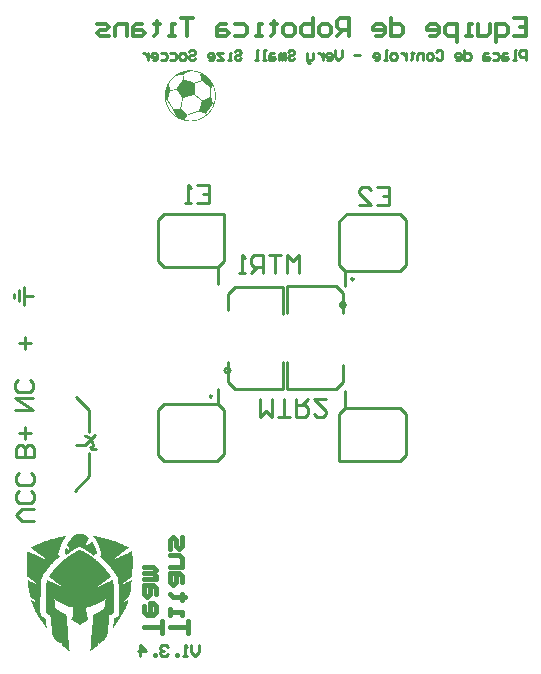
<source format=gbr>
G04*
G04 #@! TF.GenerationSoftware,Altium Limited,Altium Designer,25.4.2 (15)*
G04*
G04 Layer_Color=32896*
%FSLAX44Y44*%
%MOMM*%
G71*
G04*
G04 #@! TF.SameCoordinates,3DD580B5-EB9C-4BB7-A259-C10CE48ABDDF*
G04*
G04*
G04 #@! TF.FilePolarity,Positive*
G04*
G01*
G75*
%ADD11C,0.2540*%
%ADD47C,0.4000*%
%ADD48C,0.3540*%
G36*
X156140Y501240D02*
X156860D01*
Y501200D01*
X157340D01*
Y501160D01*
X157700D01*
Y501120D01*
X158020D01*
Y501080D01*
X158340D01*
Y501040D01*
X158580D01*
Y501000D01*
X158820D01*
Y500960D01*
X159060D01*
Y500920D01*
X159260D01*
Y500880D01*
X159500D01*
Y500840D01*
X159660D01*
Y500800D01*
X159860D01*
Y500760D01*
X160060D01*
Y500720D01*
X160220D01*
Y500680D01*
X160380D01*
Y500640D01*
X160540D01*
Y500600D01*
X160700D01*
Y500560D01*
X160860D01*
Y500520D01*
X160980D01*
Y500480D01*
X161140D01*
Y500440D01*
X161260D01*
Y500400D01*
X161420D01*
Y500360D01*
X161540D01*
Y500320D01*
X161660D01*
Y500280D01*
X161820D01*
Y500240D01*
X161900D01*
Y500200D01*
X162020D01*
Y500160D01*
X162140D01*
Y500120D01*
X162260D01*
Y500080D01*
X162380D01*
Y500040D01*
X162500D01*
Y500000D01*
X162620D01*
Y499960D01*
X162740D01*
Y499920D01*
X162820D01*
Y499880D01*
X162940D01*
Y499840D01*
X163020D01*
Y499800D01*
X163140D01*
Y499760D01*
X163260D01*
Y499720D01*
X163340D01*
Y499680D01*
X163460D01*
Y499640D01*
X163540D01*
Y499600D01*
X163620D01*
Y499560D01*
X163740D01*
Y499520D01*
X163820D01*
Y499480D01*
X163900D01*
Y499440D01*
X163980D01*
Y499400D01*
X164100D01*
Y499360D01*
X164180D01*
Y499320D01*
X164260D01*
Y499280D01*
X164340D01*
Y499240D01*
X164420D01*
Y499200D01*
X164540D01*
Y499160D01*
X164620D01*
Y499120D01*
X164700D01*
Y499080D01*
X164780D01*
Y499040D01*
X164860D01*
Y499000D01*
X164940D01*
Y498960D01*
X165020D01*
Y498920D01*
X165100D01*
Y498880D01*
X165180D01*
Y498840D01*
X165260D01*
Y498800D01*
X165300D01*
Y498760D01*
X165380D01*
Y498720D01*
X165460D01*
Y498680D01*
X165540D01*
Y498640D01*
X165620D01*
Y498600D01*
X165700D01*
Y498560D01*
X165740D01*
Y498520D01*
X165820D01*
Y498480D01*
X165900D01*
Y498440D01*
X165980D01*
Y498400D01*
X166020D01*
Y498360D01*
X166100D01*
Y498320D01*
X166180D01*
Y498280D01*
X166260D01*
Y498240D01*
X166300D01*
Y498200D01*
X166380D01*
Y498160D01*
X166460D01*
Y498120D01*
X166500D01*
Y498080D01*
X166580D01*
Y498040D01*
X166620D01*
Y498000D01*
X166700D01*
Y497960D01*
X166780D01*
Y497920D01*
X166820D01*
Y497880D01*
X166900D01*
Y497840D01*
X166940D01*
Y497800D01*
X167020D01*
Y497760D01*
X167060D01*
Y497720D01*
X167140D01*
Y497680D01*
X167180D01*
Y497640D01*
X167260D01*
Y497600D01*
X167300D01*
Y497560D01*
X167380D01*
Y497520D01*
X167420D01*
Y497480D01*
X167500D01*
Y497440D01*
X167540D01*
Y497400D01*
X167620D01*
Y497360D01*
X167660D01*
Y497320D01*
X167700D01*
Y497280D01*
X167780D01*
Y497240D01*
X167820D01*
Y497200D01*
X167900D01*
Y497160D01*
X167940D01*
Y497120D01*
X167980D01*
Y497080D01*
X168060D01*
Y497040D01*
X168100D01*
Y497000D01*
X168140D01*
Y496960D01*
X168220D01*
Y496920D01*
X168260D01*
Y496880D01*
X168300D01*
Y496840D01*
X168380D01*
Y496800D01*
X168420D01*
Y496760D01*
X168460D01*
Y496720D01*
X168500D01*
Y496680D01*
X168580D01*
Y496640D01*
X168620D01*
Y496600D01*
X168660D01*
Y496560D01*
X168740D01*
Y496520D01*
X168780D01*
Y496480D01*
X168820D01*
Y496440D01*
X168860D01*
Y496400D01*
X168940D01*
Y496360D01*
X168980D01*
Y496320D01*
X169020D01*
Y496280D01*
X169060D01*
Y496240D01*
X169100D01*
Y496200D01*
X169180D01*
Y496160D01*
X169220D01*
Y496120D01*
X169260D01*
Y496080D01*
X169300D01*
Y496040D01*
X169340D01*
Y496000D01*
X169380D01*
Y495960D01*
X169460D01*
Y495920D01*
X169500D01*
Y495880D01*
X169540D01*
Y495840D01*
X169580D01*
Y495800D01*
X169620D01*
Y495760D01*
X169660D01*
Y495720D01*
X169700D01*
Y495680D01*
X169740D01*
Y495640D01*
X169780D01*
Y495600D01*
X169860D01*
Y495560D01*
X169900D01*
Y495520D01*
X169940D01*
Y495480D01*
X169980D01*
Y495440D01*
X170020D01*
Y495400D01*
X170060D01*
Y495360D01*
X170100D01*
Y495320D01*
X170140D01*
Y495280D01*
X170180D01*
Y495240D01*
X170220D01*
Y495200D01*
X170260D01*
Y495160D01*
X170300D01*
Y495120D01*
X170340D01*
Y495080D01*
X170380D01*
Y495040D01*
X170420D01*
Y495000D01*
X170460D01*
Y494960D01*
X170500D01*
Y494920D01*
X170540D01*
Y494880D01*
X170580D01*
Y494840D01*
X170620D01*
Y494800D01*
X170660D01*
Y494760D01*
X170700D01*
Y494720D01*
X170740D01*
Y494680D01*
X170780D01*
Y494640D01*
X170820D01*
Y494600D01*
X170860D01*
Y494560D01*
X170900D01*
Y494520D01*
X170940D01*
Y494480D01*
X170980D01*
Y494440D01*
X171020D01*
Y494400D01*
X171060D01*
Y494360D01*
X171100D01*
Y494320D01*
X171140D01*
Y494240D01*
X171180D01*
Y494200D01*
X171220D01*
Y494160D01*
X171260D01*
Y494120D01*
X171300D01*
Y494080D01*
X171340D01*
Y494040D01*
X171380D01*
Y494000D01*
X171420D01*
Y493960D01*
X171460D01*
Y493880D01*
X171500D01*
Y493840D01*
X171540D01*
Y493800D01*
X171580D01*
Y493760D01*
X171620D01*
Y493720D01*
X171660D01*
Y493680D01*
X171700D01*
Y493640D01*
X171740D01*
Y493560D01*
X171780D01*
Y493520D01*
X171820D01*
Y493480D01*
X171860D01*
Y493440D01*
X171900D01*
Y493400D01*
X171940D01*
Y493320D01*
X171980D01*
Y493280D01*
X172020D01*
Y493240D01*
X172060D01*
Y493200D01*
X172100D01*
Y493120D01*
X172140D01*
Y493080D01*
X172180D01*
Y493040D01*
X172220D01*
Y492960D01*
X172260D01*
Y492920D01*
X172300D01*
Y492880D01*
X172340D01*
Y492840D01*
X172380D01*
Y492760D01*
X172420D01*
Y492720D01*
X172460D01*
Y492680D01*
X172500D01*
Y492600D01*
X172540D01*
Y492560D01*
X172580D01*
Y492520D01*
X172620D01*
Y492440D01*
X172660D01*
Y492400D01*
X172700D01*
Y492360D01*
X172740D01*
Y492280D01*
X172780D01*
Y492240D01*
X172820D01*
Y492160D01*
X172860D01*
Y492120D01*
X172900D01*
Y492040D01*
X172940D01*
Y492000D01*
X172980D01*
Y491960D01*
X173020D01*
Y491880D01*
X173060D01*
Y491840D01*
X173100D01*
Y491760D01*
X173140D01*
Y491720D01*
X173180D01*
Y491640D01*
X173220D01*
Y491600D01*
X173260D01*
Y491520D01*
X173300D01*
Y491480D01*
X173340D01*
Y491400D01*
X173380D01*
Y491360D01*
X173420D01*
Y491280D01*
X173460D01*
Y491200D01*
X173500D01*
Y491160D01*
X173540D01*
Y491080D01*
X173580D01*
Y491040D01*
X173620D01*
Y490960D01*
X173660D01*
Y490880D01*
X173700D01*
Y490840D01*
X173740D01*
Y490760D01*
X173780D01*
Y490680D01*
X173820D01*
Y490640D01*
X173860D01*
Y490560D01*
X173900D01*
Y490480D01*
X173940D01*
Y490440D01*
X173980D01*
Y490360D01*
X174020D01*
Y490280D01*
X174060D01*
Y490200D01*
X174100D01*
Y490120D01*
X174140D01*
Y490080D01*
X174180D01*
Y490000D01*
X174220D01*
Y489920D01*
X174260D01*
Y489840D01*
X174300D01*
Y489760D01*
X174340D01*
Y489720D01*
X174380D01*
Y489600D01*
X174420D01*
Y489520D01*
X174460D01*
Y489480D01*
X174500D01*
Y489400D01*
X174540D01*
Y489320D01*
X174580D01*
Y489240D01*
X174620D01*
Y489160D01*
X174660D01*
Y489040D01*
X174700D01*
Y489000D01*
X174740D01*
Y488880D01*
X174780D01*
Y488800D01*
X174820D01*
Y488720D01*
X174860D01*
Y488640D01*
X174900D01*
Y488560D01*
X174940D01*
Y488480D01*
X174980D01*
Y488360D01*
X175020D01*
Y488280D01*
X175060D01*
Y488200D01*
X175100D01*
Y488080D01*
X175140D01*
Y488000D01*
X175180D01*
Y487880D01*
X175220D01*
Y487800D01*
X175260D01*
Y487720D01*
X175300D01*
Y487600D01*
X175340D01*
Y487480D01*
X175380D01*
Y487400D01*
X175420D01*
Y487280D01*
X175460D01*
Y487200D01*
X175500D01*
Y487080D01*
X175540D01*
Y486960D01*
X175580D01*
Y486840D01*
X175620D01*
Y486720D01*
X175660D01*
Y486640D01*
X175700D01*
Y486480D01*
X175740D01*
Y486400D01*
X175780D01*
Y486240D01*
X175820D01*
Y486120D01*
X175860D01*
Y486000D01*
X175900D01*
Y485880D01*
X175940D01*
Y485720D01*
X175980D01*
Y485600D01*
X176020D01*
Y485440D01*
X176060D01*
Y485320D01*
X176100D01*
Y485160D01*
X176140D01*
Y485000D01*
X176180D01*
Y484840D01*
X176220D01*
Y484680D01*
X176260D01*
Y484480D01*
X176300D01*
Y484320D01*
X176340D01*
Y484160D01*
X176380D01*
Y483960D01*
X176420D01*
Y483720D01*
X176460D01*
Y483520D01*
X176500D01*
Y483280D01*
X176540D01*
Y483040D01*
X176580D01*
Y482800D01*
X176620D01*
Y482480D01*
X176660D01*
Y482160D01*
X176700D01*
Y481800D01*
X176740D01*
Y481320D01*
X176780D01*
Y480640D01*
X176820D01*
Y478720D01*
X176780D01*
Y478000D01*
X176740D01*
Y477520D01*
X176700D01*
Y477120D01*
X176660D01*
Y476840D01*
X176620D01*
Y476560D01*
X176580D01*
Y476280D01*
X176540D01*
Y476040D01*
X176500D01*
Y475800D01*
X176460D01*
Y475560D01*
X176420D01*
Y475360D01*
X176380D01*
Y475160D01*
X176340D01*
Y475000D01*
X176300D01*
Y474800D01*
X176260D01*
Y474640D01*
X176220D01*
Y474480D01*
X176180D01*
Y474320D01*
X176140D01*
Y474160D01*
X176100D01*
Y474000D01*
X176060D01*
Y473880D01*
X176020D01*
Y473720D01*
X175980D01*
Y473600D01*
X175940D01*
Y473440D01*
X175900D01*
Y473320D01*
X175860D01*
Y473200D01*
X175820D01*
Y473040D01*
X175780D01*
Y472960D01*
X175740D01*
Y472800D01*
X175700D01*
Y472680D01*
X175660D01*
Y472560D01*
X175620D01*
Y472440D01*
X175580D01*
Y472360D01*
X175540D01*
Y472240D01*
X175500D01*
Y472120D01*
X175460D01*
Y472000D01*
X175420D01*
Y471920D01*
X175380D01*
Y471800D01*
X175340D01*
Y471720D01*
X175300D01*
Y471600D01*
X175260D01*
Y471520D01*
X175220D01*
Y471400D01*
X175180D01*
Y471320D01*
X175140D01*
Y471240D01*
X175100D01*
Y471120D01*
X175060D01*
Y471040D01*
X175020D01*
Y470960D01*
X174980D01*
Y470840D01*
X174940D01*
Y470760D01*
X174900D01*
Y470680D01*
X174860D01*
Y470600D01*
X174820D01*
Y470480D01*
X174780D01*
Y470400D01*
X174740D01*
Y470320D01*
X174700D01*
Y470240D01*
X174660D01*
Y470160D01*
X174620D01*
Y470080D01*
X174580D01*
Y470000D01*
X174540D01*
Y469920D01*
X174500D01*
Y469840D01*
X174460D01*
Y469760D01*
X174420D01*
Y469680D01*
X174380D01*
Y469600D01*
X174340D01*
Y469560D01*
X174300D01*
Y469480D01*
X174260D01*
Y469400D01*
X174220D01*
Y469320D01*
X174180D01*
Y469240D01*
X174140D01*
Y469160D01*
X174100D01*
Y469080D01*
X174060D01*
Y469040D01*
X174020D01*
Y468960D01*
X173980D01*
Y468880D01*
X173940D01*
Y468800D01*
X173900D01*
Y468760D01*
X173860D01*
Y468680D01*
X173820D01*
Y468600D01*
X173780D01*
Y468560D01*
X173740D01*
Y468480D01*
X173700D01*
Y468400D01*
X173660D01*
Y468360D01*
X173620D01*
Y468280D01*
X173580D01*
Y468200D01*
X173540D01*
Y468160D01*
X173500D01*
Y468080D01*
X173460D01*
Y468040D01*
X173420D01*
Y467960D01*
X173380D01*
Y467920D01*
X173340D01*
Y467840D01*
X173300D01*
Y467800D01*
X173260D01*
Y467720D01*
X173220D01*
Y467680D01*
X173180D01*
Y467600D01*
X173140D01*
Y467520D01*
X173100D01*
Y467480D01*
X173060D01*
Y467440D01*
X173020D01*
Y467360D01*
X172980D01*
Y467320D01*
X172940D01*
Y467240D01*
X172900D01*
Y467200D01*
X172860D01*
Y467160D01*
X172820D01*
Y467080D01*
X172780D01*
Y467040D01*
X172740D01*
Y466960D01*
X172700D01*
Y466920D01*
X172660D01*
Y466880D01*
X172620D01*
Y466800D01*
X172580D01*
Y466760D01*
X172540D01*
Y466680D01*
X172500D01*
Y466640D01*
X172460D01*
Y466600D01*
X172420D01*
Y466520D01*
X172380D01*
Y466480D01*
X172340D01*
Y466440D01*
X172300D01*
Y466400D01*
X172260D01*
Y466320D01*
X172220D01*
Y466280D01*
X172180D01*
Y466240D01*
X172140D01*
Y466200D01*
X172100D01*
Y466120D01*
X172060D01*
Y466080D01*
X172020D01*
Y466040D01*
X171980D01*
Y466000D01*
X171940D01*
Y465920D01*
X171900D01*
Y465880D01*
X171860D01*
Y465840D01*
X171820D01*
Y465800D01*
X171780D01*
Y465760D01*
X171740D01*
Y465680D01*
X171700D01*
Y465640D01*
X171660D01*
Y465600D01*
X171620D01*
Y465560D01*
X171580D01*
Y465520D01*
X171540D01*
Y465440D01*
X171500D01*
Y465400D01*
X171460D01*
Y465360D01*
X171420D01*
Y465320D01*
X171380D01*
Y465280D01*
X171340D01*
Y465240D01*
X171300D01*
Y465200D01*
X171260D01*
Y465160D01*
X171220D01*
Y465080D01*
X171180D01*
Y465040D01*
X171140D01*
Y465000D01*
X171100D01*
Y464960D01*
X171060D01*
Y464920D01*
X171020D01*
Y464880D01*
X170980D01*
Y464840D01*
X170940D01*
Y464800D01*
X170900D01*
Y464760D01*
X170860D01*
Y464720D01*
X170820D01*
Y464680D01*
X170780D01*
Y464640D01*
X170740D01*
Y464600D01*
X170700D01*
Y464560D01*
X170660D01*
Y464520D01*
X170620D01*
Y464480D01*
X170580D01*
Y464440D01*
X170540D01*
Y464400D01*
X170500D01*
Y464360D01*
X170460D01*
Y464320D01*
X170420D01*
Y464280D01*
X170380D01*
Y464240D01*
X170340D01*
Y464200D01*
X170300D01*
Y464160D01*
X170260D01*
Y464120D01*
X170220D01*
Y464080D01*
X170180D01*
Y464040D01*
X170140D01*
Y464000D01*
X170100D01*
Y463960D01*
X170060D01*
Y463920D01*
X170020D01*
Y463880D01*
X169980D01*
Y463840D01*
X169940D01*
Y463800D01*
X169900D01*
Y463760D01*
X169860D01*
Y463720D01*
X169820D01*
Y463680D01*
X169780D01*
Y463640D01*
X169700D01*
Y463600D01*
X169660D01*
Y463560D01*
X169620D01*
Y463520D01*
X169580D01*
Y463480D01*
X169540D01*
Y463440D01*
X169500D01*
Y463400D01*
X169460D01*
Y463360D01*
X169420D01*
Y463320D01*
X169340D01*
Y463280D01*
X169300D01*
Y463240D01*
X169260D01*
Y463200D01*
X169220D01*
Y463160D01*
X169180D01*
Y463120D01*
X169140D01*
Y463080D01*
X169060D01*
Y463040D01*
X169020D01*
Y463000D01*
X168980D01*
Y462960D01*
X168940D01*
Y462920D01*
X168860D01*
Y462880D01*
X168820D01*
Y462840D01*
X168780D01*
Y462800D01*
X168740D01*
Y462760D01*
X168660D01*
Y462720D01*
X168620D01*
Y462680D01*
X168580D01*
Y462640D01*
X168540D01*
Y462600D01*
X168460D01*
Y462560D01*
X168420D01*
Y462520D01*
X168380D01*
Y462480D01*
X168340D01*
Y462440D01*
X168260D01*
Y462400D01*
X168220D01*
Y462360D01*
X168180D01*
Y462320D01*
X168100D01*
Y462280D01*
X168060D01*
Y462240D01*
X167980D01*
Y462200D01*
X167940D01*
Y462160D01*
X167900D01*
Y462120D01*
X167820D01*
Y462080D01*
X167780D01*
Y462040D01*
X167740D01*
Y462000D01*
X167660D01*
Y461960D01*
X167620D01*
Y461920D01*
X167540D01*
Y461880D01*
X167500D01*
Y461840D01*
X167420D01*
Y461800D01*
X167380D01*
Y461760D01*
X167340D01*
Y461720D01*
X167260D01*
Y461680D01*
X167220D01*
Y461640D01*
X167140D01*
Y461600D01*
X167100D01*
Y461560D01*
X167020D01*
Y461520D01*
X166980D01*
Y461480D01*
X166900D01*
Y461440D01*
X166820D01*
Y461400D01*
X166780D01*
Y461360D01*
X166700D01*
Y461320D01*
X166620D01*
Y461280D01*
X166580D01*
Y461240D01*
X166500D01*
Y461200D01*
X166460D01*
Y461160D01*
X166380D01*
Y461120D01*
X166300D01*
Y461080D01*
X166260D01*
Y461040D01*
X166180D01*
Y461000D01*
X166100D01*
Y460960D01*
X166060D01*
Y460920D01*
X165980D01*
Y460880D01*
X165900D01*
Y460840D01*
X165820D01*
Y460800D01*
X165780D01*
Y460760D01*
X165700D01*
Y460720D01*
X165620D01*
Y460680D01*
X165540D01*
Y460640D01*
X165460D01*
Y460600D01*
X165420D01*
Y460560D01*
X165340D01*
Y460520D01*
X165260D01*
Y460480D01*
X165180D01*
Y460440D01*
X165100D01*
Y460400D01*
X165020D01*
Y460360D01*
X164940D01*
Y460320D01*
X164860D01*
Y460280D01*
X164780D01*
Y460240D01*
X164700D01*
Y460200D01*
X164620D01*
Y460160D01*
X164540D01*
Y460120D01*
X164420D01*
Y460080D01*
X164340D01*
Y460040D01*
X164260D01*
Y460000D01*
X164180D01*
Y459960D01*
X164100D01*
Y459920D01*
X164020D01*
Y459880D01*
X163900D01*
Y459840D01*
X163820D01*
Y459800D01*
X163740D01*
Y459760D01*
X163620D01*
Y459720D01*
X163540D01*
Y459680D01*
X163460D01*
Y459640D01*
X163340D01*
Y459600D01*
X163260D01*
Y459560D01*
X163140D01*
Y459520D01*
X163060D01*
Y459480D01*
X162940D01*
Y459440D01*
X162860D01*
Y459400D01*
X162740D01*
Y459360D01*
X162620D01*
Y459320D01*
X162500D01*
Y459280D01*
X162420D01*
Y459240D01*
X162300D01*
Y459200D01*
X162180D01*
Y459160D01*
X162060D01*
Y459120D01*
X161900D01*
Y459080D01*
X161820D01*
Y459040D01*
X161660D01*
Y459000D01*
X161540D01*
Y458960D01*
X161420D01*
Y458920D01*
X161260D01*
Y458880D01*
X161140D01*
Y458840D01*
X160980D01*
Y458800D01*
X160860D01*
Y458760D01*
X160700D01*
Y458720D01*
X160540D01*
Y458680D01*
X160380D01*
Y458640D01*
X160220D01*
Y458600D01*
X160060D01*
Y458560D01*
X159860D01*
Y458520D01*
X159700D01*
Y458480D01*
X159500D01*
Y458440D01*
X159300D01*
Y458400D01*
X159060D01*
Y458360D01*
X158860D01*
Y458320D01*
X158580D01*
Y458280D01*
X158300D01*
Y458240D01*
X158060D01*
Y458200D01*
X157700D01*
Y458160D01*
X157340D01*
Y458120D01*
X156860D01*
Y458080D01*
X156140D01*
Y458040D01*
X154220D01*
Y458080D01*
X153500D01*
Y458120D01*
X153060D01*
Y458160D01*
X152700D01*
Y458200D01*
X152380D01*
Y458240D01*
X152060D01*
Y458280D01*
X151820D01*
Y458320D01*
X151580D01*
Y458360D01*
X151340D01*
Y458400D01*
X151140D01*
Y458440D01*
X150900D01*
Y458480D01*
X150700D01*
Y458520D01*
X150540D01*
Y458560D01*
X150380D01*
Y458600D01*
X150180D01*
Y458640D01*
X150020D01*
Y458680D01*
X149860D01*
Y458720D01*
X149700D01*
Y458760D01*
X149540D01*
Y458800D01*
X149420D01*
Y458840D01*
X149260D01*
Y458880D01*
X149140D01*
Y458920D01*
X148980D01*
Y458960D01*
X148860D01*
Y459000D01*
X148740D01*
Y459040D01*
X148620D01*
Y459080D01*
X148460D01*
Y459120D01*
X148380D01*
Y459160D01*
X148220D01*
Y459200D01*
X148140D01*
Y459240D01*
X148020D01*
Y459280D01*
X147900D01*
Y459320D01*
X147780D01*
Y459360D01*
X147660D01*
Y459400D01*
X147580D01*
Y459440D01*
X147460D01*
Y459480D01*
X147380D01*
Y459520D01*
X147260D01*
Y459560D01*
X147180D01*
Y459600D01*
X147060D01*
Y459640D01*
X146980D01*
Y459680D01*
X146860D01*
Y459720D01*
X146780D01*
Y459760D01*
X146660D01*
Y459800D01*
X146580D01*
Y459840D01*
X146500D01*
Y459880D01*
X146380D01*
Y459920D01*
X146300D01*
Y459960D01*
X146220D01*
Y460000D01*
X146140D01*
Y460040D01*
X146060D01*
Y460080D01*
X145980D01*
Y460120D01*
X145860D01*
Y460160D01*
X145820D01*
Y460200D01*
X145700D01*
Y460240D01*
X145620D01*
Y460280D01*
X145540D01*
Y460320D01*
X145460D01*
Y460360D01*
X145420D01*
Y460400D01*
X145340D01*
Y460440D01*
X145220D01*
Y460480D01*
X145140D01*
Y460520D01*
X145100D01*
Y460560D01*
X145020D01*
Y460600D01*
X144940D01*
Y460640D01*
X144860D01*
Y460680D01*
X144780D01*
Y460720D01*
X144700D01*
Y460760D01*
X144620D01*
Y460800D01*
X144580D01*
Y460840D01*
X144500D01*
Y460880D01*
X144420D01*
Y460920D01*
X144380D01*
Y460960D01*
X144300D01*
Y461000D01*
X144220D01*
Y461040D01*
X144180D01*
Y461080D01*
X144100D01*
Y461120D01*
X144020D01*
Y461160D01*
X143980D01*
Y461200D01*
X143900D01*
Y461240D01*
X143820D01*
Y461280D01*
X143780D01*
Y461320D01*
X143700D01*
Y461360D01*
X143660D01*
Y461400D01*
X143580D01*
Y461440D01*
X143500D01*
Y461480D01*
X143460D01*
Y461520D01*
X143380D01*
Y461560D01*
X143340D01*
Y461600D01*
X143260D01*
Y461640D01*
X143220D01*
Y461680D01*
X143140D01*
Y461720D01*
X143100D01*
Y461760D01*
X143020D01*
Y461800D01*
X142980D01*
Y461840D01*
X142900D01*
Y461880D01*
X142860D01*
Y461920D01*
X142780D01*
Y461960D01*
X142740D01*
Y462000D01*
X142700D01*
Y462040D01*
X142620D01*
Y462080D01*
X142580D01*
Y462120D01*
X142500D01*
Y462160D01*
X142460D01*
Y462200D01*
X142420D01*
Y462240D01*
X142340D01*
Y462280D01*
X142300D01*
Y462320D01*
X142260D01*
Y462360D01*
X142180D01*
Y462400D01*
X142140D01*
Y462440D01*
X142100D01*
Y462480D01*
X142020D01*
Y462520D01*
X141980D01*
Y462560D01*
X141940D01*
Y462600D01*
X141860D01*
Y462640D01*
X141820D01*
Y462680D01*
X141780D01*
Y462720D01*
X141740D01*
Y462760D01*
X141660D01*
Y462800D01*
X141620D01*
Y462840D01*
X141580D01*
Y462880D01*
X141540D01*
Y462920D01*
X141500D01*
Y462960D01*
X141420D01*
Y463000D01*
X141380D01*
Y463040D01*
X141340D01*
Y463080D01*
X141300D01*
Y463120D01*
X141220D01*
Y463160D01*
X141180D01*
Y463200D01*
X141140D01*
Y463240D01*
X141100D01*
Y463280D01*
X141060D01*
Y463320D01*
X141020D01*
Y463360D01*
X140980D01*
Y463400D01*
X140900D01*
Y463440D01*
X140860D01*
Y463480D01*
X140820D01*
Y463520D01*
X140780D01*
Y463560D01*
X140740D01*
Y463600D01*
X140700D01*
Y463640D01*
X140660D01*
Y463680D01*
X140620D01*
Y463720D01*
X140540D01*
Y463760D01*
X140500D01*
Y463800D01*
X140460D01*
Y463840D01*
X140420D01*
Y463880D01*
X140380D01*
Y463920D01*
X140340D01*
Y463960D01*
X140300D01*
Y464000D01*
X140260D01*
Y464040D01*
X140220D01*
Y464080D01*
X140180D01*
Y464120D01*
X140140D01*
Y464160D01*
X140100D01*
Y464200D01*
X140060D01*
Y464240D01*
X140020D01*
Y464280D01*
X139980D01*
Y464320D01*
X139940D01*
Y464360D01*
X139900D01*
Y464400D01*
X139860D01*
Y464440D01*
X139820D01*
Y464480D01*
X139780D01*
Y464520D01*
X139740D01*
Y464560D01*
X139700D01*
Y464600D01*
X139660D01*
Y464640D01*
X139620D01*
Y464680D01*
X139580D01*
Y464720D01*
X139540D01*
Y464760D01*
X139500D01*
Y464800D01*
X139460D01*
Y464840D01*
X139420D01*
Y464880D01*
X139380D01*
Y464920D01*
X139340D01*
Y464960D01*
X139300D01*
Y465000D01*
X139260D01*
Y465080D01*
X139220D01*
Y465120D01*
X139180D01*
Y465160D01*
X139140D01*
Y465200D01*
X139100D01*
Y465240D01*
X139060D01*
Y465280D01*
X139020D01*
Y465320D01*
X138980D01*
Y465360D01*
X138940D01*
Y465440D01*
X138900D01*
Y465480D01*
X138860D01*
Y465520D01*
X138820D01*
Y465560D01*
X138780D01*
Y465600D01*
X138740D01*
Y465640D01*
X138700D01*
Y465680D01*
X138660D01*
Y465760D01*
X138620D01*
Y465800D01*
X138580D01*
Y465840D01*
X138540D01*
Y465880D01*
X138500D01*
Y465920D01*
X138460D01*
Y466000D01*
X138420D01*
Y466040D01*
X138380D01*
Y466080D01*
X138340D01*
Y466120D01*
X138300D01*
Y466200D01*
X138260D01*
Y466240D01*
X138220D01*
Y466280D01*
X138180D01*
Y466360D01*
X138140D01*
Y466400D01*
X138100D01*
Y466440D01*
X138060D01*
Y466480D01*
X138020D01*
Y466560D01*
X137980D01*
Y466600D01*
X137940D01*
Y466640D01*
X137900D01*
Y466720D01*
X137860D01*
Y466760D01*
X137820D01*
Y466800D01*
X137780D01*
Y466880D01*
X137740D01*
Y466920D01*
X137700D01*
Y466960D01*
X137660D01*
Y467040D01*
X137620D01*
Y467080D01*
X137580D01*
Y467160D01*
X137540D01*
Y467200D01*
X137500D01*
Y467240D01*
X137460D01*
Y467320D01*
X137420D01*
Y467360D01*
X137380D01*
Y467440D01*
X137340D01*
Y467480D01*
X137300D01*
Y467560D01*
X137260D01*
Y467600D01*
X137220D01*
Y467680D01*
X137180D01*
Y467720D01*
X137140D01*
Y467800D01*
X137100D01*
Y467840D01*
X137060D01*
Y467920D01*
X137020D01*
Y467960D01*
X136980D01*
Y468040D01*
X136940D01*
Y468080D01*
X136900D01*
Y468160D01*
X136860D01*
Y468240D01*
X136820D01*
Y468280D01*
X136780D01*
Y468360D01*
X136740D01*
Y468400D01*
X136700D01*
Y468480D01*
X136660D01*
Y468560D01*
X136620D01*
Y468640D01*
X136580D01*
Y468680D01*
X136540D01*
Y468760D01*
X136500D01*
Y468840D01*
X136460D01*
Y468880D01*
X136420D01*
Y468960D01*
X136380D01*
Y469040D01*
X136340D01*
Y469120D01*
X136300D01*
Y469160D01*
X136260D01*
Y469240D01*
X136220D01*
Y469320D01*
X136180D01*
Y469400D01*
X136140D01*
Y469480D01*
X136100D01*
Y469560D01*
X136060D01*
Y469600D01*
X136020D01*
Y469680D01*
X135980D01*
Y469760D01*
X135940D01*
Y469840D01*
X135900D01*
Y469920D01*
X135860D01*
Y470000D01*
X135820D01*
Y470080D01*
X135780D01*
Y470160D01*
X135740D01*
Y470240D01*
X135700D01*
Y470320D01*
X135660D01*
Y470440D01*
X135620D01*
Y470520D01*
X135580D01*
Y470600D01*
X135540D01*
Y470680D01*
X135500D01*
Y470760D01*
X135460D01*
Y470840D01*
X135420D01*
Y470960D01*
X135380D01*
Y471040D01*
X135340D01*
Y471120D01*
X135300D01*
Y471240D01*
X135260D01*
Y471320D01*
X135220D01*
Y471400D01*
X135180D01*
Y471520D01*
X135140D01*
Y471640D01*
X135100D01*
Y471720D01*
X135060D01*
Y471840D01*
X135020D01*
Y471920D01*
X134980D01*
Y472040D01*
X134940D01*
Y472120D01*
X134900D01*
Y472240D01*
X134860D01*
Y472360D01*
X134820D01*
Y472480D01*
X134780D01*
Y472600D01*
X134740D01*
Y472720D01*
X134700D01*
Y472840D01*
X134660D01*
Y472960D01*
X134620D01*
Y473040D01*
X134580D01*
Y473200D01*
X134540D01*
Y473320D01*
X134500D01*
Y473440D01*
X134460D01*
Y473600D01*
X134420D01*
Y473720D01*
X134380D01*
Y473880D01*
X134340D01*
Y474000D01*
X134300D01*
Y474160D01*
X134260D01*
Y474320D01*
X134220D01*
Y474480D01*
X134180D01*
Y474640D01*
X134140D01*
Y474800D01*
X134100D01*
Y475000D01*
X134060D01*
Y475200D01*
X134020D01*
Y475360D01*
X133980D01*
Y475600D01*
X133940D01*
Y475800D01*
X133900D01*
Y476040D01*
X133860D01*
Y476280D01*
X133820D01*
Y476520D01*
X133780D01*
Y476840D01*
X133740D01*
Y477160D01*
X133700D01*
Y477520D01*
X133660D01*
Y477960D01*
X133620D01*
Y478680D01*
X133580D01*
Y480640D01*
X133620D01*
Y481320D01*
X133660D01*
Y481800D01*
X133700D01*
Y482160D01*
X133740D01*
Y482480D01*
X133780D01*
Y482760D01*
X133820D01*
Y483040D01*
X133860D01*
Y483280D01*
X133900D01*
Y483520D01*
X133940D01*
Y483760D01*
X133980D01*
Y483960D01*
X134020D01*
Y484120D01*
X134060D01*
Y484320D01*
X134100D01*
Y484520D01*
X134140D01*
Y484680D01*
X134180D01*
Y484840D01*
X134220D01*
Y485000D01*
X134260D01*
Y485160D01*
X134300D01*
Y485320D01*
X134340D01*
Y485440D01*
X134380D01*
Y485600D01*
X134420D01*
Y485720D01*
X134460D01*
Y485840D01*
X134500D01*
Y486000D01*
X134540D01*
Y486120D01*
X134580D01*
Y486240D01*
X134620D01*
Y486360D01*
X134660D01*
Y486480D01*
X134700D01*
Y486600D01*
X134740D01*
Y486720D01*
X134780D01*
Y486840D01*
X134820D01*
Y486960D01*
X134860D01*
Y487080D01*
X134900D01*
Y487160D01*
X134940D01*
Y487280D01*
X134980D01*
Y487400D01*
X135020D01*
Y487480D01*
X135060D01*
Y487600D01*
X135100D01*
Y487680D01*
X135140D01*
Y487800D01*
X135180D01*
Y487880D01*
X135220D01*
Y488000D01*
X135260D01*
Y488080D01*
X135300D01*
Y488160D01*
X135340D01*
Y488280D01*
X135380D01*
Y488360D01*
X135420D01*
Y488440D01*
X135460D01*
Y488520D01*
X135500D01*
Y488640D01*
X135540D01*
Y488720D01*
X135580D01*
Y488800D01*
X135620D01*
Y488880D01*
X135660D01*
Y488960D01*
X135700D01*
Y489040D01*
X135740D01*
Y489160D01*
X135780D01*
Y489240D01*
X135820D01*
Y489280D01*
X135860D01*
Y489400D01*
X135900D01*
Y489480D01*
X135940D01*
Y489560D01*
X135980D01*
Y489600D01*
X136020D01*
Y489680D01*
X136060D01*
Y489760D01*
X136100D01*
Y489840D01*
X136140D01*
Y489920D01*
X136180D01*
Y490000D01*
X136220D01*
Y490040D01*
X136260D01*
Y490120D01*
X136300D01*
Y490200D01*
X136340D01*
Y490280D01*
X136380D01*
Y490360D01*
X136420D01*
Y490400D01*
X136460D01*
Y490480D01*
X136500D01*
Y490560D01*
X136540D01*
Y490640D01*
X136580D01*
Y490680D01*
X136620D01*
Y490760D01*
X136660D01*
Y490840D01*
X136700D01*
Y490880D01*
X136740D01*
Y490960D01*
X136780D01*
Y491040D01*
X136820D01*
Y491080D01*
X136860D01*
Y491160D01*
X136900D01*
Y491200D01*
X136940D01*
Y491280D01*
X136980D01*
Y491320D01*
X137020D01*
Y491400D01*
X137060D01*
Y491480D01*
X137100D01*
Y491520D01*
X137140D01*
Y491560D01*
X137180D01*
Y491640D01*
X137220D01*
Y491720D01*
X137260D01*
Y491760D01*
X137300D01*
Y491840D01*
X137340D01*
Y491880D01*
X137380D01*
Y491960D01*
X137420D01*
Y492000D01*
X137460D01*
Y492040D01*
X137500D01*
Y492120D01*
X137540D01*
Y492160D01*
X137580D01*
Y492240D01*
X137620D01*
Y492280D01*
X137660D01*
Y492320D01*
X137700D01*
Y492400D01*
X137740D01*
Y492440D01*
X137780D01*
Y492480D01*
X137820D01*
Y492560D01*
X137860D01*
Y492600D01*
X137900D01*
Y492680D01*
X137940D01*
Y492720D01*
X137980D01*
Y492760D01*
X138020D01*
Y492800D01*
X138060D01*
Y492880D01*
X138100D01*
Y492920D01*
X138140D01*
Y492960D01*
X138180D01*
Y493040D01*
X138220D01*
Y493080D01*
X138260D01*
Y493120D01*
X138300D01*
Y493160D01*
X138340D01*
Y493240D01*
X138380D01*
Y493280D01*
X138420D01*
Y493320D01*
X138460D01*
Y493360D01*
X138500D01*
Y493440D01*
X138540D01*
Y493480D01*
X138580D01*
Y493520D01*
X138620D01*
Y493560D01*
X138660D01*
Y493600D01*
X138700D01*
Y493680D01*
X138740D01*
Y493720D01*
X138780D01*
Y493760D01*
X138820D01*
Y493800D01*
X138860D01*
Y493840D01*
X138900D01*
Y493880D01*
X138940D01*
Y493920D01*
X138980D01*
Y494000D01*
X139020D01*
Y494040D01*
X139060D01*
Y494080D01*
X139100D01*
Y494120D01*
X139140D01*
Y494160D01*
X139180D01*
Y494200D01*
X139220D01*
Y494240D01*
X139260D01*
Y494280D01*
X139300D01*
Y494320D01*
X139340D01*
Y494400D01*
X139420D01*
Y494440D01*
X139460D01*
Y494520D01*
X139500D01*
Y494560D01*
X139540D01*
Y494600D01*
X139580D01*
Y494640D01*
X139620D01*
Y494680D01*
X139660D01*
Y494720D01*
X139700D01*
Y494760D01*
X139740D01*
Y494800D01*
X139780D01*
Y494840D01*
X139820D01*
Y494880D01*
X139860D01*
Y494920D01*
X139900D01*
Y494960D01*
X139940D01*
Y495000D01*
X139980D01*
Y495040D01*
X140020D01*
Y495080D01*
X140060D01*
Y495120D01*
X140100D01*
Y495160D01*
X140140D01*
Y495200D01*
X140180D01*
Y495240D01*
X140220D01*
Y495280D01*
X140260D01*
Y495320D01*
X140300D01*
Y495360D01*
X140340D01*
Y495400D01*
X140380D01*
Y495440D01*
X140420D01*
Y495480D01*
X140460D01*
Y495520D01*
X140540D01*
Y495560D01*
X140580D01*
Y495600D01*
X140620D01*
Y495640D01*
X140660D01*
Y495680D01*
X140700D01*
Y495720D01*
X140740D01*
Y495760D01*
X140780D01*
Y495800D01*
X140820D01*
Y495840D01*
X140860D01*
Y495880D01*
X140940D01*
Y495920D01*
X140980D01*
Y495960D01*
X141020D01*
Y496000D01*
X141060D01*
Y496040D01*
X141100D01*
Y496080D01*
X141140D01*
Y496120D01*
X141180D01*
Y496160D01*
X141260D01*
Y496200D01*
X141300D01*
Y496240D01*
X141340D01*
Y496280D01*
X141380D01*
Y496320D01*
X141420D01*
Y496360D01*
X141500D01*
Y496400D01*
X141540D01*
Y496440D01*
X141580D01*
Y496480D01*
X141620D01*
Y496520D01*
X141700D01*
Y496560D01*
X141740D01*
Y496600D01*
X141780D01*
Y496640D01*
X141820D01*
Y496680D01*
X141900D01*
Y496720D01*
X141940D01*
Y496760D01*
X141980D01*
Y496800D01*
X142060D01*
Y496840D01*
X142100D01*
Y496880D01*
X142140D01*
Y496920D01*
X142220D01*
Y496960D01*
X142260D01*
Y497000D01*
X142300D01*
Y497040D01*
X142380D01*
Y497080D01*
X142420D01*
Y497120D01*
X142460D01*
Y497160D01*
X142540D01*
Y497200D01*
X142580D01*
Y497240D01*
X142620D01*
Y497280D01*
X142700D01*
Y497320D01*
X142740D01*
Y497360D01*
X142820D01*
Y497400D01*
X142860D01*
Y497440D01*
X142940D01*
Y497480D01*
X142980D01*
Y497520D01*
X143020D01*
Y497560D01*
X143100D01*
Y497600D01*
X143140D01*
Y497640D01*
X143220D01*
Y497680D01*
X143260D01*
Y497720D01*
X143340D01*
Y497760D01*
X143380D01*
Y497800D01*
X143460D01*
Y497840D01*
X143540D01*
Y497880D01*
X143580D01*
Y497920D01*
X143660D01*
Y497960D01*
X143700D01*
Y498000D01*
X143780D01*
Y498040D01*
X143820D01*
Y498080D01*
X143900D01*
Y498120D01*
X143980D01*
Y498160D01*
X144020D01*
Y498200D01*
X144100D01*
Y498240D01*
X144180D01*
Y498280D01*
X144220D01*
Y498320D01*
X144300D01*
Y498360D01*
X144380D01*
Y498400D01*
X144460D01*
Y498440D01*
X144500D01*
Y498480D01*
X144580D01*
Y498520D01*
X144660D01*
Y498560D01*
X144740D01*
Y498600D01*
X144820D01*
Y498640D01*
X144860D01*
Y498680D01*
X144940D01*
Y498720D01*
X145020D01*
Y498760D01*
X145100D01*
Y498800D01*
X145180D01*
Y498840D01*
X145260D01*
Y498880D01*
X145300D01*
Y498920D01*
X145380D01*
Y498960D01*
X145500D01*
Y499000D01*
X145580D01*
Y499040D01*
X145660D01*
Y499080D01*
X145740D01*
Y499120D01*
X145820D01*
Y499160D01*
X145900D01*
Y499200D01*
X145980D01*
Y499240D01*
X146060D01*
Y499280D01*
X146140D01*
Y499320D01*
X146220D01*
Y499360D01*
X146300D01*
Y499400D01*
X146420D01*
Y499440D01*
X146500D01*
Y499480D01*
X146580D01*
Y499520D01*
X146700D01*
Y499560D01*
X146780D01*
Y499600D01*
X146860D01*
Y499640D01*
X146980D01*
Y499680D01*
X147060D01*
Y499720D01*
X147180D01*
Y499760D01*
X147260D01*
Y499800D01*
X147380D01*
Y499840D01*
X147460D01*
Y499880D01*
X147580D01*
Y499920D01*
X147660D01*
Y499960D01*
X147780D01*
Y500000D01*
X147900D01*
Y500040D01*
X148020D01*
Y500080D01*
X148140D01*
Y500120D01*
X148260D01*
Y500160D01*
X148380D01*
Y500200D01*
X148500D01*
Y500240D01*
X148620D01*
Y500280D01*
X148740D01*
Y500320D01*
X148860D01*
Y500360D01*
X149020D01*
Y500400D01*
X149140D01*
Y500440D01*
X149260D01*
Y500480D01*
X149420D01*
Y500520D01*
X149540D01*
Y500560D01*
X149700D01*
Y500600D01*
X149860D01*
Y500640D01*
X150020D01*
Y500680D01*
X150180D01*
Y500720D01*
X150380D01*
Y500760D01*
X150540D01*
Y500800D01*
X150740D01*
Y500840D01*
X150900D01*
Y500880D01*
X151140D01*
Y500920D01*
X151340D01*
Y500960D01*
X151580D01*
Y501000D01*
X151820D01*
Y501040D01*
X152100D01*
Y501080D01*
X152380D01*
Y501120D01*
X152700D01*
Y501160D01*
X153060D01*
Y501200D01*
X153540D01*
Y501240D01*
X154220D01*
Y501280D01*
X156140D01*
Y501240D01*
D02*
G37*
G36*
X65449Y108051D02*
X65802D01*
Y107697D01*
X66509D01*
Y107344D01*
X66863D01*
Y106990D01*
X67570D01*
Y106637D01*
X67924D01*
Y106283D01*
X68277D01*
Y105930D01*
X68631D01*
Y105576D01*
X68984D01*
Y105223D01*
X69338D01*
Y104516D01*
X68984D01*
Y103809D01*
X68631D01*
Y103455D01*
X68277D01*
Y102748D01*
X67924D01*
Y102041D01*
X67570D01*
Y101334D01*
X67217D01*
Y100627D01*
X66863D01*
Y98860D01*
X67217D01*
Y99213D01*
X67924D01*
Y99567D01*
X68631D01*
Y99920D01*
X68984D01*
Y100274D01*
X69691D01*
Y100627D01*
X70398D01*
Y100981D01*
X70752D01*
Y101334D01*
X71459D01*
Y101688D01*
X71812D01*
Y102041D01*
X72166D01*
Y101688D01*
X72519D01*
Y100981D01*
X72873D01*
Y100627D01*
X73226D01*
Y99920D01*
X73580D01*
Y99213D01*
X73933D01*
Y98506D01*
X74287D01*
Y97799D01*
X74640D01*
Y97092D01*
X74994D01*
Y96032D01*
X75347D01*
Y94971D01*
X75701D01*
Y93911D01*
X76054D01*
Y92143D01*
X75701D01*
Y91790D01*
X74994D01*
Y91436D01*
X74640D01*
Y91083D01*
X74287D01*
Y90729D01*
X73933D01*
Y90376D01*
X73226D01*
Y90729D01*
X72519D01*
Y91083D01*
X72166D01*
Y91436D01*
X71459D01*
Y91790D01*
X71105D01*
Y92143D01*
X70752D01*
Y92497D01*
X70045D01*
Y92850D01*
X69691D01*
Y93204D01*
X69338D01*
Y93557D01*
X68631D01*
Y93911D01*
X68277D01*
Y94264D01*
X67570D01*
Y94618D01*
X67217D01*
Y94971D01*
X66509D01*
Y95325D01*
X66156D01*
Y95678D01*
X65449D01*
Y96032D01*
X64742D01*
Y96385D01*
X64388D01*
Y96739D01*
X63682D01*
Y97092D01*
X62975D01*
Y97446D01*
X62267D01*
Y97799D01*
X60854D01*
Y97446D01*
X60146D01*
Y97092D01*
X59440D01*
Y96739D01*
X58733D01*
Y96385D01*
X58379D01*
Y96032D01*
X57672D01*
Y95678D01*
X56965D01*
Y95325D01*
X56611D01*
Y94971D01*
X55904D01*
Y94618D01*
X55551D01*
Y94264D01*
X54844D01*
Y93911D01*
X54490D01*
Y93557D01*
X53783D01*
Y93204D01*
X53430D01*
Y92850D01*
X53076D01*
Y92497D01*
X52369D01*
Y92143D01*
X52016D01*
Y91790D01*
X51662D01*
Y91436D01*
X50955D01*
Y91083D01*
X50248D01*
Y91436D01*
X49895D01*
Y91790D01*
X49541D01*
Y92143D01*
X49188D01*
Y92850D01*
X48834D01*
Y93204D01*
Y94264D01*
X49188D01*
Y95678D01*
X49541D01*
Y96739D01*
X49895D01*
Y97092D01*
X50248D01*
Y96739D01*
X50602D01*
Y96385D01*
X51309D01*
Y96032D01*
X51662D01*
Y95678D01*
X52016D01*
Y95325D01*
X52369D01*
Y94971D01*
X52723D01*
Y96739D01*
X52369D01*
Y97446D01*
X52016D01*
Y98153D01*
X51662D01*
Y98506D01*
X51309D01*
Y98860D01*
X50955D01*
Y99920D01*
X51309D01*
Y100627D01*
X51662D01*
Y101334D01*
X52016D01*
Y101688D01*
X52369D01*
Y102395D01*
X52723D01*
Y102748D01*
X53076D01*
Y103455D01*
X53430D01*
Y103809D01*
X53783D01*
Y104162D01*
X54137D01*
Y104869D01*
X54490D01*
Y105223D01*
X54844D01*
Y105576D01*
X55198D01*
Y105930D01*
X55551D01*
Y106283D01*
X55904D01*
Y106637D01*
X56258D01*
Y106990D01*
X56611D01*
Y107344D01*
X56965D01*
Y107697D01*
X57319D01*
Y108051D01*
X58025D01*
Y108405D01*
X65449D01*
Y108051D01*
D02*
G37*
G36*
X50248Y106637D02*
X49895D01*
Y106283D01*
X49541D01*
Y105930D01*
X49188D01*
Y105223D01*
X48834D01*
Y104869D01*
X48481D01*
Y104162D01*
X48127D01*
Y103455D01*
X47774D01*
Y102748D01*
X47420D01*
Y102395D01*
X47067D01*
Y101688D01*
X46713D01*
Y100981D01*
X46360D01*
Y99920D01*
X46006D01*
Y99213D01*
X45653D01*
Y98506D01*
X45299D01*
Y97446D01*
X44946D01*
Y96385D01*
X44592D01*
Y95325D01*
X44239D01*
Y94264D01*
X43885D01*
Y92850D01*
X43532D01*
Y90729D01*
X43885D01*
Y90376D01*
X44592D01*
Y90022D01*
X44946D01*
Y89669D01*
X44592D01*
Y89315D01*
X44239D01*
Y88962D01*
X43885D01*
Y88608D01*
X43178D01*
Y88255D01*
X42825D01*
Y87901D01*
X42471D01*
Y87548D01*
X42118D01*
Y87194D01*
X41764D01*
Y86841D01*
X41411D01*
Y86487D01*
X41057D01*
Y86134D01*
X40704D01*
Y85780D01*
X40350D01*
Y85427D01*
X39997D01*
Y85073D01*
X39643D01*
Y84720D01*
X39290D01*
Y84366D01*
X38936D01*
Y84013D01*
X38583D01*
Y83659D01*
X38229D01*
Y83306D01*
X37876D01*
Y82952D01*
X37522D01*
Y82599D01*
X37169D01*
Y82245D01*
X36815D01*
Y81538D01*
X36462D01*
Y81185D01*
X36108D01*
Y80831D01*
X35755D01*
Y80478D01*
X35401D01*
Y80124D01*
X35048D01*
Y79417D01*
X34694D01*
Y79064D01*
X34341D01*
Y78710D01*
X33987D01*
Y78357D01*
X33634D01*
Y77650D01*
X33280D01*
Y77296D01*
X32927D01*
Y76943D01*
X32573D01*
Y76236D01*
X32220D01*
Y75882D01*
X31866D01*
Y75529D01*
X31513D01*
Y74822D01*
X31159D01*
Y74468D01*
X30806D01*
Y73761D01*
X30452D01*
Y73408D01*
X30099D01*
Y72701D01*
X29745D01*
Y71994D01*
X29392D01*
Y70580D01*
X29038D01*
Y64570D01*
X28685D01*
Y61389D01*
Y61035D01*
Y55379D01*
X28331D01*
Y41946D01*
X28685D01*
Y39471D01*
X29038D01*
Y39118D01*
X29745D01*
Y38764D01*
X30099D01*
Y38411D01*
X30806D01*
Y38057D01*
X31513D01*
Y37704D01*
X31866D01*
Y37350D01*
X32573D01*
Y36643D01*
X32927D01*
Y33815D01*
X33280D01*
Y30634D01*
X33634D01*
Y28866D01*
X33280D01*
Y29573D01*
X32927D01*
Y29927D01*
X32573D01*
Y30280D01*
X32220D01*
Y30987D01*
X31866D01*
Y31341D01*
X31513D01*
Y32048D01*
X31159D01*
Y32401D01*
X30806D01*
Y33108D01*
X30452D01*
Y33462D01*
X30099D01*
Y33815D01*
X29745D01*
Y34522D01*
X29392D01*
Y34876D01*
X29038D01*
Y35583D01*
X28685D01*
Y35936D01*
X28331D01*
Y36643D01*
X27978D01*
Y36997D01*
X27624D01*
Y37704D01*
X27271D01*
Y38411D01*
X26917D01*
Y38764D01*
X26564D01*
Y39471D01*
X26210D01*
Y39825D01*
X25857D01*
Y40532D01*
X25503D01*
Y41239D01*
X25150D01*
Y41592D01*
X24796D01*
Y42299D01*
X24443D01*
Y43006D01*
X24089D01*
Y43713D01*
X23736D01*
Y44420D01*
X23382D01*
Y45127D01*
X23029D01*
Y45834D01*
X22675D01*
Y46541D01*
X22322D01*
Y47248D01*
X21968D01*
Y47955D01*
X21615D01*
Y49016D01*
X21261D01*
Y50076D01*
X20908D01*
Y51137D01*
X20554D01*
Y52551D01*
X21261D01*
Y52197D01*
X22322D01*
Y51844D01*
X23029D01*
Y51490D01*
X24089D01*
Y51137D01*
X24443D01*
Y51490D01*
X24089D01*
Y51844D01*
X23736D01*
Y52197D01*
X23382D01*
Y52551D01*
X23029D01*
Y52905D01*
X22675D01*
Y53258D01*
X22322D01*
Y53611D01*
X21615D01*
Y53965D01*
X21261D01*
Y54318D01*
X20908D01*
Y54672D01*
X20554D01*
Y55026D01*
X20201D01*
Y55379D01*
X19847D01*
Y55732D01*
X19494D01*
Y57147D01*
X19140D01*
Y58914D01*
X18787D01*
Y60682D01*
X18433D01*
Y62803D01*
X18080D01*
Y65277D01*
X17726D01*
Y68459D01*
X17373D01*
Y69873D01*
X17726D01*
Y69519D01*
X18433D01*
Y69166D01*
X19140D01*
Y68812D01*
X19847D01*
Y68459D01*
X20554D01*
Y68105D01*
X21615D01*
Y67752D01*
X22322D01*
Y67398D01*
X23029D01*
Y67045D01*
X23736D01*
Y66691D01*
X24443D01*
Y66338D01*
X25150D01*
Y66691D01*
X24796D01*
Y67045D01*
X24443D01*
Y67398D01*
X23736D01*
Y67752D01*
X23382D01*
Y68105D01*
X23029D01*
Y68459D01*
X22675D01*
Y68812D01*
X21968D01*
Y69166D01*
X21615D01*
Y69519D01*
X21261D01*
Y69873D01*
X20554D01*
Y70226D01*
X20201D01*
Y70580D01*
X19847D01*
Y70933D01*
X19494D01*
Y71287D01*
X18787D01*
Y71640D01*
X18433D01*
Y71994D01*
X18080D01*
Y72347D01*
X17726D01*
Y72701D01*
X17019D01*
Y83306D01*
X16666D01*
Y87548D01*
X17019D01*
Y93204D01*
X17373D01*
Y93911D01*
X17726D01*
Y93557D01*
X18787D01*
Y93204D01*
X19494D01*
Y92850D01*
X20201D01*
Y92497D01*
X20908D01*
Y92143D01*
X21968D01*
Y91790D01*
X22675D01*
Y91436D01*
X23382D01*
Y91083D01*
X24089D01*
Y90729D01*
X25150D01*
Y90376D01*
X25857D01*
Y90022D01*
X26564D01*
Y89669D01*
X27271D01*
Y89315D01*
X28331D01*
Y88962D01*
X29038D01*
Y88608D01*
X29745D01*
Y88255D01*
X30452D01*
Y87901D01*
X31159D01*
Y87548D01*
X32220D01*
Y87194D01*
X32573D01*
Y87901D01*
X31866D01*
Y88255D01*
X31513D01*
Y88608D01*
X31159D01*
Y88962D01*
X30452D01*
Y89315D01*
X30099D01*
Y89669D01*
X29745D01*
Y90022D01*
X29038D01*
Y90376D01*
X28685D01*
Y90729D01*
X28331D01*
Y91083D01*
X27624D01*
Y91436D01*
X27271D01*
Y91790D01*
X26917D01*
Y92143D01*
X26210D01*
Y92497D01*
X25857D01*
Y92850D01*
X25503D01*
Y93204D01*
X24796D01*
Y93557D01*
X24443D01*
Y93911D01*
X24089D01*
Y94264D01*
X23382D01*
Y94618D01*
X23029D01*
Y94971D01*
X22675D01*
Y95325D01*
X22322D01*
Y95678D01*
X21615D01*
Y96032D01*
X21261D01*
Y96385D01*
X20908D01*
Y96739D01*
X20201D01*
Y97446D01*
X20908D01*
Y97799D01*
X21615D01*
Y98153D01*
X22322D01*
Y98506D01*
X23029D01*
Y98860D01*
X23736D01*
Y99213D01*
X24443D01*
Y99567D01*
X25150D01*
Y99920D01*
X25857D01*
Y100274D01*
X26917D01*
Y100627D01*
X27624D01*
Y100981D01*
X28685D01*
Y101334D01*
X29392D01*
Y101688D01*
X30452D01*
Y102041D01*
X31159D01*
Y102395D01*
X32220D01*
Y102748D01*
X33280D01*
Y103102D01*
X34341D01*
Y103455D01*
X35401D01*
Y103809D01*
X36815D01*
Y104162D01*
X37876D01*
Y104516D01*
X39290D01*
Y104869D01*
X40350D01*
Y105223D01*
X41764D01*
Y105576D01*
X43532D01*
Y105930D01*
X45299D01*
Y106283D01*
X47067D01*
Y106637D01*
X49188D01*
Y106990D01*
X50248D01*
Y106637D01*
D02*
G37*
G36*
X61914Y94971D02*
X62975D01*
Y94618D01*
X63682D01*
Y94264D01*
X64388D01*
Y93911D01*
X65096D01*
Y93557D01*
X65449D01*
Y93204D01*
X66156D01*
Y92850D01*
X66863D01*
Y92497D01*
X67570D01*
Y92143D01*
X67924D01*
Y91790D01*
X68631D01*
Y91436D01*
X69338D01*
Y91083D01*
X69691D01*
Y90729D01*
X70398D01*
Y90376D01*
X70752D01*
Y90022D01*
X71459D01*
Y89669D01*
X71812D01*
Y89315D01*
X72166D01*
Y88962D01*
X72873D01*
Y88608D01*
X73226D01*
Y88255D01*
X73580D01*
Y87901D01*
X73933D01*
Y87548D01*
X74640D01*
Y87194D01*
X74994D01*
Y86841D01*
X75347D01*
Y86487D01*
X75701D01*
Y86134D01*
X76054D01*
Y85780D01*
X76761D01*
Y85427D01*
X77115D01*
Y85073D01*
X77468D01*
Y84720D01*
X77822D01*
Y84366D01*
X78175D01*
Y84013D01*
X78529D01*
Y83659D01*
X78882D01*
Y83306D01*
X79236D01*
Y82952D01*
X79589D01*
Y82599D01*
X79943D01*
Y82245D01*
X80296D01*
Y81892D01*
X80650D01*
Y81538D01*
X81003D01*
Y81185D01*
X81357D01*
Y80831D01*
X81710D01*
Y80478D01*
X82064D01*
Y80124D01*
X82417D01*
Y79771D01*
X82771D01*
Y79064D01*
X83124D01*
Y78710D01*
X83478D01*
Y78357D01*
X83831D01*
Y78003D01*
X84185D01*
Y77650D01*
X84538D01*
Y77296D01*
X84892D01*
Y76589D01*
X85245D01*
Y76236D01*
X85599D01*
Y75882D01*
X85952D01*
Y75175D01*
X86306D01*
Y74822D01*
X86659D01*
Y74468D01*
X87013D01*
Y73761D01*
X87366D01*
Y73408D01*
X87720D01*
Y73054D01*
X88073D01*
Y72701D01*
X87720D01*
Y72347D01*
X87366D01*
Y71994D01*
X87013D01*
Y71640D01*
X86306D01*
Y71287D01*
X85952D01*
Y70933D01*
X85599D01*
Y70580D01*
X85245D01*
Y70226D01*
X84538D01*
Y69873D01*
X84185D01*
Y69519D01*
X83831D01*
Y69166D01*
X83478D01*
Y68812D01*
X82771D01*
Y68459D01*
X82417D01*
Y68105D01*
X82064D01*
Y67752D01*
X81357D01*
Y67398D01*
X81003D01*
Y67045D01*
X80650D01*
Y66691D01*
X79943D01*
Y66338D01*
X79589D01*
Y65984D01*
X79236D01*
Y65631D01*
X78529D01*
Y65277D01*
X78175D01*
Y64924D01*
X77822D01*
Y64570D01*
X78529D01*
Y64924D01*
X79589D01*
Y65277D01*
X80296D01*
Y65631D01*
X81003D01*
Y65984D01*
X81710D01*
Y66338D01*
X82417D01*
Y66691D01*
X83124D01*
Y67045D01*
X83831D01*
Y67398D01*
X84538D01*
Y67752D01*
X85245D01*
Y68105D01*
X85952D01*
Y68459D01*
X87013D01*
Y68812D01*
X87720D01*
Y69166D01*
X88427D01*
Y69519D01*
X89134D01*
Y69873D01*
X89841D01*
Y66338D01*
X90194D01*
Y59621D01*
X90548D01*
Y41946D01*
X90194D01*
Y41592D01*
X89487D01*
Y41239D01*
X89134D01*
Y40885D01*
X88780D01*
Y40532D01*
X88073D01*
Y40178D01*
X87366D01*
Y39825D01*
X86659D01*
Y38411D01*
X86306D01*
Y34876D01*
X85952D01*
Y31341D01*
X85599D01*
Y27452D01*
X85245D01*
Y24978D01*
Y24624D01*
Y23917D01*
X84892D01*
Y21796D01*
X84538D01*
Y21443D01*
X84185D01*
Y21089D01*
X83831D01*
Y20736D01*
X83478D01*
Y20382D01*
X83124D01*
Y20029D01*
X82771D01*
Y19322D01*
X82417D01*
Y18968D01*
X82064D01*
Y18615D01*
X81710D01*
Y18261D01*
X81357D01*
Y17908D01*
X80650D01*
Y17554D01*
X80296D01*
Y17201D01*
X79943D01*
Y16847D01*
X79589D01*
Y16494D01*
X79236D01*
Y16140D01*
X78882D01*
Y15787D01*
X78529D01*
Y15433D01*
X78175D01*
Y19322D01*
X77822D01*
Y17554D01*
X77468D01*
Y16494D01*
X77115D01*
Y15080D01*
X76761D01*
Y14019D01*
X76408D01*
Y13666D01*
X76054D01*
Y13312D01*
X75701D01*
Y12959D01*
X75347D01*
Y12605D01*
X74640D01*
Y12252D01*
X74287D01*
Y11898D01*
X73933D01*
Y11545D01*
X73226D01*
Y11191D01*
X72873D01*
Y10838D01*
X72519D01*
Y10484D01*
X71812D01*
Y10131D01*
X71459D01*
Y9777D01*
X71105D01*
Y9424D01*
X70398D01*
Y11545D01*
X70752D01*
Y15433D01*
X71105D01*
Y19675D01*
X71459D01*
Y23564D01*
X71812D01*
Y27452D01*
X72166D01*
Y31694D01*
X72519D01*
Y35583D01*
X72873D01*
Y39471D01*
X73226D01*
Y40532D01*
X73580D01*
Y40885D01*
X74287D01*
Y41239D01*
X75347D01*
Y41592D01*
X76054D01*
Y41946D01*
X76761D01*
Y42299D01*
X77468D01*
Y42653D01*
X77822D01*
Y43006D01*
X78529D01*
Y43360D01*
X78882D01*
Y43713D01*
X79589D01*
Y44067D01*
X79943D01*
Y44420D01*
X80296D01*
Y44774D01*
X81003D01*
Y45127D01*
X81357D01*
Y45481D01*
X81710D01*
Y45834D01*
X82064D01*
Y46188D01*
X82417D01*
Y46541D01*
X82771D01*
Y46895D01*
X83124D01*
Y52551D01*
X83478D01*
Y52905D01*
X83831D01*
Y53258D01*
X83124D01*
Y52905D01*
X82417D01*
Y52551D01*
X81710D01*
Y52197D01*
X81003D01*
Y51844D01*
X80296D01*
Y51490D01*
X79943D01*
Y51137D01*
X79236D01*
Y50783D01*
X78529D01*
Y50430D01*
X77822D01*
Y50076D01*
X77115D01*
Y49723D01*
X76408D01*
Y49369D01*
X75701D01*
Y49016D01*
X74994D01*
Y48662D01*
X74287D01*
Y48309D01*
X73226D01*
Y47955D01*
X72519D01*
Y47602D01*
X71459D01*
Y47248D01*
X70752D01*
Y46895D01*
X69338D01*
Y46541D01*
X67924D01*
Y46188D01*
X67217D01*
Y42299D01*
X67570D01*
Y40178D01*
X67924D01*
Y38764D01*
X68277D01*
Y37704D01*
X68631D01*
Y36997D01*
X68984D01*
Y35936D01*
X68631D01*
Y35583D01*
X67924D01*
Y35229D01*
X67217D01*
Y34876D01*
X66863D01*
Y34522D01*
X66156D01*
Y34169D01*
X65449D01*
Y33815D01*
X65096D01*
Y33462D01*
X64388D01*
Y33108D01*
X63682D01*
Y32755D01*
X63328D01*
Y32401D01*
X62621D01*
Y32048D01*
X61914D01*
Y31694D01*
X61561D01*
Y32048D01*
X60854D01*
Y32401D01*
X60146D01*
Y32755D01*
X59793D01*
Y33108D01*
X59086D01*
Y33462D01*
X58379D01*
Y33815D01*
X57672D01*
Y34169D01*
X57319D01*
Y34522D01*
X56611D01*
Y34876D01*
X55904D01*
Y35229D01*
X55551D01*
Y35583D01*
X54844D01*
Y35936D01*
X54137D01*
Y36290D01*
X54490D01*
Y36997D01*
X54844D01*
Y37704D01*
X55198D01*
Y38764D01*
X55551D01*
Y40532D01*
X55904D01*
Y43006D01*
X56258D01*
Y46188D01*
X55551D01*
Y46541D01*
X53783D01*
Y46895D01*
X52723D01*
Y47248D01*
X51662D01*
Y47602D01*
X50955D01*
Y47955D01*
X50248D01*
Y48309D01*
X49188D01*
Y48662D01*
X48481D01*
Y49016D01*
X47774D01*
Y49369D01*
X47067D01*
Y49723D01*
X46360D01*
Y50076D01*
X45653D01*
Y50430D01*
X44946D01*
Y50783D01*
X44239D01*
Y51137D01*
X43532D01*
Y51490D01*
X42825D01*
Y51844D01*
X42471D01*
Y52197D01*
X41764D01*
Y52551D01*
X41057D01*
Y52905D01*
X40350D01*
Y53258D01*
X39643D01*
Y53611D01*
X39290D01*
Y53258D01*
X39643D01*
Y52905D01*
X39997D01*
Y52551D01*
X40350D01*
Y46895D01*
X40704D01*
Y46541D01*
X41057D01*
Y46188D01*
X41411D01*
Y45834D01*
X41764D01*
Y45481D01*
X42118D01*
Y45127D01*
X42471D01*
Y44774D01*
X43178D01*
Y44420D01*
X43532D01*
Y44067D01*
X43885D01*
Y43713D01*
X44592D01*
Y43360D01*
X44946D01*
Y43006D01*
X45653D01*
Y42653D01*
X46006D01*
Y42299D01*
X46713D01*
Y41946D01*
X47420D01*
Y41592D01*
X48127D01*
Y41239D01*
X49188D01*
Y40885D01*
X49895D01*
Y40532D01*
X50248D01*
Y39118D01*
X50602D01*
Y34876D01*
X50955D01*
Y30987D01*
X51309D01*
Y27099D01*
X51662D01*
Y22857D01*
X52016D01*
Y18968D01*
X52369D01*
Y15080D01*
X52723D01*
Y10838D01*
X53076D01*
Y9424D01*
X52369D01*
Y9777D01*
X52016D01*
Y10131D01*
X51309D01*
Y10484D01*
X50955D01*
Y10838D01*
X50602D01*
Y11191D01*
X49895D01*
Y11545D01*
X49541D01*
Y11898D01*
X49188D01*
Y12252D01*
X48834D01*
Y12605D01*
X48127D01*
Y12959D01*
X47774D01*
Y13312D01*
X47420D01*
Y13666D01*
X47067D01*
Y14019D01*
X46713D01*
Y15080D01*
X46360D01*
Y16140D01*
X46006D01*
Y17554D01*
X45653D01*
Y19322D01*
X45299D01*
Y16494D01*
X44946D01*
Y15787D01*
X44592D01*
Y16140D01*
X44239D01*
Y16494D01*
X43885D01*
Y16847D01*
X43178D01*
Y17201D01*
X42825D01*
Y17554D01*
X42471D01*
Y17908D01*
X42118D01*
Y18261D01*
X41764D01*
Y18615D01*
X41411D01*
Y18968D01*
X41057D01*
Y19322D01*
X40704D01*
Y19675D01*
X40350D01*
Y20029D01*
X39997D01*
Y20382D01*
X39643D01*
Y21089D01*
X39290D01*
Y21443D01*
X38936D01*
Y21796D01*
X38583D01*
Y23210D01*
X38229D01*
Y27099D01*
X37876D01*
Y30634D01*
X37522D01*
Y34169D01*
X37169D01*
Y38057D01*
X36815D01*
Y39471D01*
X36462D01*
Y39825D01*
X36108D01*
Y40178D01*
X35401D01*
Y40532D01*
X34694D01*
Y40885D01*
X34341D01*
Y41239D01*
X33634D01*
Y41592D01*
X33280D01*
Y41946D01*
X32927D01*
Y61035D01*
X33280D01*
Y67398D01*
X33634D01*
Y69873D01*
X34341D01*
Y69519D01*
X35048D01*
Y69166D01*
X35755D01*
Y68812D01*
X36462D01*
Y68459D01*
X37169D01*
Y68105D01*
X37876D01*
Y67752D01*
X38936D01*
Y67398D01*
X39643D01*
Y67045D01*
X40350D01*
Y66691D01*
X41057D01*
Y66338D01*
X41764D01*
Y65984D01*
X42471D01*
Y65631D01*
X43178D01*
Y65277D01*
X43885D01*
Y64924D01*
X44592D01*
Y64570D01*
X45653D01*
Y64217D01*
X46006D01*
Y64570D01*
X45653D01*
Y64924D01*
X45299D01*
Y65277D01*
X44592D01*
Y65631D01*
X44239D01*
Y65984D01*
X43885D01*
Y66338D01*
X43178D01*
Y66691D01*
X42825D01*
Y67045D01*
X42471D01*
Y67398D01*
X41764D01*
Y67752D01*
X41411D01*
Y68105D01*
X41057D01*
Y68459D01*
X40350D01*
Y68812D01*
X39997D01*
Y69166D01*
X39643D01*
Y69519D01*
X39290D01*
Y69873D01*
X38583D01*
Y70226D01*
X38229D01*
Y70580D01*
X37876D01*
Y70933D01*
X37522D01*
Y71287D01*
X36815D01*
Y71640D01*
X36462D01*
Y71994D01*
X36108D01*
Y72347D01*
X35755D01*
Y72701D01*
X35401D01*
Y73054D01*
X35755D01*
Y73408D01*
X36108D01*
Y74115D01*
X36462D01*
Y74468D01*
X36815D01*
Y74822D01*
X37169D01*
Y75529D01*
X37522D01*
Y75882D01*
X37876D01*
Y76236D01*
X38229D01*
Y76589D01*
X38583D01*
Y77296D01*
X38936D01*
Y77650D01*
X39290D01*
Y78003D01*
X39643D01*
Y78357D01*
X39997D01*
Y78710D01*
X40350D01*
Y79417D01*
X40704D01*
Y79771D01*
X41057D01*
Y80124D01*
X41411D01*
Y80478D01*
X41764D01*
Y80831D01*
X42118D01*
Y81185D01*
X42471D01*
Y81538D01*
X42825D01*
Y81892D01*
X43178D01*
Y82245D01*
X43532D01*
Y82599D01*
X43885D01*
Y82952D01*
X44239D01*
Y83306D01*
X44592D01*
Y83659D01*
X44946D01*
Y84013D01*
X45299D01*
Y84366D01*
X45653D01*
Y84720D01*
X46006D01*
Y85073D01*
X46360D01*
Y85427D01*
X46713D01*
Y85780D01*
X47067D01*
Y86134D01*
X47774D01*
Y86487D01*
X48127D01*
Y86841D01*
X48481D01*
Y87194D01*
X48834D01*
Y87548D01*
X49188D01*
Y87901D01*
X49895D01*
Y88255D01*
X50248D01*
Y88608D01*
X50602D01*
Y88962D01*
X51309D01*
Y89315D01*
X51662D01*
Y89669D01*
X52016D01*
Y90022D01*
X52723D01*
Y90376D01*
X53076D01*
Y90729D01*
X53783D01*
Y91083D01*
X54137D01*
Y91436D01*
X54844D01*
Y91790D01*
X55198D01*
Y92143D01*
X55904D01*
Y92497D01*
X56611D01*
Y92850D01*
X57319D01*
Y93204D01*
X57672D01*
Y93557D01*
X58379D01*
Y93911D01*
X59086D01*
Y94264D01*
X59793D01*
Y94618D01*
X60500D01*
Y94971D01*
X61561D01*
Y95325D01*
X61914D01*
Y94971D01*
D02*
G37*
G36*
X73933Y106637D02*
X76054D01*
Y106283D01*
X78175D01*
Y105930D01*
X79589D01*
Y105576D01*
X81357D01*
Y105223D01*
X82771D01*
Y104869D01*
X84185D01*
Y104516D01*
X85245D01*
Y104162D01*
X86659D01*
Y103809D01*
X87720D01*
Y103455D01*
X88780D01*
Y103102D01*
X89841D01*
Y102748D01*
X90901D01*
Y102395D01*
X91962D01*
Y102041D01*
X92669D01*
Y101688D01*
X93729D01*
Y101334D01*
X94790D01*
Y100981D01*
X95497D01*
Y100627D01*
X96204D01*
Y100274D01*
X97264D01*
Y99920D01*
X97971D01*
Y99567D01*
X98678D01*
Y99213D01*
X99385D01*
Y98860D01*
X100446D01*
Y98506D01*
X101153D01*
Y98153D01*
X101860D01*
Y97799D01*
X102567D01*
Y97446D01*
X103274D01*
Y97092D01*
X102920D01*
Y96739D01*
X102567D01*
Y96385D01*
X101860D01*
Y96032D01*
X101506D01*
Y95678D01*
X101153D01*
Y95325D01*
X100446D01*
Y94971D01*
X100092D01*
Y94618D01*
X99739D01*
Y94264D01*
X99032D01*
Y93911D01*
X98678D01*
Y93557D01*
X98325D01*
Y93204D01*
X97618D01*
Y92850D01*
X97264D01*
Y92497D01*
X96911D01*
Y92143D01*
X96557D01*
Y91790D01*
X95850D01*
Y91436D01*
X95497D01*
Y91083D01*
X95143D01*
Y90729D01*
X94436D01*
Y90376D01*
X94083D01*
Y90022D01*
X93729D01*
Y89669D01*
X93022D01*
Y89315D01*
X92669D01*
Y88962D01*
X92315D01*
Y88608D01*
X91608D01*
Y88255D01*
X91255D01*
Y87901D01*
X90901D01*
Y87548D01*
X90548D01*
Y87194D01*
X91255D01*
Y87548D01*
X91962D01*
Y87901D01*
X92669D01*
Y88255D01*
X93376D01*
Y88608D01*
X94436D01*
Y88962D01*
X95143D01*
Y89315D01*
X95850D01*
Y89669D01*
X96557D01*
Y90022D01*
X97264D01*
Y90376D01*
X98325D01*
Y90729D01*
X99032D01*
Y91083D01*
X99739D01*
Y91436D01*
X100446D01*
Y91790D01*
X101506D01*
Y92143D01*
X102213D01*
Y92497D01*
X102920D01*
Y92850D01*
X103627D01*
Y93204D01*
X104688D01*
Y93557D01*
X105395D01*
Y93911D01*
X106102D01*
Y90376D01*
X106455D01*
Y79064D01*
X106102D01*
Y72701D01*
X105748D01*
Y72347D01*
X105041D01*
Y71994D01*
X104688D01*
Y71640D01*
X104334D01*
Y71287D01*
X103981D01*
Y70933D01*
X103274D01*
Y70580D01*
X102920D01*
Y70226D01*
X102567D01*
Y69873D01*
X102213D01*
Y69519D01*
X101506D01*
Y69166D01*
X101153D01*
Y68812D01*
X100799D01*
Y68459D01*
X100092D01*
Y68105D01*
X99739D01*
Y67752D01*
X99385D01*
Y67398D01*
X99032D01*
Y67045D01*
X98325D01*
Y66691D01*
X97971D01*
Y66338D01*
X98678D01*
Y66691D01*
X99739D01*
Y67045D01*
X100446D01*
Y67398D01*
X101153D01*
Y67752D01*
X101860D01*
Y68105D01*
X102567D01*
Y68459D01*
X103274D01*
Y68812D01*
X103981D01*
Y69166D01*
X104688D01*
Y69519D01*
X105395D01*
Y69873D01*
X105748D01*
Y67752D01*
X105395D01*
Y64570D01*
X105041D01*
Y62095D01*
X104688D01*
Y59974D01*
X104334D01*
Y58207D01*
X103981D01*
Y56793D01*
X103627D01*
Y55379D01*
X103274D01*
Y55026D01*
X102567D01*
Y54672D01*
X102213D01*
Y54318D01*
X101860D01*
Y53965D01*
X101506D01*
Y53611D01*
X101153D01*
Y53258D01*
X100799D01*
Y52905D01*
X100092D01*
Y52551D01*
X99739D01*
Y52197D01*
X99385D01*
Y51844D01*
X99032D01*
Y51137D01*
X99385D01*
Y51490D01*
X100092D01*
Y51844D01*
X100799D01*
Y52197D01*
X101860D01*
Y52551D01*
X102567D01*
Y50783D01*
X102213D01*
Y49723D01*
X101860D01*
Y48662D01*
X101506D01*
Y47955D01*
X101153D01*
Y46895D01*
X100799D01*
Y46188D01*
X100446D01*
Y45481D01*
X100092D01*
Y44774D01*
X99739D01*
Y44067D01*
X99385D01*
Y43360D01*
X99032D01*
Y42653D01*
X98678D01*
Y42299D01*
X98325D01*
Y41592D01*
X97971D01*
Y40885D01*
X97618D01*
Y40532D01*
X97264D01*
Y39825D01*
X96911D01*
Y39118D01*
X96557D01*
Y38764D01*
X96204D01*
Y38057D01*
X95850D01*
Y37704D01*
X95497D01*
Y36997D01*
X95143D01*
Y36643D01*
X94790D01*
Y35936D01*
X94436D01*
Y35583D01*
X94083D01*
Y34876D01*
X93729D01*
Y34522D01*
X93376D01*
Y33815D01*
X93022D01*
Y33462D01*
X92669D01*
Y32755D01*
X92315D01*
Y32401D01*
X91962D01*
Y31694D01*
X91608D01*
Y31341D01*
X91255D01*
Y30987D01*
X90901D01*
Y30280D01*
X90548D01*
Y29927D01*
X90194D01*
Y29220D01*
X89841D01*
Y28866D01*
X89487D01*
Y29927D01*
X89841D01*
Y32755D01*
X90194D01*
Y35936D01*
X90548D01*
Y36997D01*
X90901D01*
Y37350D01*
X91255D01*
Y37704D01*
X91962D01*
Y38057D01*
X92315D01*
Y38411D01*
X93022D01*
Y38764D01*
X93729D01*
Y39118D01*
X94083D01*
Y39471D01*
X94790D01*
Y58561D01*
X94436D01*
Y66338D01*
X94083D01*
Y71640D01*
X93729D01*
Y72347D01*
X93376D01*
Y72701D01*
X93022D01*
Y73408D01*
X92669D01*
Y74115D01*
X92315D01*
Y74468D01*
X91962D01*
Y74822D01*
X91608D01*
Y75529D01*
X91255D01*
Y75882D01*
X90901D01*
Y76589D01*
X90548D01*
Y76943D01*
X90194D01*
Y77296D01*
X89841D01*
Y78003D01*
X89487D01*
Y78357D01*
X89134D01*
Y78710D01*
X88780D01*
Y79417D01*
X88427D01*
Y79771D01*
X88073D01*
Y80124D01*
X87720D01*
Y80478D01*
X87366D01*
Y80831D01*
X87013D01*
Y81538D01*
X86659D01*
Y81892D01*
X86306D01*
Y82245D01*
X85952D01*
Y82599D01*
X85599D01*
Y82952D01*
X85245D01*
Y83306D01*
X84892D01*
Y83659D01*
X84538D01*
Y84013D01*
X84185D01*
Y84366D01*
X83831D01*
Y84720D01*
X83478D01*
Y85073D01*
X83124D01*
Y85427D01*
X82771D01*
Y85780D01*
X82417D01*
Y86134D01*
X82064D01*
Y86487D01*
X81710D01*
Y86841D01*
X81357D01*
Y87194D01*
X81003D01*
Y87548D01*
X80650D01*
Y87901D01*
X80296D01*
Y88255D01*
X79943D01*
Y88608D01*
X79589D01*
Y88962D01*
X79236D01*
Y89315D01*
X78529D01*
Y89669D01*
X78175D01*
Y90022D01*
X78882D01*
Y90376D01*
X79236D01*
Y90729D01*
X79589D01*
Y91083D01*
X79943D01*
Y91790D01*
X79589D01*
Y93204D01*
X79236D01*
Y94264D01*
X78882D01*
Y95678D01*
X78529D01*
Y96739D01*
X78175D01*
Y97799D01*
X77822D01*
Y98506D01*
X77468D01*
Y99567D01*
X77115D01*
Y100274D01*
X76761D01*
Y100981D01*
X76408D01*
Y101688D01*
X76054D01*
Y102395D01*
X75701D01*
Y103102D01*
X75347D01*
Y103809D01*
X74994D01*
Y104162D01*
X74640D01*
Y104869D01*
X74287D01*
Y105223D01*
X73933D01*
Y105930D01*
X73580D01*
Y106283D01*
X73226D01*
Y106990D01*
X73933D01*
Y106637D01*
D02*
G37*
%LPC*%
G36*
X156220Y500560D02*
X156140D01*
Y500520D01*
X156100D01*
Y500560D01*
X155380D01*
Y500520D01*
X155220D01*
Y500480D01*
X155100D01*
Y500440D01*
X154980D01*
Y500400D01*
X154860D01*
Y500360D01*
X154740D01*
Y500320D01*
X154620D01*
Y500280D01*
X154500D01*
Y500240D01*
X154380D01*
Y500200D01*
X154260D01*
Y500160D01*
X154180D01*
Y500120D01*
X154060D01*
Y500080D01*
X153940D01*
Y500040D01*
X153860D01*
Y500000D01*
X153740D01*
Y499960D01*
X153620D01*
Y499920D01*
X153540D01*
Y499880D01*
X153420D01*
Y499840D01*
X153340D01*
Y499800D01*
X153260D01*
Y499760D01*
X153140D01*
Y499720D01*
X153060D01*
Y499680D01*
X152940D01*
Y499640D01*
X152860D01*
Y499600D01*
X152780D01*
Y499560D01*
X152700D01*
Y499520D01*
X152620D01*
Y499480D01*
X152540D01*
Y499440D01*
X152460D01*
Y499400D01*
X152340D01*
Y499360D01*
X152260D01*
Y499320D01*
X152180D01*
Y499280D01*
X152100D01*
Y499240D01*
X152020D01*
Y499200D01*
X151940D01*
Y499160D01*
X151860D01*
Y499120D01*
X151780D01*
Y499080D01*
X151700D01*
Y499040D01*
X151660D01*
Y499000D01*
X151580D01*
Y498960D01*
X151500D01*
Y498920D01*
X151420D01*
Y498880D01*
X151340D01*
Y498840D01*
X151260D01*
Y498800D01*
X151180D01*
Y498760D01*
X151140D01*
Y498720D01*
X151060D01*
Y498680D01*
X150980D01*
Y498640D01*
X150940D01*
Y498600D01*
X150860D01*
Y498560D01*
X150780D01*
Y498520D01*
X150700D01*
Y498480D01*
X150660D01*
Y498440D01*
X150580D01*
Y498400D01*
X150540D01*
Y498360D01*
X150460D01*
Y498320D01*
X150380D01*
Y498280D01*
X150340D01*
Y498240D01*
X150260D01*
Y498200D01*
X150220D01*
Y498160D01*
X150140D01*
Y498120D01*
X150060D01*
Y498080D01*
X150020D01*
Y498040D01*
X149940D01*
Y498000D01*
X149900D01*
Y497960D01*
X149820D01*
Y497920D01*
X149780D01*
Y497880D01*
X149700D01*
Y497840D01*
X149660D01*
Y497800D01*
X149580D01*
Y497760D01*
X149540D01*
Y497720D01*
X149500D01*
Y497680D01*
X149420D01*
Y497640D01*
X149380D01*
Y497080D01*
X149420D01*
Y496960D01*
X149380D01*
Y496880D01*
X149420D01*
Y496280D01*
X149460D01*
Y495440D01*
X149500D01*
Y494640D01*
X149540D01*
Y493760D01*
X149580D01*
Y493360D01*
X149620D01*
Y493320D01*
X149860D01*
Y493280D01*
X150060D01*
Y493240D01*
X150260D01*
Y493200D01*
X150460D01*
Y493160D01*
X150700D01*
Y493120D01*
X150860D01*
Y493080D01*
X151060D01*
Y493040D01*
X151260D01*
Y493000D01*
X151420D01*
Y492960D01*
X151620D01*
Y492920D01*
X151780D01*
Y492880D01*
X151980D01*
Y492840D01*
X152140D01*
Y492800D01*
X152300D01*
Y492760D01*
X152460D01*
Y492720D01*
X152620D01*
Y492680D01*
X152780D01*
Y492640D01*
X152940D01*
Y492600D01*
X153060D01*
Y492560D01*
X153260D01*
Y492520D01*
X153380D01*
Y492480D01*
X153540D01*
Y492440D01*
X153660D01*
Y492400D01*
X153820D01*
Y492360D01*
X153940D01*
Y492320D01*
X154060D01*
Y492280D01*
X154220D01*
Y492240D01*
X154340D01*
Y492200D01*
X154460D01*
Y492160D01*
X154620D01*
Y492120D01*
X154740D01*
Y492080D01*
X154860D01*
Y492040D01*
X154980D01*
Y492000D01*
X155100D01*
Y491960D01*
X155220D01*
Y491920D01*
X155340D01*
Y491880D01*
X155460D01*
Y491840D01*
X155540D01*
Y491800D01*
X155660D01*
Y491760D01*
X155780D01*
Y491720D01*
X155900D01*
Y491680D01*
X155980D01*
Y491640D01*
X156100D01*
Y491600D01*
X156220D01*
Y491560D01*
X156340D01*
Y491520D01*
X156420D01*
Y491480D01*
X156540D01*
Y491440D01*
X156620D01*
Y491400D01*
X156740D01*
Y491360D01*
X156820D01*
Y491320D01*
X156940D01*
Y491280D01*
X157020D01*
Y491240D01*
X157100D01*
Y491200D01*
X157220D01*
Y491160D01*
X157300D01*
Y491120D01*
X157380D01*
Y491080D01*
X157500D01*
Y491040D01*
X157580D01*
Y491000D01*
X157660D01*
Y490960D01*
X157740D01*
Y490920D01*
X157820D01*
Y490880D01*
X157900D01*
Y490840D01*
X158020D01*
Y490800D01*
X158060D01*
Y490760D01*
X158140D01*
Y490720D01*
X158260D01*
Y490680D01*
X158460D01*
Y490720D01*
X158580D01*
Y490760D01*
X158700D01*
Y490800D01*
X158860D01*
Y490840D01*
X158980D01*
Y490880D01*
X159060D01*
Y490920D01*
X159180D01*
Y490960D01*
X159340D01*
Y491000D01*
X159460D01*
Y491040D01*
X159580D01*
Y491080D01*
X159700D01*
Y491120D01*
X159820D01*
Y491160D01*
X159940D01*
Y491200D01*
X160060D01*
Y491240D01*
X160180D01*
Y491280D01*
X160300D01*
Y491320D01*
X160420D01*
Y491360D01*
X160540D01*
Y491400D01*
X160660D01*
Y491440D01*
X160780D01*
Y491480D01*
X160900D01*
Y491520D01*
X161060D01*
Y491560D01*
X161180D01*
Y491600D01*
X161260D01*
Y491640D01*
X161420D01*
Y491680D01*
X161540D01*
Y491720D01*
X161660D01*
Y491760D01*
X161780D01*
Y491800D01*
X161900D01*
Y491840D01*
X162020D01*
Y491880D01*
X162140D01*
Y491920D01*
X162260D01*
Y491960D01*
X162380D01*
Y492000D01*
X162500D01*
Y492040D01*
X162620D01*
Y492080D01*
X162740D01*
Y492120D01*
X162860D01*
Y492160D01*
X162980D01*
Y492200D01*
X163100D01*
Y492240D01*
X163220D01*
Y492280D01*
X163340D01*
Y492320D01*
X163500D01*
Y492360D01*
X163620D01*
Y492400D01*
X163740D01*
Y492440D01*
X163860D01*
Y492480D01*
X163980D01*
Y492520D01*
X164100D01*
Y492560D01*
X164220D01*
Y492600D01*
X164340D01*
Y492640D01*
X164460D01*
Y492680D01*
X164580D01*
Y492720D01*
X164700D01*
Y492760D01*
X164820D01*
Y492880D01*
X164780D01*
Y493040D01*
X164740D01*
Y493160D01*
X164700D01*
Y493320D01*
X164660D01*
Y493440D01*
X164620D01*
Y493600D01*
X164580D01*
Y493760D01*
X164540D01*
Y493920D01*
X164500D01*
Y494040D01*
X164460D01*
Y494200D01*
X164420D01*
Y494360D01*
X164380D01*
Y494480D01*
X164340D01*
Y494640D01*
X164300D01*
Y494800D01*
X164260D01*
Y494920D01*
X164220D01*
Y495080D01*
X164180D01*
Y495240D01*
X164140D01*
Y495360D01*
X164100D01*
Y495520D01*
X164060D01*
Y495680D01*
X164020D01*
Y495800D01*
X163980D01*
Y495960D01*
X163940D01*
Y496120D01*
X163900D01*
Y496240D01*
X163860D01*
Y496400D01*
X163820D01*
Y496560D01*
X163780D01*
Y496680D01*
X163740D01*
Y496840D01*
X163700D01*
Y496960D01*
X163660D01*
Y497120D01*
X163620D01*
Y497280D01*
X163580D01*
Y497440D01*
X163540D01*
Y497560D01*
X163500D01*
Y497720D01*
X163460D01*
Y497880D01*
X163420D01*
Y498000D01*
X163380D01*
Y498160D01*
X163340D01*
Y498280D01*
X163660D01*
Y498240D01*
X164740D01*
Y498280D01*
X164660D01*
Y498320D01*
X164580D01*
Y498360D01*
X164500D01*
Y498400D01*
X164420D01*
Y498440D01*
X164340D01*
Y498480D01*
X164260D01*
Y498520D01*
X164180D01*
Y498560D01*
X164060D01*
Y498600D01*
X163980D01*
Y498640D01*
X163900D01*
Y498680D01*
X163820D01*
Y498720D01*
X163740D01*
Y498760D01*
X163660D01*
Y498800D01*
X163540D01*
Y498840D01*
X163460D01*
Y498880D01*
X163380D01*
Y498920D01*
X163260D01*
Y498960D01*
X163180D01*
Y499000D01*
X163100D01*
Y499040D01*
X162980D01*
Y499080D01*
X162860D01*
Y499120D01*
X162780D01*
Y499160D01*
X162660D01*
Y499200D01*
X162580D01*
Y499240D01*
X162460D01*
Y499280D01*
X162340D01*
Y499320D01*
X162220D01*
Y499360D01*
X162140D01*
Y499400D01*
X162020D01*
Y499440D01*
X161900D01*
Y499480D01*
X161780D01*
Y499520D01*
X161660D01*
Y499560D01*
X161540D01*
Y499600D01*
X161420D01*
Y499640D01*
X161300D01*
Y499680D01*
X161140D01*
Y499720D01*
X161020D01*
Y499760D01*
X160860D01*
Y499800D01*
X160740D01*
Y499840D01*
X160580D01*
Y499880D01*
X160420D01*
Y499920D01*
X160300D01*
Y499960D01*
X160100D01*
Y500000D01*
X159940D01*
Y500040D01*
X159780D01*
Y500080D01*
X159580D01*
Y500120D01*
X159380D01*
Y500160D01*
X159180D01*
Y500200D01*
X158980D01*
Y500240D01*
X158740D01*
Y500280D01*
X158540D01*
Y500320D01*
X158260D01*
Y500360D01*
X157980D01*
Y500400D01*
X157620D01*
Y500440D01*
X157260D01*
Y500480D01*
X156860D01*
Y500520D01*
X156820D01*
Y500480D01*
X156780D01*
Y500520D01*
X156220D01*
Y500560D01*
D02*
G37*
G36*
X148620Y497360D02*
X148180D01*
Y497320D01*
X147580D01*
Y497280D01*
X147100D01*
Y497240D01*
X146740D01*
Y497200D01*
X146380D01*
Y497160D01*
X146100D01*
Y497120D01*
X145820D01*
Y497080D01*
X145580D01*
Y497040D01*
X145380D01*
Y497000D01*
X145140D01*
Y496960D01*
X144940D01*
Y496920D01*
X144740D01*
Y496880D01*
X144540D01*
Y496840D01*
X144340D01*
Y496800D01*
X144180D01*
Y496760D01*
X143980D01*
Y496720D01*
X143820D01*
Y496680D01*
X143660D01*
Y496640D01*
X143500D01*
Y496600D01*
X143340D01*
Y496560D01*
X143180D01*
Y496520D01*
X143020D01*
Y496480D01*
X142900D01*
Y496440D01*
X142740D01*
Y496400D01*
X142660D01*
Y496360D01*
X142620D01*
Y496320D01*
X142580D01*
Y496280D01*
X142500D01*
Y496240D01*
X142460D01*
Y496200D01*
X142420D01*
Y496160D01*
X142340D01*
Y496120D01*
X142300D01*
Y496080D01*
X142260D01*
Y496040D01*
X142220D01*
Y496000D01*
X142140D01*
Y495960D01*
X142100D01*
Y495920D01*
X142060D01*
Y495880D01*
X142020D01*
Y495840D01*
X141940D01*
Y495800D01*
X141900D01*
Y495760D01*
X141860D01*
Y495720D01*
X141820D01*
Y495680D01*
X141740D01*
Y495640D01*
X141700D01*
Y495600D01*
X141660D01*
Y495560D01*
X141620D01*
Y495520D01*
X141580D01*
Y495480D01*
X141540D01*
Y495440D01*
X141500D01*
Y495400D01*
X141420D01*
Y495360D01*
X141380D01*
Y495320D01*
X141340D01*
Y495280D01*
X141300D01*
Y495240D01*
X141260D01*
Y495200D01*
X141220D01*
Y495160D01*
X141180D01*
Y495120D01*
X141140D01*
Y495080D01*
X141060D01*
Y495040D01*
X141020D01*
Y495000D01*
X140980D01*
Y494960D01*
X140940D01*
Y494920D01*
X140900D01*
Y494880D01*
X140860D01*
Y494840D01*
X140820D01*
Y494800D01*
X140780D01*
Y494760D01*
X140740D01*
Y494720D01*
X140700D01*
Y494680D01*
X140660D01*
Y494640D01*
X140620D01*
Y494600D01*
X140580D01*
Y494560D01*
X140540D01*
Y494520D01*
X140500D01*
Y494480D01*
X140460D01*
Y494440D01*
X140420D01*
Y494400D01*
X140380D01*
Y494360D01*
X140340D01*
Y494320D01*
X140300D01*
Y494280D01*
X140260D01*
Y494240D01*
X140220D01*
Y494200D01*
X140180D01*
Y494160D01*
X140140D01*
Y494120D01*
X140100D01*
Y494080D01*
X140060D01*
Y494040D01*
X140020D01*
Y494000D01*
X139980D01*
Y493960D01*
X139940D01*
Y493920D01*
X139900D01*
Y493880D01*
X139860D01*
Y493840D01*
X139820D01*
Y493800D01*
X139780D01*
Y493720D01*
X139740D01*
Y493680D01*
X139700D01*
Y493640D01*
X139660D01*
Y493600D01*
X139620D01*
Y493560D01*
X139580D01*
Y493520D01*
X139540D01*
Y493480D01*
X139500D01*
Y493440D01*
X139460D01*
Y493400D01*
X139420D01*
Y493320D01*
X139380D01*
Y493280D01*
X139340D01*
Y493240D01*
X139300D01*
Y493200D01*
X139260D01*
Y493160D01*
X139220D01*
Y493120D01*
X139180D01*
Y493040D01*
X139140D01*
Y493000D01*
X139100D01*
Y492960D01*
X139060D01*
Y492920D01*
X139020D01*
Y492840D01*
X138980D01*
Y492800D01*
X138940D01*
Y492760D01*
X138900D01*
Y492720D01*
X138860D01*
Y492640D01*
X138820D01*
Y492600D01*
X138780D01*
Y492560D01*
X138740D01*
Y492520D01*
X138700D01*
Y492440D01*
X138660D01*
Y492400D01*
X138620D01*
Y492360D01*
X138580D01*
Y492320D01*
X138540D01*
Y492240D01*
X138500D01*
Y492200D01*
X138460D01*
Y492160D01*
X138420D01*
Y492080D01*
X138380D01*
Y492040D01*
X138340D01*
Y491960D01*
X138300D01*
Y491920D01*
X138260D01*
Y491880D01*
X138220D01*
Y491800D01*
X138180D01*
Y491760D01*
X138140D01*
Y491720D01*
X138100D01*
Y491640D01*
X138060D01*
Y491600D01*
X138020D01*
Y491520D01*
X137980D01*
Y491480D01*
X137940D01*
Y491400D01*
X137900D01*
Y491360D01*
X137860D01*
Y491280D01*
X137820D01*
Y491240D01*
X137780D01*
Y491160D01*
X137740D01*
Y491120D01*
X137700D01*
Y491040D01*
X137660D01*
Y491000D01*
X137620D01*
Y490920D01*
X137580D01*
Y490880D01*
X137540D01*
Y490800D01*
X137500D01*
Y490720D01*
X137460D01*
Y490680D01*
X137420D01*
Y490600D01*
X137380D01*
Y490560D01*
X137340D01*
Y490480D01*
X137300D01*
Y490400D01*
X137260D01*
Y490360D01*
X137220D01*
Y490280D01*
X137180D01*
Y490200D01*
X137140D01*
Y490120D01*
X137100D01*
Y490080D01*
X137060D01*
Y490000D01*
X137020D01*
Y489920D01*
X136980D01*
Y489880D01*
X136940D01*
Y489720D01*
X136980D01*
Y489520D01*
X137020D01*
Y489320D01*
X137060D01*
Y489120D01*
X137100D01*
Y488960D01*
X137140D01*
Y488760D01*
X137180D01*
Y488560D01*
X137220D01*
Y488360D01*
X137260D01*
Y488160D01*
X137300D01*
Y488000D01*
X137340D01*
Y487800D01*
X137380D01*
Y487600D01*
X137420D01*
Y487400D01*
X137460D01*
Y487200D01*
X137500D01*
Y487000D01*
X137540D01*
Y486800D01*
X137580D01*
Y486600D01*
X137620D01*
Y486400D01*
X137660D01*
Y486240D01*
X137700D01*
Y486040D01*
X137740D01*
Y485840D01*
X137780D01*
Y485640D01*
X137820D01*
Y485440D01*
X137860D01*
Y485280D01*
X137900D01*
Y485080D01*
X137940D01*
Y484880D01*
X137980D01*
Y484680D01*
X138020D01*
Y484480D01*
X138140D01*
Y484520D01*
X138340D01*
Y484560D01*
X138540D01*
Y484600D01*
X138740D01*
Y484640D01*
X138940D01*
Y484680D01*
X139140D01*
Y484720D01*
X139380D01*
Y484760D01*
X139580D01*
Y484800D01*
X139780D01*
Y484840D01*
X139980D01*
Y484880D01*
X140180D01*
Y484920D01*
X140380D01*
Y484960D01*
X140580D01*
Y485000D01*
X140780D01*
Y485040D01*
X141020D01*
Y485080D01*
X141220D01*
Y485120D01*
X141420D01*
Y485160D01*
X141620D01*
Y485200D01*
X141820D01*
Y485240D01*
X142060D01*
Y485280D01*
X142220D01*
Y485320D01*
X142460D01*
Y485360D01*
X142660D01*
Y485400D01*
X142860D01*
Y485440D01*
X143060D01*
Y485480D01*
X143260D01*
Y485520D01*
X143460D01*
Y485560D01*
X143500D01*
Y485640D01*
X143540D01*
Y485720D01*
X143580D01*
Y485760D01*
X143620D01*
Y485840D01*
X143660D01*
Y485920D01*
X143700D01*
Y485960D01*
X143740D01*
Y486040D01*
X143780D01*
Y486120D01*
X143820D01*
Y486160D01*
X143860D01*
Y486240D01*
X143900D01*
Y486320D01*
X143940D01*
Y486400D01*
X143980D01*
Y486440D01*
X144020D01*
Y486520D01*
X144060D01*
Y486560D01*
X144100D01*
Y486640D01*
X144140D01*
Y486720D01*
X144180D01*
Y486760D01*
X144220D01*
Y486840D01*
X144260D01*
Y486920D01*
X144300D01*
Y486960D01*
X144340D01*
Y487040D01*
X144380D01*
Y487080D01*
X144420D01*
Y487160D01*
X144460D01*
Y487200D01*
X144500D01*
Y487280D01*
X144540D01*
Y487360D01*
X144580D01*
Y487400D01*
X144620D01*
Y487480D01*
X144660D01*
Y487520D01*
X144700D01*
Y487600D01*
X144740D01*
Y487640D01*
X144780D01*
Y487720D01*
X144820D01*
Y487760D01*
X144860D01*
Y487840D01*
X144900D01*
Y487880D01*
X144940D01*
Y487960D01*
X144980D01*
Y488000D01*
X145020D01*
Y488080D01*
X145060D01*
Y488120D01*
X145100D01*
Y488200D01*
X145140D01*
Y488240D01*
X145180D01*
Y488320D01*
X145220D01*
Y488360D01*
X145260D01*
Y488440D01*
X145300D01*
Y488480D01*
X145340D01*
Y488560D01*
X145380D01*
Y488600D01*
X145420D01*
Y488680D01*
X145460D01*
Y488720D01*
X145500D01*
Y488760D01*
X145540D01*
Y488840D01*
X145580D01*
Y488920D01*
X145620D01*
Y488960D01*
X145660D01*
Y489000D01*
X145700D01*
Y489080D01*
X145740D01*
Y489120D01*
X145780D01*
Y489200D01*
X145820D01*
Y489240D01*
X145860D01*
Y489280D01*
X145900D01*
Y489360D01*
X145940D01*
Y489400D01*
X145980D01*
Y489480D01*
X146020D01*
Y489520D01*
X146060D01*
Y489560D01*
X146100D01*
Y489640D01*
X146140D01*
Y489680D01*
X146180D01*
Y489720D01*
X146220D01*
Y489800D01*
X146260D01*
Y489840D01*
X146300D01*
Y489920D01*
X146340D01*
Y489960D01*
X146380D01*
Y490000D01*
X146420D01*
Y490040D01*
X146460D01*
Y490120D01*
X146500D01*
Y490160D01*
X146540D01*
Y490240D01*
X146580D01*
Y490280D01*
X146620D01*
Y490320D01*
X146660D01*
Y490360D01*
X146700D01*
Y490440D01*
X146740D01*
Y490480D01*
X146780D01*
Y490520D01*
X146820D01*
Y490600D01*
X146860D01*
Y490640D01*
X146900D01*
Y490680D01*
X146940D01*
Y490760D01*
X146980D01*
Y490800D01*
X147020D01*
Y490840D01*
X147060D01*
Y490880D01*
X147100D01*
Y490960D01*
X147140D01*
Y491000D01*
X147180D01*
Y491080D01*
X147220D01*
Y491120D01*
X147260D01*
Y491160D01*
X147300D01*
Y491200D01*
X147340D01*
Y491280D01*
X147380D01*
Y491320D01*
X147420D01*
Y491360D01*
X147460D01*
Y491400D01*
X147500D01*
Y491480D01*
X147540D01*
Y491520D01*
X147580D01*
Y491560D01*
X147620D01*
Y491600D01*
X147660D01*
Y491680D01*
X147700D01*
Y491720D01*
X147740D01*
Y491760D01*
X147780D01*
Y491800D01*
X147820D01*
Y491880D01*
X147860D01*
Y491920D01*
X147900D01*
Y491960D01*
X147940D01*
Y492000D01*
X147980D01*
Y492040D01*
X148020D01*
Y492120D01*
X148060D01*
Y492160D01*
X148100D01*
Y492200D01*
X148140D01*
Y492240D01*
X148180D01*
Y492320D01*
X148220D01*
Y492360D01*
X148260D01*
Y492400D01*
X148300D01*
Y492440D01*
X148340D01*
Y492480D01*
X148380D01*
Y492520D01*
X148420D01*
Y492600D01*
X148460D01*
Y492640D01*
X148500D01*
Y492680D01*
X148540D01*
Y492720D01*
X148580D01*
Y492760D01*
X148620D01*
Y492800D01*
X148660D01*
Y492880D01*
X148700D01*
Y492920D01*
X148740D01*
Y492960D01*
X148780D01*
Y493000D01*
X148820D01*
Y493040D01*
Y493560D01*
X148780D01*
Y494400D01*
X148740D01*
Y495160D01*
X148700D01*
Y496000D01*
X148660D01*
Y496840D01*
X148620D01*
Y497360D01*
D02*
G37*
G36*
X165300Y492120D02*
X165180D01*
Y492080D01*
X165060D01*
Y492040D01*
X164940D01*
Y492000D01*
X164820D01*
Y491960D01*
X164700D01*
Y491920D01*
X164580D01*
Y491880D01*
X164460D01*
Y491840D01*
X164340D01*
Y491800D01*
X164220D01*
Y491760D01*
X164100D01*
Y491720D01*
X163980D01*
Y491680D01*
X163860D01*
Y491640D01*
X163740D01*
Y491600D01*
X163620D01*
Y491560D01*
X163500D01*
Y491520D01*
X163380D01*
Y491480D01*
X163260D01*
Y491440D01*
X163140D01*
Y491400D01*
X162980D01*
Y491360D01*
X162860D01*
Y491320D01*
X162740D01*
Y491280D01*
X162660D01*
Y491240D01*
X162500D01*
Y491200D01*
X162380D01*
Y491160D01*
X162260D01*
Y491120D01*
X162140D01*
Y491080D01*
X162020D01*
Y491040D01*
X161900D01*
Y491000D01*
X161780D01*
Y490960D01*
X161660D01*
Y490920D01*
X161540D01*
Y490880D01*
X161420D01*
Y490840D01*
X161300D01*
Y490800D01*
X161180D01*
Y490760D01*
X161060D01*
Y490720D01*
X160940D01*
Y490680D01*
X160820D01*
Y490640D01*
X160700D01*
Y490600D01*
X160540D01*
Y490560D01*
X160420D01*
Y490520D01*
X160300D01*
Y490480D01*
X160180D01*
Y490440D01*
X160060D01*
Y490400D01*
X159940D01*
Y490360D01*
X159820D01*
Y490320D01*
X159700D01*
Y490280D01*
X159580D01*
Y490240D01*
X159460D01*
Y490200D01*
X159340D01*
Y490160D01*
X159220D01*
Y490120D01*
X159100D01*
Y490080D01*
X158980D01*
Y490040D01*
X158860D01*
Y490000D01*
X158820D01*
Y489680D01*
X158860D01*
Y489160D01*
X158900D01*
Y488480D01*
X158940D01*
Y487600D01*
X158980D01*
Y483920D01*
X158940D01*
Y482880D01*
X158900D01*
Y481920D01*
X158860D01*
Y481240D01*
X158940D01*
Y481200D01*
X158980D01*
Y481160D01*
X159020D01*
Y481120D01*
X159060D01*
Y481080D01*
X159100D01*
Y481040D01*
X159140D01*
Y481000D01*
X159220D01*
Y480960D01*
X159260D01*
Y480920D01*
X159300D01*
Y480880D01*
X159340D01*
Y480840D01*
X159380D01*
Y480800D01*
X159420D01*
Y480760D01*
X159500D01*
Y480720D01*
X159540D01*
Y480680D01*
X159580D01*
Y480640D01*
X159620D01*
Y480600D01*
X159660D01*
Y480560D01*
X159700D01*
Y480520D01*
X159740D01*
Y480480D01*
X159820D01*
Y480440D01*
X159860D01*
Y480400D01*
X159900D01*
Y480360D01*
X159940D01*
Y480320D01*
X159980D01*
Y480280D01*
X160060D01*
Y480240D01*
X160100D01*
Y480200D01*
X160140D01*
Y480160D01*
X160180D01*
Y480120D01*
X160220D01*
Y480080D01*
X160260D01*
Y480040D01*
X160340D01*
Y480000D01*
X160380D01*
Y479960D01*
X160420D01*
Y479920D01*
X160460D01*
Y479880D01*
X160500D01*
Y479840D01*
X160540D01*
Y479800D01*
X160620D01*
Y479760D01*
X160660D01*
Y479720D01*
X160700D01*
Y479680D01*
X160740D01*
Y479640D01*
X160780D01*
Y479600D01*
X160820D01*
Y479560D01*
X160860D01*
Y479520D01*
X160940D01*
Y479480D01*
X160980D01*
Y479440D01*
X161020D01*
Y479400D01*
X161060D01*
Y479360D01*
X161100D01*
Y479320D01*
X161140D01*
Y479280D01*
X161220D01*
Y479240D01*
X161260D01*
Y479200D01*
X161300D01*
Y479160D01*
X161340D01*
Y479120D01*
X161380D01*
Y479080D01*
X161420D01*
Y479040D01*
X161500D01*
Y479000D01*
X161540D01*
Y478960D01*
X161580D01*
Y478920D01*
X161620D01*
Y478880D01*
X161660D01*
Y478840D01*
X161700D01*
Y478800D01*
X161780D01*
Y478760D01*
X161820D01*
Y478720D01*
X161860D01*
Y478680D01*
X161900D01*
Y478640D01*
X161940D01*
Y478600D01*
X161980D01*
Y478560D01*
X162060D01*
Y478520D01*
X162100D01*
Y478480D01*
X162140D01*
Y478440D01*
X162180D01*
Y478400D01*
X162220D01*
Y478360D01*
X162260D01*
Y478320D01*
X162340D01*
Y478280D01*
X162380D01*
Y478240D01*
X162420D01*
Y478200D01*
X162460D01*
Y478160D01*
X162500D01*
Y478120D01*
X162540D01*
Y478080D01*
X162620D01*
Y478040D01*
X162660D01*
Y478000D01*
X162700D01*
Y477960D01*
X162740D01*
Y477920D01*
X162780D01*
Y477880D01*
X162820D01*
Y477840D01*
X162860D01*
Y477800D01*
X162940D01*
Y477760D01*
X162980D01*
Y477720D01*
X163020D01*
Y477680D01*
X163060D01*
Y477640D01*
X163100D01*
Y477600D01*
X163180D01*
Y477560D01*
X163220D01*
Y477520D01*
X163260D01*
Y477480D01*
X163300D01*
Y477440D01*
X163340D01*
Y477400D01*
X163380D01*
Y477360D01*
X163460D01*
Y477320D01*
X163500D01*
Y477280D01*
X163540D01*
Y477240D01*
X163580D01*
Y477200D01*
X163620D01*
Y477160D01*
X163660D01*
Y477120D01*
X163740D01*
Y477080D01*
X163780D01*
Y477040D01*
X163820D01*
Y477000D01*
X163860D01*
Y476960D01*
X163900D01*
Y476920D01*
X163940D01*
Y476880D01*
X163980D01*
Y476840D01*
X164060D01*
Y476800D01*
X164100D01*
Y476760D01*
X164140D01*
Y476720D01*
X164180D01*
Y476680D01*
X164220D01*
Y476640D01*
X164300D01*
Y476600D01*
X164340D01*
Y476560D01*
X164380D01*
Y476520D01*
X164420D01*
Y476480D01*
X164460D01*
Y476440D01*
X164500D01*
Y476400D01*
X164540D01*
Y476360D01*
X164620D01*
Y476320D01*
X164660D01*
Y476280D01*
X164700D01*
Y476240D01*
X164740D01*
Y476200D01*
X164780D01*
Y476160D01*
X164820D01*
Y476120D01*
X164900D01*
Y476080D01*
X164940D01*
Y476040D01*
X164980D01*
Y476000D01*
X165020D01*
Y475960D01*
X165060D01*
Y475920D01*
X165100D01*
Y475880D01*
X165140D01*
Y475840D01*
X165220D01*
Y475800D01*
X165380D01*
Y475840D01*
X165500D01*
Y475880D01*
X165620D01*
Y475920D01*
X165740D01*
Y475960D01*
X165860D01*
Y476000D01*
X165980D01*
Y476040D01*
X166100D01*
Y476080D01*
X166220D01*
Y476120D01*
X166300D01*
Y476160D01*
X166420D01*
Y476200D01*
X166540D01*
Y476240D01*
X166620D01*
Y476280D01*
X166740D01*
Y476320D01*
X166820D01*
Y476360D01*
X166940D01*
Y476400D01*
X167060D01*
Y476440D01*
X167140D01*
Y476480D01*
X167260D01*
Y476520D01*
X167340D01*
Y476560D01*
X167420D01*
Y476600D01*
X167540D01*
Y476640D01*
X167620D01*
Y476680D01*
X167700D01*
Y476720D01*
X167820D01*
Y476760D01*
X167900D01*
Y476800D01*
X168020D01*
Y476840D01*
X168100D01*
Y476880D01*
X168180D01*
Y476920D01*
X168300D01*
Y476960D01*
X168380D01*
Y477000D01*
X168460D01*
Y477040D01*
X168540D01*
Y477080D01*
X168620D01*
Y477120D01*
X168700D01*
Y477160D01*
X168780D01*
Y477200D01*
X168900D01*
Y477240D01*
X168940D01*
Y477280D01*
X169060D01*
Y477320D01*
X169140D01*
Y477360D01*
X169220D01*
Y477400D01*
X169300D01*
Y477440D01*
X169380D01*
Y477480D01*
X169460D01*
Y477520D01*
X169540D01*
Y477560D01*
X169620D01*
Y477600D01*
X169700D01*
Y477640D01*
X169780D01*
Y477680D01*
X169900D01*
Y477720D01*
X169940D01*
Y477760D01*
X170020D01*
Y477800D01*
X170100D01*
Y477840D01*
X170180D01*
Y477880D01*
X170260D01*
Y477920D01*
X170340D01*
Y477960D01*
X170380D01*
Y478000D01*
X170460D01*
Y478040D01*
X170580D01*
Y478080D01*
X170620D01*
Y478120D01*
X170700D01*
Y478160D01*
X170780D01*
Y478200D01*
X170860D01*
Y478240D01*
X170940D01*
Y478280D01*
X171020D01*
Y478320D01*
X171060D01*
Y478360D01*
X171140D01*
Y478400D01*
X171220D01*
Y478440D01*
X171300D01*
Y478480D01*
X171340D01*
Y478520D01*
X171420D01*
Y478560D01*
X171500D01*
Y478600D01*
X171580D01*
Y478640D01*
X171620D01*
Y478680D01*
X171700D01*
Y478720D01*
X171780D01*
Y478760D01*
X171820D01*
Y478800D01*
X171900D01*
Y478840D01*
X171940D01*
Y479600D01*
X171980D01*
Y480600D01*
X172020D01*
Y481560D01*
X172060D01*
Y482560D01*
X172100D01*
Y483520D01*
X172140D01*
Y484480D01*
X172180D01*
Y485440D01*
X172220D01*
Y486400D01*
X172260D01*
Y486600D01*
X172220D01*
Y486640D01*
X172180D01*
Y486680D01*
X172140D01*
Y486720D01*
X172100D01*
Y486760D01*
X172020D01*
Y486800D01*
X171980D01*
Y486840D01*
X171940D01*
Y486880D01*
X171900D01*
Y486920D01*
X171820D01*
Y486960D01*
X171780D01*
Y487000D01*
X171740D01*
Y487040D01*
X171700D01*
Y487080D01*
X171620D01*
Y487120D01*
X171580D01*
Y487160D01*
X171540D01*
Y487200D01*
X171460D01*
Y487240D01*
X171420D01*
Y487280D01*
X171380D01*
Y487320D01*
X171340D01*
Y487360D01*
X171300D01*
Y487400D01*
X171220D01*
Y487440D01*
X171180D01*
Y487480D01*
X171140D01*
Y487520D01*
X171060D01*
Y487560D01*
X171020D01*
Y487600D01*
X170980D01*
Y487640D01*
X170940D01*
Y487680D01*
X170860D01*
Y487720D01*
X170820D01*
Y487760D01*
X170780D01*
Y487800D01*
X170740D01*
Y487840D01*
X170660D01*
Y487880D01*
X170620D01*
Y487920D01*
X170580D01*
Y487960D01*
X170500D01*
Y488000D01*
X170460D01*
Y488040D01*
X170420D01*
Y488080D01*
X170380D01*
Y488120D01*
X170300D01*
Y488160D01*
X170260D01*
Y488200D01*
X170220D01*
Y488240D01*
X170180D01*
Y488280D01*
X170100D01*
Y488320D01*
X170060D01*
Y488360D01*
X170020D01*
Y488400D01*
X169980D01*
Y488440D01*
X169900D01*
Y488480D01*
X169860D01*
Y488520D01*
X169820D01*
Y488560D01*
X169780D01*
Y488600D01*
X169700D01*
Y488640D01*
X169660D01*
Y488680D01*
X169620D01*
Y488720D01*
X169540D01*
Y488760D01*
X169500D01*
Y488800D01*
X169460D01*
Y488840D01*
X169420D01*
Y488880D01*
X169340D01*
Y488920D01*
X169300D01*
Y488960D01*
X169260D01*
Y489000D01*
X169220D01*
Y489040D01*
X169140D01*
Y489080D01*
X169100D01*
Y489120D01*
X169060D01*
Y489160D01*
X168980D01*
Y489200D01*
X168940D01*
Y489240D01*
X168900D01*
Y489280D01*
X168860D01*
Y489320D01*
X168780D01*
Y489360D01*
X168740D01*
Y489400D01*
X168700D01*
Y489440D01*
X168660D01*
Y489480D01*
X168580D01*
Y489520D01*
X168540D01*
Y489560D01*
X168500D01*
Y489600D01*
X168460D01*
Y489640D01*
X168380D01*
Y489680D01*
X168340D01*
Y489720D01*
X168300D01*
Y489760D01*
X168220D01*
Y489800D01*
X168180D01*
Y489840D01*
X168140D01*
Y489880D01*
X168100D01*
Y489920D01*
X168020D01*
Y489960D01*
X167980D01*
Y490000D01*
X167940D01*
Y490040D01*
X167900D01*
Y490080D01*
X167820D01*
Y490120D01*
X167780D01*
Y490160D01*
X167740D01*
Y490200D01*
X167700D01*
Y490240D01*
X167620D01*
Y490280D01*
X167580D01*
Y490320D01*
X167540D01*
Y490360D01*
X167500D01*
Y490400D01*
X167420D01*
Y490440D01*
X167380D01*
Y490480D01*
X167340D01*
Y490520D01*
X167300D01*
Y490560D01*
X167220D01*
Y490600D01*
X167180D01*
Y490640D01*
X167140D01*
Y490680D01*
X167060D01*
Y490720D01*
X167020D01*
Y490760D01*
X166980D01*
Y490800D01*
X166940D01*
Y490840D01*
X166900D01*
Y490880D01*
X166820D01*
Y490920D01*
X166780D01*
Y490960D01*
X166740D01*
Y491000D01*
X166700D01*
Y491040D01*
X166620D01*
Y491080D01*
X166580D01*
Y491120D01*
X166540D01*
Y491160D01*
X166460D01*
Y491200D01*
X166420D01*
Y491240D01*
X166380D01*
Y491280D01*
X166340D01*
Y491320D01*
X166260D01*
Y491360D01*
X166220D01*
Y491400D01*
X166180D01*
Y491440D01*
X166140D01*
Y491480D01*
X166060D01*
Y491520D01*
X166020D01*
Y491560D01*
X165940D01*
Y491600D01*
X165900D01*
Y491640D01*
X165860D01*
Y491680D01*
X165820D01*
Y491720D01*
X165740D01*
Y491760D01*
X165700D01*
Y491800D01*
X165660D01*
Y491840D01*
X165620D01*
Y491880D01*
X165540D01*
Y491920D01*
X165500D01*
Y491960D01*
X165460D01*
Y492000D01*
X165420D01*
Y492040D01*
X165340D01*
Y492080D01*
X165300D01*
Y492120D01*
D02*
G37*
G36*
X174380Y488040D02*
X174340D01*
Y488000D01*
X174300D01*
Y487960D01*
X174260D01*
Y487920D01*
X174220D01*
Y487880D01*
X174180D01*
Y487840D01*
X174140D01*
Y487800D01*
X174100D01*
Y487760D01*
X174060D01*
Y487720D01*
X174020D01*
Y487680D01*
X173980D01*
Y487640D01*
X173940D01*
Y487600D01*
X173900D01*
Y487560D01*
X173860D01*
Y487480D01*
X173820D01*
Y487440D01*
X173740D01*
Y487360D01*
X173700D01*
Y487320D01*
X173660D01*
Y487280D01*
X173620D01*
Y487240D01*
X173580D01*
Y487200D01*
X173540D01*
Y487160D01*
X173500D01*
Y487120D01*
X173460D01*
Y487080D01*
X173420D01*
Y487040D01*
X173380D01*
Y487000D01*
X173340D01*
Y486960D01*
X173300D01*
Y486920D01*
X173260D01*
Y486840D01*
X173220D01*
Y486800D01*
X173180D01*
Y486760D01*
X173140D01*
Y486720D01*
X173100D01*
Y486680D01*
X173060D01*
Y486640D01*
X173020D01*
Y486040D01*
X172980D01*
Y485040D01*
X172940D01*
Y484040D01*
X172900D01*
Y483040D01*
X172860D01*
Y482080D01*
X172820D01*
Y481080D01*
X172780D01*
Y480120D01*
X172740D01*
Y479080D01*
X172700D01*
Y478680D01*
X172740D01*
Y478560D01*
X172780D01*
Y478480D01*
X172820D01*
Y478400D01*
X172860D01*
Y478280D01*
X172900D01*
Y478200D01*
X172940D01*
Y478080D01*
X172980D01*
Y478000D01*
X173020D01*
Y477880D01*
X173060D01*
Y477760D01*
X173100D01*
Y477680D01*
X173140D01*
Y477560D01*
X173180D01*
Y477440D01*
X173220D01*
Y477360D01*
X173260D01*
Y477200D01*
X173300D01*
Y477120D01*
X173340D01*
Y477000D01*
X173380D01*
Y476880D01*
X173420D01*
Y476760D01*
X173460D01*
Y476600D01*
X173500D01*
Y476480D01*
X173540D01*
Y476360D01*
X173580D01*
Y476200D01*
X173620D01*
Y476080D01*
X173660D01*
Y475920D01*
X173700D01*
Y475760D01*
X173740D01*
Y475600D01*
X173780D01*
Y475440D01*
X173820D01*
Y475240D01*
X173860D01*
Y475080D01*
X173900D01*
Y474880D01*
X173940D01*
Y474680D01*
X173980D01*
Y474480D01*
X174020D01*
Y474280D01*
X174060D01*
Y474040D01*
X174100D01*
Y473760D01*
X174140D01*
Y473680D01*
X174260D01*
Y473720D01*
X174300D01*
Y473680D01*
X174380D01*
Y473720D01*
X174540D01*
Y473680D01*
X175260D01*
Y473800D01*
X175300D01*
Y473960D01*
X175340D01*
Y474080D01*
X175380D01*
Y474240D01*
X175420D01*
Y474400D01*
X175460D01*
Y474560D01*
X175500D01*
Y474680D01*
X175540D01*
Y474880D01*
X175580D01*
Y475040D01*
X175620D01*
Y475200D01*
X175660D01*
Y475400D01*
X175700D01*
Y475560D01*
X175740D01*
Y475800D01*
X175780D01*
Y476000D01*
X175820D01*
Y476240D01*
X175860D01*
Y476480D01*
X175900D01*
Y476760D01*
X175940D01*
Y477080D01*
X175980D01*
Y477440D01*
X176020D01*
Y477840D01*
X176060D01*
Y478400D01*
X176100D01*
Y479320D01*
X176140D01*
Y479360D01*
X176100D01*
Y480280D01*
Y480320D01*
Y480920D01*
X176060D01*
Y481480D01*
X176020D01*
Y481880D01*
X175980D01*
Y482200D01*
X175940D01*
Y482520D01*
X175900D01*
Y482800D01*
X175860D01*
Y483040D01*
X175820D01*
Y483280D01*
X175780D01*
Y483520D01*
X175740D01*
Y483720D01*
X175700D01*
Y483920D01*
X175660D01*
Y484080D01*
X175620D01*
Y484280D01*
X175580D01*
Y484440D01*
X175540D01*
Y484600D01*
X175500D01*
Y484760D01*
X175460D01*
Y484920D01*
X175420D01*
Y485080D01*
X175380D01*
Y485240D01*
X175340D01*
Y485360D01*
X175300D01*
Y485520D01*
X175260D01*
Y485640D01*
X175220D01*
Y485760D01*
X175180D01*
Y485880D01*
X175140D01*
Y486040D01*
X175100D01*
Y486160D01*
X175060D01*
Y486280D01*
X175020D01*
Y486400D01*
X174980D01*
Y486520D01*
X174940D01*
Y486640D01*
X174900D01*
Y486720D01*
X174860D01*
Y486840D01*
X174820D01*
Y486960D01*
X174780D01*
Y487040D01*
X174740D01*
Y487160D01*
X174700D01*
Y487280D01*
X174660D01*
Y487360D01*
X174620D01*
Y487480D01*
X174580D01*
Y487560D01*
X174540D01*
Y487680D01*
X174500D01*
Y487760D01*
X174460D01*
Y487840D01*
X174420D01*
Y487960D01*
X174380D01*
Y488040D01*
D02*
G37*
G36*
X143540Y484760D02*
X143420D01*
Y484720D01*
X143220D01*
Y484680D01*
X143020D01*
Y484640D01*
X142820D01*
Y484600D01*
X142620D01*
Y484560D01*
X142380D01*
Y484520D01*
X142180D01*
Y484480D01*
X141980D01*
Y484440D01*
X141780D01*
Y484400D01*
X141580D01*
Y484360D01*
X141380D01*
Y484320D01*
X141180D01*
Y484280D01*
X140940D01*
Y484240D01*
X140740D01*
Y484200D01*
X140540D01*
Y484160D01*
X140340D01*
Y484120D01*
X140140D01*
Y484080D01*
X139900D01*
Y484040D01*
X139700D01*
Y484000D01*
X139500D01*
Y483960D01*
X139300D01*
Y483920D01*
X139100D01*
Y483880D01*
X138860D01*
Y483840D01*
X138660D01*
Y483800D01*
X138460D01*
Y483760D01*
X138260D01*
Y483720D01*
X138020D01*
Y483680D01*
X137980D01*
Y483600D01*
X137940D01*
Y483480D01*
X137900D01*
Y483360D01*
X137860D01*
Y483240D01*
X137820D01*
Y483120D01*
X137780D01*
Y483000D01*
X137740D01*
Y482880D01*
X137700D01*
Y482760D01*
X137660D01*
Y482640D01*
X137620D01*
Y482480D01*
X137580D01*
Y482360D01*
X137540D01*
Y482240D01*
X137500D01*
Y482080D01*
X137460D01*
Y481960D01*
X137420D01*
Y481800D01*
X137380D01*
Y481680D01*
X137340D01*
Y481520D01*
X137300D01*
Y481360D01*
X137260D01*
Y481240D01*
X137220D01*
Y481080D01*
X137180D01*
Y480920D01*
X137140D01*
Y480760D01*
X137100D01*
Y480600D01*
X137060D01*
Y480440D01*
X137020D01*
Y480240D01*
X136980D01*
Y480080D01*
X136940D01*
Y479920D01*
X136900D01*
Y479720D01*
X136860D01*
Y479560D01*
X136820D01*
Y479360D01*
X136780D01*
Y479160D01*
X136740D01*
Y478960D01*
X136700D01*
Y478760D01*
X136660D01*
Y478560D01*
X136620D01*
Y478360D01*
X136580D01*
Y478120D01*
X136540D01*
Y477920D01*
X136500D01*
Y477680D01*
X136460D01*
Y477440D01*
X136420D01*
Y477160D01*
X136380D01*
Y476920D01*
X136340D01*
Y476640D01*
X136300D01*
Y476360D01*
X136260D01*
Y476040D01*
X136300D01*
Y475960D01*
X136340D01*
Y475920D01*
X136380D01*
Y475840D01*
X136420D01*
Y475800D01*
X136460D01*
Y475720D01*
X136500D01*
Y475680D01*
X136540D01*
Y475600D01*
X136580D01*
Y475520D01*
X136620D01*
Y475480D01*
X136660D01*
Y475400D01*
X136700D01*
Y475360D01*
X136740D01*
Y475280D01*
X136780D01*
Y475240D01*
X136820D01*
Y475160D01*
X136860D01*
Y475120D01*
X136900D01*
Y475040D01*
X136940D01*
Y474960D01*
X136980D01*
Y474920D01*
X137020D01*
Y474840D01*
X137060D01*
Y474800D01*
X137100D01*
Y474720D01*
X137140D01*
Y474680D01*
X137180D01*
Y474600D01*
X137220D01*
Y474520D01*
X137260D01*
Y474480D01*
X137300D01*
Y474400D01*
X137340D01*
Y474360D01*
X137380D01*
Y474280D01*
X137420D01*
Y474240D01*
X137460D01*
Y474160D01*
X137500D01*
Y474080D01*
X137540D01*
Y474040D01*
X137580D01*
Y473960D01*
X137620D01*
Y473920D01*
X137660D01*
Y473840D01*
X137700D01*
Y473800D01*
X137740D01*
Y473720D01*
X137780D01*
Y473680D01*
X137820D01*
Y473600D01*
X137860D01*
Y473520D01*
X137900D01*
Y473480D01*
X137940D01*
Y473400D01*
X137980D01*
Y473360D01*
X138020D01*
Y473280D01*
X138060D01*
Y473200D01*
X138100D01*
Y473160D01*
X138140D01*
Y473080D01*
X138180D01*
Y473040D01*
X138220D01*
Y472960D01*
X138260D01*
Y472880D01*
X138300D01*
Y472840D01*
X138340D01*
Y472800D01*
X138380D01*
Y472720D01*
X138420D01*
Y472640D01*
X138460D01*
Y472600D01*
X138500D01*
Y472520D01*
X138540D01*
Y472480D01*
X138580D01*
Y472400D01*
X138620D01*
Y472360D01*
X138660D01*
Y472280D01*
X138700D01*
Y472200D01*
X138740D01*
Y472160D01*
X138780D01*
Y472080D01*
X138820D01*
Y472040D01*
X138860D01*
Y471960D01*
X138900D01*
Y471880D01*
X138940D01*
Y471840D01*
X138980D01*
Y471760D01*
X139020D01*
Y471720D01*
X139060D01*
Y471640D01*
X139100D01*
Y471600D01*
X139140D01*
Y471520D01*
X139180D01*
Y471480D01*
X139220D01*
Y471400D01*
X139260D01*
Y471320D01*
X139300D01*
Y471280D01*
X139340D01*
Y471200D01*
X139380D01*
Y471160D01*
X139420D01*
Y471080D01*
X139460D01*
Y471040D01*
X139500D01*
Y470960D01*
X139540D01*
Y470920D01*
X139580D01*
Y470840D01*
X139620D01*
Y470760D01*
X139660D01*
Y470720D01*
X139700D01*
Y470640D01*
X139740D01*
Y470600D01*
X139780D01*
Y470520D01*
X139820D01*
Y470480D01*
X139860D01*
Y470400D01*
X139900D01*
Y470320D01*
X139940D01*
Y470280D01*
X139980D01*
Y470200D01*
X140020D01*
Y470160D01*
X140060D01*
Y470080D01*
X140100D01*
Y470040D01*
X140140D01*
Y469960D01*
X140180D01*
Y469880D01*
X140220D01*
Y469840D01*
X140260D01*
Y469760D01*
X140300D01*
Y469720D01*
X140340D01*
Y469640D01*
X140380D01*
Y469600D01*
X140420D01*
Y469520D01*
X140460D01*
Y469440D01*
X140500D01*
Y469400D01*
X140540D01*
Y469320D01*
X140580D01*
Y469280D01*
X140620D01*
Y469200D01*
X140660D01*
Y469160D01*
X140700D01*
Y469080D01*
X140740D01*
Y469000D01*
X140780D01*
Y468960D01*
X140820D01*
Y468880D01*
X140860D01*
Y468840D01*
X140900D01*
Y468760D01*
X140940D01*
Y468720D01*
X140980D01*
Y468680D01*
X141220D01*
Y468640D01*
X141540D01*
Y468600D01*
X141900D01*
Y468560D01*
X142260D01*
Y468520D01*
X142820D01*
Y468480D01*
X143660D01*
Y468440D01*
X144460D01*
Y468480D01*
X145220D01*
Y468520D01*
X145660D01*
Y468560D01*
X145980D01*
Y468600D01*
X146220D01*
Y468640D01*
X146460D01*
Y468680D01*
X146620D01*
Y468760D01*
X146660D01*
Y468960D01*
X146700D01*
Y469160D01*
X146740D01*
Y469400D01*
X146780D01*
Y469600D01*
X146820D01*
Y469800D01*
X146860D01*
Y470000D01*
X146900D01*
Y470240D01*
X146940D01*
Y470440D01*
X146980D01*
Y470680D01*
X147020D01*
Y470840D01*
X147060D01*
Y471040D01*
X147100D01*
Y471280D01*
X147140D01*
Y471520D01*
X147180D01*
Y471720D01*
X147220D01*
Y471920D01*
X147260D01*
Y472120D01*
X147300D01*
Y472360D01*
X147340D01*
Y472560D01*
X147380D01*
Y472800D01*
X147420D01*
Y473000D01*
X147460D01*
Y473200D01*
X147500D01*
Y473440D01*
X147540D01*
Y473640D01*
X147580D01*
Y473840D01*
X147620D01*
Y474040D01*
X147660D01*
Y474280D01*
X147700D01*
Y474480D01*
X147740D01*
Y474680D01*
X147780D01*
Y474920D01*
X147820D01*
Y475120D01*
X147860D01*
Y475320D01*
X147900D01*
Y475520D01*
X147940D01*
Y475760D01*
X147980D01*
Y475960D01*
X148020D01*
Y476160D01*
X148060D01*
Y476400D01*
X148100D01*
Y476600D01*
X148140D01*
Y476840D01*
X148180D01*
Y477040D01*
X148220D01*
Y477240D01*
X148260D01*
Y477440D01*
X148300D01*
Y477680D01*
X148340D01*
Y477880D01*
X148380D01*
Y478000D01*
X148340D01*
Y478080D01*
X148300D01*
Y478120D01*
X148260D01*
Y478200D01*
X148220D01*
Y478280D01*
X148180D01*
Y478360D01*
X148140D01*
Y478400D01*
X148100D01*
Y478480D01*
X148060D01*
Y478560D01*
X148020D01*
Y478640D01*
X147980D01*
Y478680D01*
X147940D01*
Y478760D01*
X147900D01*
Y478840D01*
X147860D01*
Y478880D01*
X147820D01*
Y478960D01*
X147780D01*
Y479040D01*
X147740D01*
Y479080D01*
X147700D01*
Y479160D01*
X147660D01*
Y479240D01*
X147620D01*
Y479280D01*
X147580D01*
Y479360D01*
X147540D01*
Y479400D01*
X147500D01*
Y479480D01*
X147460D01*
Y479560D01*
X147420D01*
Y479600D01*
X147380D01*
Y479680D01*
X147340D01*
Y479720D01*
X147300D01*
Y479800D01*
X147260D01*
Y479840D01*
X147220D01*
Y479920D01*
X147180D01*
Y479960D01*
X147140D01*
Y480040D01*
X147100D01*
Y480120D01*
X147060D01*
Y480160D01*
X147020D01*
Y480240D01*
X146980D01*
Y480280D01*
X146940D01*
Y480320D01*
X146900D01*
Y480400D01*
X146860D01*
Y480480D01*
X146820D01*
Y480520D01*
X146780D01*
Y480600D01*
X146740D01*
Y480640D01*
X146700D01*
Y480720D01*
X146660D01*
Y480760D01*
X146620D01*
Y480800D01*
X146580D01*
Y480880D01*
X146540D01*
Y480920D01*
X146500D01*
Y481000D01*
X146460D01*
Y481040D01*
X146420D01*
Y481120D01*
X146380D01*
Y481160D01*
X146340D01*
Y481240D01*
X146300D01*
Y481280D01*
X146260D01*
Y481320D01*
X146220D01*
Y481400D01*
X146180D01*
Y481440D01*
X146140D01*
Y481520D01*
X146100D01*
Y481560D01*
X146060D01*
Y481600D01*
X146020D01*
Y481680D01*
X145980D01*
Y481720D01*
X145940D01*
Y481800D01*
X145900D01*
Y481840D01*
X145860D01*
Y481880D01*
X145820D01*
Y481960D01*
X145780D01*
Y482000D01*
X145740D01*
Y482040D01*
X145700D01*
Y482120D01*
X145660D01*
Y482160D01*
X145620D01*
Y482200D01*
X145580D01*
Y482280D01*
X145540D01*
Y482320D01*
X145500D01*
Y482360D01*
X145460D01*
Y482440D01*
X145420D01*
Y482480D01*
X145380D01*
Y482520D01*
X145340D01*
Y482600D01*
X145300D01*
Y482640D01*
X145260D01*
Y482680D01*
X145220D01*
Y482760D01*
X145180D01*
Y482800D01*
X145140D01*
Y482840D01*
X145100D01*
Y482880D01*
X145060D01*
Y482960D01*
X145020D01*
Y483000D01*
X144980D01*
Y483040D01*
X144940D01*
Y483080D01*
X144900D01*
Y483160D01*
X144860D01*
Y483200D01*
X144820D01*
Y483240D01*
X144780D01*
Y483280D01*
X144740D01*
Y483360D01*
X144700D01*
Y483400D01*
X144660D01*
Y483440D01*
X144620D01*
Y483480D01*
X144580D01*
Y483560D01*
X144540D01*
Y483600D01*
X144500D01*
Y483640D01*
X144460D01*
Y483680D01*
X144420D01*
Y483760D01*
X144380D01*
Y483800D01*
X144340D01*
Y483840D01*
X144300D01*
Y483880D01*
X144260D01*
Y483920D01*
X144220D01*
Y483960D01*
X144180D01*
Y484040D01*
X144140D01*
Y484080D01*
X144100D01*
Y484120D01*
X144060D01*
Y484160D01*
X144020D01*
Y484200D01*
X143980D01*
Y484280D01*
X143940D01*
Y484320D01*
X143900D01*
Y484360D01*
X143860D01*
Y484400D01*
X143820D01*
Y484440D01*
X143780D01*
Y484480D01*
X143740D01*
Y484520D01*
X143700D01*
Y484600D01*
X143660D01*
Y484640D01*
X143620D01*
Y484680D01*
X143580D01*
Y484720D01*
X143540D01*
Y484760D01*
D02*
G37*
G36*
X175020Y472920D02*
X173980D01*
Y472840D01*
X173940D01*
Y472760D01*
X173900D01*
Y472680D01*
X173860D01*
Y472600D01*
X173820D01*
Y472520D01*
X173780D01*
Y472440D01*
X173740D01*
Y472360D01*
X173700D01*
Y472280D01*
X173660D01*
Y472200D01*
X173620D01*
Y472120D01*
X173580D01*
Y472040D01*
X173540D01*
Y471960D01*
X173500D01*
Y471880D01*
X173460D01*
Y471800D01*
X173420D01*
Y471720D01*
X173380D01*
Y471680D01*
X173340D01*
Y471600D01*
X173300D01*
Y471520D01*
X173260D01*
Y471440D01*
X173220D01*
Y471360D01*
X173180D01*
Y471320D01*
X173140D01*
Y471240D01*
X173100D01*
Y471160D01*
X173060D01*
Y471080D01*
X173020D01*
Y471040D01*
X172980D01*
Y470960D01*
X172940D01*
Y470880D01*
X172900D01*
Y470840D01*
X172860D01*
Y470760D01*
X172820D01*
Y470680D01*
X172780D01*
Y470640D01*
X172740D01*
Y470560D01*
X172700D01*
Y470480D01*
X172660D01*
Y470440D01*
X172620D01*
Y470360D01*
X172580D01*
Y470320D01*
X172540D01*
Y470240D01*
X172500D01*
Y470160D01*
X172460D01*
Y470120D01*
X172420D01*
Y470040D01*
X172380D01*
Y470000D01*
X172340D01*
Y469920D01*
X172300D01*
Y469880D01*
X172260D01*
Y469800D01*
X172220D01*
Y469720D01*
X172180D01*
Y469680D01*
X172140D01*
Y469600D01*
X172100D01*
Y469560D01*
X172060D01*
Y469480D01*
X172020D01*
Y469440D01*
X171980D01*
Y469360D01*
X171940D01*
Y469320D01*
X171900D01*
Y469280D01*
X171860D01*
Y469200D01*
X171820D01*
Y469120D01*
X171780D01*
Y469080D01*
X171740D01*
Y469040D01*
X171700D01*
Y468960D01*
X171660D01*
Y468920D01*
X171620D01*
Y468840D01*
X171580D01*
Y468800D01*
X171540D01*
Y468760D01*
X171500D01*
Y468680D01*
X171460D01*
Y468640D01*
X171420D01*
Y468560D01*
X171380D01*
Y468520D01*
X171340D01*
Y468480D01*
X171300D01*
Y468400D01*
X171260D01*
Y468360D01*
X171220D01*
Y468280D01*
X171180D01*
Y468240D01*
X171140D01*
Y468160D01*
X171100D01*
Y468120D01*
X171060D01*
Y468080D01*
X171020D01*
Y468000D01*
X170980D01*
Y467960D01*
X170940D01*
Y467920D01*
X170900D01*
Y467840D01*
X170860D01*
Y467800D01*
X170820D01*
Y467760D01*
X170780D01*
Y467720D01*
X170740D01*
Y467640D01*
X170700D01*
Y467600D01*
X170660D01*
Y467560D01*
X170620D01*
Y467480D01*
X170580D01*
Y467440D01*
X170540D01*
Y467400D01*
X170500D01*
Y467320D01*
X170460D01*
Y467280D01*
X170420D01*
Y467240D01*
X170380D01*
Y467200D01*
X170340D01*
Y467120D01*
X170300D01*
Y467080D01*
X170260D01*
Y467040D01*
X170220D01*
Y466960D01*
X170180D01*
Y466920D01*
X170140D01*
Y466880D01*
X170100D01*
Y466840D01*
X170060D01*
Y466760D01*
X170020D01*
Y466720D01*
X169980D01*
Y466680D01*
X169940D01*
Y466640D01*
X169900D01*
Y466560D01*
X169860D01*
Y466520D01*
X169820D01*
Y466480D01*
X169780D01*
Y466440D01*
X169740D01*
Y466400D01*
X169700D01*
Y466320D01*
X169660D01*
Y466280D01*
X169620D01*
Y466240D01*
X169580D01*
Y466200D01*
X169540D01*
Y466120D01*
X169500D01*
Y466080D01*
X169460D01*
Y466040D01*
X169420D01*
Y466000D01*
X169380D01*
Y465960D01*
X169340D01*
Y465920D01*
X169300D01*
Y465840D01*
X169260D01*
Y465800D01*
X169220D01*
Y465760D01*
X169180D01*
Y465720D01*
X169140D01*
Y465640D01*
X169100D01*
Y465600D01*
X169060D01*
Y465560D01*
X169020D01*
Y465520D01*
X168980D01*
Y465480D01*
X168940D01*
Y465440D01*
X168900D01*
Y465400D01*
X168860D01*
Y465320D01*
X168820D01*
Y465280D01*
X168780D01*
Y465240D01*
X168740D01*
Y465200D01*
X168700D01*
Y465160D01*
X168660D01*
Y464960D01*
X168700D01*
Y464800D01*
X168740D01*
Y464640D01*
X168780D01*
Y464520D01*
X168820D01*
Y464360D01*
X168860D01*
Y464200D01*
X168900D01*
Y464040D01*
X168940D01*
Y463920D01*
X169020D01*
Y463960D01*
X169060D01*
Y464000D01*
X169100D01*
Y464040D01*
X169140D01*
Y464080D01*
X169180D01*
Y464120D01*
X169220D01*
Y464160D01*
X169260D01*
Y464200D01*
X169300D01*
Y464240D01*
X169340D01*
Y464280D01*
X169380D01*
Y464320D01*
X169460D01*
Y464360D01*
X169500D01*
Y464400D01*
X169540D01*
Y464440D01*
X169580D01*
Y464480D01*
X169620D01*
Y464520D01*
X169660D01*
Y464560D01*
X169700D01*
Y464600D01*
X169740D01*
Y464640D01*
X169780D01*
Y464680D01*
X169820D01*
Y464720D01*
X169860D01*
Y464760D01*
X169900D01*
Y464800D01*
X169940D01*
Y464840D01*
X169980D01*
Y464880D01*
X170020D01*
Y464920D01*
X170060D01*
Y464960D01*
X170100D01*
Y465000D01*
X170140D01*
Y465040D01*
X170180D01*
Y465080D01*
X170220D01*
Y465120D01*
X170260D01*
Y465160D01*
X170300D01*
Y465200D01*
X170340D01*
Y465240D01*
X170380D01*
Y465280D01*
X170420D01*
Y465320D01*
X170460D01*
Y465360D01*
X170500D01*
Y465440D01*
X170540D01*
Y465480D01*
X170580D01*
Y465520D01*
X170620D01*
Y465560D01*
X170660D01*
Y465600D01*
X170700D01*
Y465640D01*
X170740D01*
Y465680D01*
X170780D01*
Y465720D01*
X170820D01*
Y465760D01*
X170860D01*
Y465840D01*
X170900D01*
Y465880D01*
X170940D01*
Y465920D01*
X170980D01*
Y465960D01*
X171020D01*
Y466000D01*
X171060D01*
Y466040D01*
X171100D01*
Y466080D01*
X171140D01*
Y466160D01*
X171180D01*
Y466200D01*
X171220D01*
Y466240D01*
X171260D01*
Y466280D01*
X171300D01*
Y466320D01*
X171340D01*
Y466400D01*
X171380D01*
Y466440D01*
X171420D01*
Y466480D01*
X171460D01*
Y466520D01*
X171500D01*
Y466600D01*
X171540D01*
Y466640D01*
X171580D01*
Y466680D01*
X171620D01*
Y466720D01*
X171660D01*
Y466800D01*
X171700D01*
Y466840D01*
X171740D01*
Y466880D01*
X171780D01*
Y466920D01*
X171820D01*
Y467000D01*
X171860D01*
Y467040D01*
X171900D01*
Y467120D01*
X171940D01*
Y467160D01*
X171980D01*
Y467200D01*
X172020D01*
Y467240D01*
X172060D01*
Y467320D01*
X172100D01*
Y467360D01*
X172140D01*
Y467440D01*
X172180D01*
Y467480D01*
X172220D01*
Y467520D01*
X172260D01*
Y467600D01*
X172300D01*
Y467640D01*
X172340D01*
Y467720D01*
X172380D01*
Y467760D01*
X172420D01*
Y467840D01*
X172460D01*
Y467880D01*
X172500D01*
Y467960D01*
X172540D01*
Y468000D01*
X172580D01*
Y468040D01*
X172620D01*
Y468120D01*
X172660D01*
Y468160D01*
X172700D01*
Y468240D01*
X172740D01*
Y468320D01*
X172780D01*
Y468360D01*
X172820D01*
Y468440D01*
X172860D01*
Y468480D01*
X172900D01*
Y468560D01*
X172940D01*
Y468600D01*
X172980D01*
Y468680D01*
X173020D01*
Y468760D01*
X173060D01*
Y468800D01*
X173100D01*
Y468880D01*
X173140D01*
Y468920D01*
X173180D01*
Y469000D01*
X173220D01*
Y469080D01*
X173260D01*
Y469160D01*
X173300D01*
Y469200D01*
X173340D01*
Y469280D01*
X173380D01*
Y469360D01*
X173420D01*
Y469440D01*
X173460D01*
Y469480D01*
X173500D01*
Y469560D01*
X173540D01*
Y469640D01*
X173580D01*
Y469720D01*
X173620D01*
Y469800D01*
X173660D01*
Y469880D01*
X173700D01*
Y469920D01*
X173740D01*
Y470000D01*
X173780D01*
Y470080D01*
X173820D01*
Y470160D01*
X173860D01*
Y470240D01*
X173900D01*
Y470320D01*
X173940D01*
Y470400D01*
X173980D01*
Y470480D01*
X174020D01*
Y470560D01*
X174060D01*
Y470640D01*
X174100D01*
Y470720D01*
X174140D01*
Y470840D01*
X174180D01*
Y470920D01*
X174220D01*
Y471000D01*
X174260D01*
Y471080D01*
X174300D01*
Y471160D01*
X174340D01*
Y471280D01*
X174380D01*
Y471360D01*
X174420D01*
Y471440D01*
X174460D01*
Y471520D01*
X174500D01*
Y471640D01*
X174540D01*
Y471720D01*
X174580D01*
Y471840D01*
X174620D01*
Y471920D01*
X174660D01*
Y472040D01*
X174700D01*
Y472120D01*
X174740D01*
Y472240D01*
X174780D01*
Y472320D01*
X174820D01*
Y472440D01*
X174860D01*
Y472560D01*
X174900D01*
Y472640D01*
X174940D01*
Y472760D01*
X174980D01*
Y472880D01*
X175020D01*
Y472920D01*
D02*
G37*
G36*
X158380Y480680D02*
X158340D01*
Y480640D01*
X158220D01*
Y480600D01*
X158100D01*
Y480560D01*
X157940D01*
Y480520D01*
X157820D01*
Y480480D01*
X157700D01*
Y480440D01*
X157580D01*
Y480400D01*
X157460D01*
Y480360D01*
X157340D01*
Y480320D01*
X157220D01*
Y480280D01*
X157100D01*
Y480240D01*
X156940D01*
Y480200D01*
X156860D01*
Y480160D01*
X156700D01*
Y480120D01*
X156580D01*
Y480080D01*
X156460D01*
Y480040D01*
X156340D01*
Y480000D01*
X156220D01*
Y479960D01*
X156060D01*
Y479920D01*
X155940D01*
Y479880D01*
X155820D01*
Y479840D01*
X155700D01*
Y479800D01*
X155580D01*
Y479760D01*
X155420D01*
Y479720D01*
X155300D01*
Y479680D01*
X155180D01*
Y479640D01*
X155060D01*
Y479600D01*
X154940D01*
Y479560D01*
X154820D01*
Y479520D01*
X154700D01*
Y479480D01*
X154540D01*
Y479440D01*
X154460D01*
Y479400D01*
X154300D01*
Y479360D01*
X154220D01*
Y479320D01*
X154060D01*
Y479280D01*
X153940D01*
Y479240D01*
X153820D01*
Y479200D01*
X153700D01*
Y479160D01*
X153580D01*
Y479120D01*
X153460D01*
Y479080D01*
X153340D01*
Y479040D01*
X153180D01*
Y479000D01*
X153060D01*
Y478960D01*
X152940D01*
Y478920D01*
X152780D01*
Y478880D01*
X152700D01*
Y478840D01*
X152540D01*
Y478800D01*
X152420D01*
Y478760D01*
X152300D01*
Y478720D01*
X152180D01*
Y478680D01*
X152060D01*
Y478640D01*
X151900D01*
Y478600D01*
X151780D01*
Y478560D01*
X151660D01*
Y478520D01*
X151540D01*
Y478480D01*
X151420D01*
Y478440D01*
X151300D01*
Y478400D01*
X151180D01*
Y478360D01*
X151020D01*
Y478320D01*
X150940D01*
Y478280D01*
X150820D01*
Y478240D01*
X150660D01*
Y478200D01*
X150540D01*
Y478160D01*
X150420D01*
Y478120D01*
X150300D01*
Y478080D01*
X150180D01*
Y478040D01*
X150060D01*
Y478000D01*
X149900D01*
Y477960D01*
X149780D01*
Y477920D01*
X149660D01*
Y477880D01*
X149540D01*
Y477840D01*
X149420D01*
Y477800D01*
X149300D01*
Y477760D01*
X149140D01*
Y477720D01*
X149100D01*
Y477520D01*
X149060D01*
Y477320D01*
X149020D01*
Y477120D01*
X148980D01*
Y476880D01*
X148940D01*
Y476680D01*
X148900D01*
Y476480D01*
X148860D01*
Y476240D01*
X148820D01*
Y476040D01*
X148780D01*
Y475840D01*
X148740D01*
Y475600D01*
X148700D01*
Y475400D01*
X148660D01*
Y475200D01*
X148620D01*
Y474960D01*
X148580D01*
Y474760D01*
X148540D01*
Y474560D01*
X148500D01*
Y474320D01*
X148460D01*
Y474120D01*
X148420D01*
Y473920D01*
X148380D01*
Y473720D01*
X148340D01*
Y473480D01*
X148300D01*
Y473280D01*
X148260D01*
Y473080D01*
X148220D01*
Y472840D01*
X148180D01*
Y472640D01*
X148140D01*
Y472440D01*
X148100D01*
Y472240D01*
X148060D01*
Y472000D01*
X148020D01*
Y471760D01*
X147980D01*
Y471560D01*
X147940D01*
Y471360D01*
X147900D01*
Y471120D01*
X147860D01*
Y470920D01*
X147820D01*
Y470720D01*
X147780D01*
Y470520D01*
X147740D01*
Y470280D01*
X147700D01*
Y470080D01*
X147660D01*
Y469880D01*
X147620D01*
Y469640D01*
X147580D01*
Y469440D01*
X147540D01*
Y469240D01*
X147500D01*
Y469000D01*
X147460D01*
Y468800D01*
X147420D01*
Y468600D01*
X147380D01*
Y468520D01*
X147420D01*
Y468480D01*
X147460D01*
Y468440D01*
X147500D01*
Y468400D01*
X147540D01*
Y468360D01*
X147620D01*
Y468320D01*
X147660D01*
Y468280D01*
X147700D01*
Y468240D01*
X147740D01*
Y468200D01*
X147780D01*
Y468160D01*
X147820D01*
Y468120D01*
X147860D01*
Y468080D01*
X147900D01*
Y468040D01*
X147940D01*
Y468000D01*
X147980D01*
Y467960D01*
X148060D01*
Y467920D01*
X148100D01*
Y467880D01*
X148140D01*
Y467840D01*
X148180D01*
Y467800D01*
X148220D01*
Y467760D01*
X148260D01*
Y467720D01*
X148300D01*
Y467680D01*
X148340D01*
Y467640D01*
X148420D01*
Y467560D01*
X148460D01*
Y467520D01*
X148540D01*
Y467480D01*
X148580D01*
Y467440D01*
X148620D01*
Y467400D01*
X148660D01*
Y467360D01*
X148700D01*
Y467320D01*
X148740D01*
Y467280D01*
X148780D01*
Y467240D01*
X148820D01*
Y467200D01*
X148860D01*
Y467160D01*
X148940D01*
Y467120D01*
X148980D01*
Y467080D01*
X149020D01*
Y467040D01*
X149060D01*
Y467000D01*
X149100D01*
Y466960D01*
X149140D01*
Y466920D01*
X149180D01*
Y466880D01*
X149220D01*
Y466840D01*
X149300D01*
Y466760D01*
X149380D01*
Y466720D01*
X149420D01*
Y466680D01*
X149460D01*
Y466640D01*
X149500D01*
Y466600D01*
X149540D01*
Y466560D01*
X149580D01*
Y466520D01*
X149620D01*
Y466480D01*
X149660D01*
Y466440D01*
X149700D01*
Y466400D01*
X149740D01*
Y466360D01*
X149780D01*
Y466320D01*
X149860D01*
Y466280D01*
X149900D01*
Y466240D01*
X149940D01*
Y466200D01*
X149980D01*
Y466160D01*
X150020D01*
Y466120D01*
X150060D01*
Y466080D01*
X150100D01*
Y466040D01*
X150140D01*
Y466000D01*
X150180D01*
Y465960D01*
X150220D01*
Y465920D01*
X150300D01*
Y465880D01*
X150340D01*
Y465840D01*
X150380D01*
Y465800D01*
X150420D01*
Y465760D01*
X150460D01*
Y465720D01*
X150500D01*
Y465680D01*
X150540D01*
Y465640D01*
X150580D01*
Y465600D01*
X150620D01*
Y465560D01*
X150660D01*
Y465520D01*
X150700D01*
Y465480D01*
X150780D01*
Y465440D01*
X150820D01*
Y465400D01*
X150860D01*
Y465360D01*
X150900D01*
Y465320D01*
X150940D01*
Y465280D01*
X150980D01*
Y465240D01*
X151020D01*
Y465200D01*
X151060D01*
Y465160D01*
X151100D01*
Y465120D01*
X151180D01*
Y465080D01*
X151220D01*
Y465040D01*
X151260D01*
Y465000D01*
X151300D01*
Y464960D01*
X151340D01*
Y464920D01*
X151380D01*
Y464880D01*
X151420D01*
Y464840D01*
X151460D01*
Y464800D01*
X151500D01*
Y464760D01*
X151540D01*
Y464720D01*
X151580D01*
Y464680D01*
X151660D01*
Y464640D01*
X151700D01*
Y464600D01*
X151740D01*
Y464560D01*
X151780D01*
Y464520D01*
X151820D01*
Y464480D01*
X151860D01*
Y464440D01*
X151900D01*
Y464400D01*
X151940D01*
Y464360D01*
X151980D01*
Y464320D01*
X152020D01*
Y464280D01*
X152100D01*
Y464240D01*
X152140D01*
Y464200D01*
X152180D01*
Y464160D01*
X152220D01*
Y464120D01*
X152260D01*
Y464080D01*
X152300D01*
Y464040D01*
X152340D01*
Y464000D01*
X152380D01*
Y463960D01*
X152420D01*
Y463920D01*
X152500D01*
Y463840D01*
X152580D01*
Y463800D01*
X152700D01*
Y463840D01*
X152820D01*
Y463880D01*
X152940D01*
Y463920D01*
X153020D01*
Y463960D01*
X153140D01*
Y464000D01*
X153260D01*
Y464040D01*
X153380D01*
Y464080D01*
X153500D01*
Y464120D01*
X153620D01*
Y464160D01*
X153740D01*
Y464200D01*
X153820D01*
Y464240D01*
X153980D01*
Y464280D01*
X154060D01*
Y464320D01*
X154180D01*
Y464360D01*
X154300D01*
Y464400D01*
X154420D01*
Y464440D01*
X154540D01*
Y464480D01*
X154660D01*
Y464520D01*
X154780D01*
Y464560D01*
X154900D01*
Y464600D01*
X155020D01*
Y464640D01*
X155140D01*
Y464680D01*
X155220D01*
Y464720D01*
X155340D01*
Y464760D01*
X155460D01*
Y464800D01*
X155580D01*
Y464840D01*
X155700D01*
Y464880D01*
X155820D01*
Y464920D01*
X155940D01*
Y464960D01*
X156060D01*
Y465000D01*
X156140D01*
Y465040D01*
X156300D01*
Y465080D01*
X156380D01*
Y465120D01*
X156500D01*
Y465160D01*
X156620D01*
Y465200D01*
X156740D01*
Y465240D01*
X156860D01*
Y465280D01*
X156980D01*
Y465320D01*
X157100D01*
Y465360D01*
X157220D01*
Y465400D01*
X157340D01*
Y465440D01*
X157420D01*
Y465480D01*
X157540D01*
Y465520D01*
X157660D01*
Y465560D01*
X157780D01*
Y465600D01*
X157900D01*
Y465640D01*
X158020D01*
Y465680D01*
X158140D01*
Y465720D01*
X158260D01*
Y465760D01*
X158380D01*
Y465800D01*
X158500D01*
Y465840D01*
X158620D01*
Y465880D01*
X158700D01*
Y465920D01*
X158820D01*
Y465960D01*
X158940D01*
Y466000D01*
X159060D01*
Y466040D01*
X159180D01*
Y466080D01*
X159300D01*
Y466120D01*
X159420D01*
Y466160D01*
X159500D01*
Y466200D01*
X159660D01*
Y466240D01*
X159740D01*
Y466280D01*
X159860D01*
Y466320D01*
X159980D01*
Y466360D01*
X160100D01*
Y466400D01*
X160220D01*
Y466440D01*
X160340D01*
Y466480D01*
X160460D01*
Y466520D01*
X160580D01*
Y466560D01*
X160700D01*
Y466600D01*
X160820D01*
Y466640D01*
X160900D01*
Y466680D01*
X161020D01*
Y466720D01*
X161140D01*
Y466760D01*
X161260D01*
Y466800D01*
X161380D01*
Y466840D01*
X161500D01*
Y466880D01*
X161620D01*
Y466920D01*
X161740D01*
Y466960D01*
X161860D01*
Y467000D01*
X161980D01*
Y467040D01*
X162060D01*
Y467080D01*
X162180D01*
Y467120D01*
X162220D01*
Y467160D01*
X162260D01*
Y467280D01*
X162300D01*
Y467360D01*
X162340D01*
Y467440D01*
X162380D01*
Y467520D01*
X162420D01*
Y467600D01*
X162460D01*
Y467720D01*
X162500D01*
Y467800D01*
X162540D01*
Y467880D01*
X162580D01*
Y468000D01*
X162620D01*
Y468080D01*
X162660D01*
Y468160D01*
X162700D01*
Y468280D01*
X162740D01*
Y468360D01*
X162780D01*
Y468480D01*
X162820D01*
Y468560D01*
X162860D01*
Y468640D01*
X162900D01*
Y468760D01*
X162940D01*
Y468840D01*
X162980D01*
Y468960D01*
X163020D01*
Y469040D01*
X163060D01*
Y469160D01*
X163100D01*
Y469280D01*
X163140D01*
Y469360D01*
X163180D01*
Y469480D01*
X163220D01*
Y469600D01*
X163260D01*
Y469680D01*
X163300D01*
Y469800D01*
X163340D01*
Y469920D01*
X163380D01*
Y470040D01*
X163420D01*
Y470120D01*
X163460D01*
Y470240D01*
X163500D01*
Y470360D01*
X163540D01*
Y470480D01*
X163580D01*
Y470600D01*
X163620D01*
Y470720D01*
X163660D01*
Y470840D01*
X163700D01*
Y470960D01*
X163740D01*
Y471120D01*
X163780D01*
Y471240D01*
X163820D01*
Y471360D01*
X163860D01*
Y471480D01*
X163900D01*
Y471640D01*
X163940D01*
Y471760D01*
X163980D01*
Y471920D01*
X164020D01*
Y472040D01*
X164060D01*
Y472200D01*
X164100D01*
Y472320D01*
X164140D01*
Y472480D01*
X164180D01*
Y472640D01*
X164220D01*
Y472800D01*
X164260D01*
Y472960D01*
X164300D01*
Y473120D01*
X164340D01*
Y473280D01*
X164380D01*
Y473440D01*
X164420D01*
Y473600D01*
X164460D01*
Y473800D01*
X164500D01*
Y474000D01*
X164540D01*
Y474160D01*
X164580D01*
Y474360D01*
X164620D01*
Y474560D01*
X164660D01*
Y474760D01*
X164700D01*
Y474960D01*
X164740D01*
Y475200D01*
X164700D01*
Y475240D01*
X164660D01*
Y475280D01*
X164620D01*
Y475320D01*
X164580D01*
Y475360D01*
X164500D01*
Y475400D01*
X164460D01*
Y475440D01*
X164420D01*
Y475480D01*
X164380D01*
Y475520D01*
X164340D01*
Y475560D01*
X164300D01*
Y475600D01*
X164260D01*
Y475640D01*
X164180D01*
Y475680D01*
X164140D01*
Y475720D01*
X164100D01*
Y475760D01*
X164060D01*
Y475800D01*
X164020D01*
Y475840D01*
X163940D01*
Y475880D01*
X163900D01*
Y475920D01*
X163860D01*
Y475960D01*
X163820D01*
Y476000D01*
X163780D01*
Y476040D01*
X163740D01*
Y476080D01*
X163700D01*
Y476120D01*
X163620D01*
Y476160D01*
X163580D01*
Y476200D01*
X163540D01*
Y476240D01*
X163500D01*
Y476280D01*
X163460D01*
Y476320D01*
X163420D01*
Y476360D01*
X163380D01*
Y476400D01*
X163300D01*
Y476440D01*
X163260D01*
Y476480D01*
X163220D01*
Y476520D01*
X163180D01*
Y476560D01*
X163140D01*
Y476600D01*
X163060D01*
Y476640D01*
X163020D01*
Y476680D01*
X162980D01*
Y476720D01*
X162940D01*
Y476760D01*
X162900D01*
Y476800D01*
X162860D01*
Y476840D01*
X162820D01*
Y476880D01*
X162740D01*
Y476920D01*
X162700D01*
Y476960D01*
X162660D01*
Y477000D01*
X162620D01*
Y477040D01*
X162580D01*
Y477080D01*
X162540D01*
Y477120D01*
X162460D01*
Y477160D01*
X162420D01*
Y477200D01*
X162380D01*
Y477240D01*
X162340D01*
Y477280D01*
X162300D01*
Y477320D01*
X162260D01*
Y477360D01*
X162180D01*
Y477400D01*
X162140D01*
Y477440D01*
X162100D01*
Y477480D01*
X162060D01*
Y477520D01*
X162020D01*
Y477560D01*
X161980D01*
Y477600D01*
X161900D01*
Y477640D01*
X161860D01*
Y477680D01*
X161820D01*
Y477720D01*
X161780D01*
Y477760D01*
X161740D01*
Y477800D01*
X161700D01*
Y477840D01*
X161660D01*
Y477880D01*
X161580D01*
Y477920D01*
X161540D01*
Y477960D01*
X161500D01*
Y478000D01*
X161460D01*
Y478040D01*
X161420D01*
Y478080D01*
X161340D01*
Y478120D01*
X161300D01*
Y478160D01*
X161260D01*
Y478200D01*
X161220D01*
Y478240D01*
X161180D01*
Y478280D01*
X161140D01*
Y478320D01*
X161100D01*
Y478360D01*
X161020D01*
Y478400D01*
X160980D01*
Y478440D01*
X160940D01*
Y478480D01*
X160900D01*
Y478520D01*
X160860D01*
Y478560D01*
X160820D01*
Y478600D01*
X160740D01*
Y478640D01*
X160700D01*
Y478680D01*
X160660D01*
Y478720D01*
X160620D01*
Y478760D01*
X160580D01*
Y478800D01*
X160540D01*
Y478840D01*
X160460D01*
Y478880D01*
X160420D01*
Y478920D01*
X160380D01*
Y478960D01*
X160340D01*
Y479000D01*
X160300D01*
Y479040D01*
X160260D01*
Y479080D01*
X160180D01*
Y479120D01*
X160140D01*
Y479160D01*
X160100D01*
Y479200D01*
X160060D01*
Y479240D01*
X160020D01*
Y479280D01*
X159980D01*
Y479320D01*
X159900D01*
Y479360D01*
X159860D01*
Y479400D01*
X159820D01*
Y479440D01*
X159780D01*
Y479480D01*
X159740D01*
Y479520D01*
X159700D01*
Y479560D01*
X159620D01*
Y479600D01*
X159580D01*
Y479640D01*
X159540D01*
Y479680D01*
X159500D01*
Y479720D01*
X159460D01*
Y479760D01*
X159420D01*
Y479800D01*
X159340D01*
Y479840D01*
X159300D01*
Y479880D01*
X159260D01*
Y479920D01*
X159220D01*
Y479960D01*
X159180D01*
Y480000D01*
X159140D01*
Y480040D01*
X159100D01*
Y480080D01*
X159020D01*
Y480120D01*
X158980D01*
Y480160D01*
X158940D01*
Y480200D01*
X158900D01*
Y480240D01*
X158860D01*
Y480280D01*
X158820D01*
Y480320D01*
X158740D01*
Y480360D01*
X158700D01*
Y480400D01*
X158660D01*
Y480440D01*
X158620D01*
Y480480D01*
X158580D01*
Y480520D01*
X158540D01*
Y480560D01*
X158460D01*
Y480600D01*
X158420D01*
Y480640D01*
X158380D01*
Y480680D01*
D02*
G37*
G36*
X134700Y476080D02*
X134620D01*
Y475880D01*
X134660D01*
Y475680D01*
X134700D01*
Y475480D01*
X134740D01*
Y475280D01*
X134780D01*
Y475120D01*
X134820D01*
Y474920D01*
X134860D01*
Y474760D01*
X134900D01*
Y474600D01*
X134940D01*
Y474440D01*
X134980D01*
Y474280D01*
X135020D01*
Y474120D01*
X135060D01*
Y474000D01*
X135100D01*
Y473840D01*
X135140D01*
Y473720D01*
X135180D01*
Y473600D01*
X135220D01*
Y473440D01*
X135260D01*
Y473320D01*
X135300D01*
Y473200D01*
X135340D01*
Y473080D01*
X135380D01*
Y472960D01*
X135420D01*
Y472840D01*
X135460D01*
Y472720D01*
X135500D01*
Y472600D01*
X135540D01*
Y472480D01*
X135580D01*
Y472400D01*
X135620D01*
Y472280D01*
X135660D01*
Y472160D01*
X135700D01*
Y472080D01*
X135740D01*
Y471960D01*
X135780D01*
Y471880D01*
X135820D01*
Y471760D01*
X135860D01*
Y471680D01*
X135900D01*
Y471560D01*
X135940D01*
Y471480D01*
X135980D01*
Y471400D01*
X136020D01*
Y471280D01*
X136060D01*
Y471200D01*
X136100D01*
Y471120D01*
X136140D01*
Y471040D01*
X136180D01*
Y470920D01*
X136220D01*
Y470840D01*
X136260D01*
Y470760D01*
X136300D01*
Y470680D01*
X136340D01*
Y470600D01*
X136380D01*
Y470520D01*
X136420D01*
Y470440D01*
X136460D01*
Y470360D01*
X136500D01*
Y470280D01*
X136540D01*
Y470200D01*
X136580D01*
Y470120D01*
X136620D01*
Y470040D01*
X136660D01*
Y469960D01*
X136700D01*
Y469880D01*
X136740D01*
Y469800D01*
X136780D01*
Y469760D01*
X136820D01*
Y469680D01*
X136860D01*
Y469600D01*
X136900D01*
Y469520D01*
X136940D01*
Y469440D01*
X136980D01*
Y469360D01*
X137020D01*
Y469280D01*
X137060D01*
Y469240D01*
X137100D01*
Y469160D01*
X137140D01*
Y469080D01*
X137180D01*
Y469040D01*
X137220D01*
Y468960D01*
X137260D01*
Y468880D01*
X137300D01*
Y468840D01*
X137340D01*
Y468760D01*
X137380D01*
Y468680D01*
X137420D01*
Y468640D01*
X137460D01*
Y468560D01*
X137500D01*
Y468520D01*
X137540D01*
Y468440D01*
X137580D01*
Y468360D01*
X137620D01*
Y468320D01*
X137660D01*
Y468240D01*
X137700D01*
Y468200D01*
X137740D01*
Y468120D01*
X137780D01*
Y468080D01*
X137820D01*
Y468000D01*
X137860D01*
Y467960D01*
X137900D01*
Y467880D01*
X137940D01*
Y467840D01*
X137980D01*
Y467760D01*
X138020D01*
Y467720D01*
X138060D01*
Y467680D01*
X138100D01*
Y467600D01*
X138140D01*
Y467560D01*
X138180D01*
Y467480D01*
X138220D01*
Y467440D01*
X138260D01*
Y467400D01*
X138300D01*
Y467320D01*
X138340D01*
Y467280D01*
X138380D01*
Y467240D01*
X138420D01*
Y467160D01*
X138460D01*
Y467120D01*
X138500D01*
Y467080D01*
X138540D01*
Y467000D01*
X138580D01*
Y466960D01*
X138620D01*
Y466880D01*
X138660D01*
Y466840D01*
X138700D01*
Y466800D01*
X138740D01*
Y466760D01*
X138780D01*
Y466680D01*
X138820D01*
Y466640D01*
X138860D01*
Y466600D01*
X138900D01*
Y466560D01*
X138940D01*
Y466520D01*
X138980D01*
Y466440D01*
X139020D01*
Y466400D01*
X139060D01*
Y466360D01*
X139100D01*
Y466280D01*
X139140D01*
Y466240D01*
X139180D01*
Y466200D01*
X139220D01*
Y466160D01*
X139260D01*
Y466120D01*
X139300D01*
Y466080D01*
X139340D01*
Y466000D01*
X139380D01*
Y465960D01*
X139420D01*
Y465920D01*
X139460D01*
Y465880D01*
X139500D01*
Y465840D01*
X139540D01*
Y465800D01*
X139580D01*
Y465760D01*
X139620D01*
Y465680D01*
X139660D01*
Y465640D01*
X139700D01*
Y465600D01*
X139740D01*
Y465560D01*
X139780D01*
Y465520D01*
X139820D01*
Y465480D01*
X139860D01*
Y465440D01*
X139900D01*
Y465400D01*
X139940D01*
Y465360D01*
X139980D01*
Y465320D01*
X140020D01*
Y465280D01*
X140060D01*
Y465240D01*
X140100D01*
Y465160D01*
X140140D01*
Y465120D01*
X140180D01*
Y465080D01*
X140220D01*
Y465040D01*
X140260D01*
Y465000D01*
X140300D01*
Y464960D01*
X140340D01*
Y464920D01*
X140380D01*
Y464880D01*
X140420D01*
Y464840D01*
X140460D01*
Y464800D01*
X140500D01*
Y464760D01*
X140540D01*
Y464720D01*
X140580D01*
Y464680D01*
X140620D01*
Y464640D01*
X140660D01*
Y464600D01*
X140700D01*
Y464560D01*
X140780D01*
Y464520D01*
X140820D01*
Y464480D01*
X140860D01*
Y464440D01*
X140900D01*
Y464400D01*
X140940D01*
Y464360D01*
X140980D01*
Y464320D01*
X141020D01*
Y464280D01*
X141060D01*
Y464240D01*
X141100D01*
Y464200D01*
X141140D01*
Y464160D01*
X141180D01*
Y464120D01*
X141220D01*
Y464080D01*
X141260D01*
Y464040D01*
X141340D01*
Y464000D01*
X141380D01*
Y463960D01*
X141420D01*
Y463920D01*
X141460D01*
Y463880D01*
X141500D01*
Y463840D01*
X141540D01*
Y463800D01*
X141580D01*
Y463760D01*
X141660D01*
Y463720D01*
X141700D01*
Y463680D01*
X141740D01*
Y463640D01*
X141780D01*
Y463600D01*
X141820D01*
Y463560D01*
X141900D01*
Y463520D01*
X141940D01*
Y463480D01*
X141980D01*
Y463440D01*
X142020D01*
Y463400D01*
X142060D01*
Y463360D01*
X142140D01*
Y463320D01*
X142180D01*
Y463280D01*
X142220D01*
Y463240D01*
X142260D01*
Y463200D01*
X142340D01*
Y463160D01*
X142380D01*
Y463120D01*
X142420D01*
Y463080D01*
X142500D01*
Y463040D01*
X142540D01*
Y463000D01*
X142580D01*
Y462960D01*
X142620D01*
Y462920D01*
X142700D01*
Y462880D01*
X142740D01*
Y462840D01*
X142780D01*
Y462800D01*
X142860D01*
Y462840D01*
X142820D01*
Y462920D01*
X142780D01*
Y463000D01*
X142740D01*
Y463040D01*
X142700D01*
Y463120D01*
X142660D01*
Y463200D01*
X142620D01*
Y463280D01*
X142580D01*
Y463360D01*
X142540D01*
Y463400D01*
X142500D01*
Y463480D01*
X142460D01*
Y463560D01*
X142420D01*
Y463640D01*
X142380D01*
Y463720D01*
X142340D01*
Y463800D01*
X142300D01*
Y463880D01*
X142260D01*
Y463960D01*
X142220D01*
Y464000D01*
X142180D01*
Y464080D01*
X142140D01*
Y464160D01*
X142100D01*
Y464240D01*
X142060D01*
Y464320D01*
X142020D01*
Y464400D01*
X141980D01*
Y464480D01*
X141940D01*
Y464560D01*
X141900D01*
Y464640D01*
X141860D01*
Y464720D01*
X141820D01*
Y464800D01*
X141780D01*
Y464920D01*
X141740D01*
Y464960D01*
X141700D01*
Y465080D01*
X141660D01*
Y465160D01*
X141620D01*
Y465240D01*
X141580D01*
Y465320D01*
X141540D01*
Y465400D01*
X141500D01*
Y465520D01*
X141460D01*
Y465600D01*
X141420D01*
Y465680D01*
X141380D01*
Y465760D01*
X141340D01*
Y465880D01*
X141300D01*
Y465960D01*
X141260D01*
Y466040D01*
X141220D01*
Y466160D01*
X141180D01*
Y466240D01*
X141140D01*
Y466360D01*
X141100D01*
Y466440D01*
X141060D01*
Y466560D01*
X141020D01*
Y466640D01*
X140980D01*
Y466760D01*
X140940D01*
Y466840D01*
X140900D01*
Y466960D01*
X140860D01*
Y467040D01*
X140820D01*
Y467160D01*
X140780D01*
Y467280D01*
X140740D01*
Y467400D01*
X140700D01*
Y467520D01*
X140660D01*
Y467600D01*
X140620D01*
Y467720D01*
X140580D01*
Y467840D01*
X140540D01*
Y467920D01*
X140500D01*
Y468000D01*
X140460D01*
Y468040D01*
X140420D01*
Y468120D01*
X140380D01*
Y468200D01*
X140340D01*
Y468240D01*
X140300D01*
Y468320D01*
X140260D01*
Y468360D01*
X140220D01*
Y468440D01*
X140180D01*
Y468480D01*
X140140D01*
Y468560D01*
X140100D01*
Y468640D01*
X140060D01*
Y468680D01*
X140020D01*
Y468760D01*
X139980D01*
Y468800D01*
X139940D01*
Y468880D01*
X139900D01*
Y468920D01*
X139860D01*
Y469000D01*
X139820D01*
Y469080D01*
X139780D01*
Y469120D01*
X139740D01*
Y469200D01*
X139700D01*
Y469240D01*
X139660D01*
Y469320D01*
X139620D01*
Y469360D01*
X139580D01*
Y469440D01*
X139540D01*
Y469520D01*
X139500D01*
Y469560D01*
X139460D01*
Y469640D01*
X139420D01*
Y469680D01*
X139380D01*
Y469760D01*
X139340D01*
Y469840D01*
X139300D01*
Y469880D01*
X139260D01*
Y469960D01*
X139220D01*
Y470000D01*
X139180D01*
Y470080D01*
X139140D01*
Y470120D01*
X139100D01*
Y470200D01*
X139060D01*
Y470240D01*
X139020D01*
Y470320D01*
X138980D01*
Y470400D01*
X138940D01*
Y470440D01*
X138900D01*
Y470520D01*
X138860D01*
Y470560D01*
X138820D01*
Y470640D01*
X138780D01*
Y470720D01*
X138740D01*
Y470760D01*
X138700D01*
Y470840D01*
X138660D01*
Y470880D01*
X138620D01*
Y470960D01*
X138580D01*
Y471000D01*
X138540D01*
Y471080D01*
X138500D01*
Y471160D01*
X138460D01*
Y471200D01*
X138420D01*
Y471280D01*
X138380D01*
Y471320D01*
X138340D01*
Y471400D01*
X138300D01*
Y471440D01*
X138260D01*
Y471520D01*
X138220D01*
Y471600D01*
X138180D01*
Y471640D01*
X138140D01*
Y471720D01*
X138100D01*
Y471760D01*
X138060D01*
Y471840D01*
X138020D01*
Y471880D01*
X137980D01*
Y471960D01*
X137940D01*
Y472040D01*
X137900D01*
Y472080D01*
X137860D01*
Y472160D01*
X137820D01*
Y472200D01*
X137780D01*
Y472280D01*
X137740D01*
Y472320D01*
X137700D01*
Y472400D01*
X137660D01*
Y472440D01*
X137620D01*
Y472520D01*
X137580D01*
Y472600D01*
X137540D01*
Y472640D01*
X137500D01*
Y472720D01*
X137460D01*
Y472760D01*
X137420D01*
Y472840D01*
X137380D01*
Y472920D01*
X137340D01*
Y472960D01*
X137300D01*
Y473040D01*
X137260D01*
Y473080D01*
X137220D01*
Y473160D01*
X137180D01*
Y473200D01*
X137140D01*
Y473280D01*
X137100D01*
Y473360D01*
X137060D01*
Y473400D01*
X137020D01*
Y473480D01*
X136980D01*
Y473520D01*
X136940D01*
Y473600D01*
X136900D01*
Y473640D01*
X136860D01*
Y473720D01*
X136820D01*
Y473800D01*
X136780D01*
Y473840D01*
X136740D01*
Y473920D01*
X136700D01*
Y473960D01*
X136660D01*
Y474040D01*
X136620D01*
Y474120D01*
X136580D01*
Y474160D01*
X136540D01*
Y474240D01*
X136500D01*
Y474280D01*
X136460D01*
Y474360D01*
X136420D01*
Y474400D01*
X136380D01*
Y474480D01*
X136340D01*
Y474560D01*
X136300D01*
Y474600D01*
X136260D01*
Y474680D01*
X136220D01*
Y474720D01*
X136180D01*
Y474800D01*
X136140D01*
Y474840D01*
X136100D01*
Y474920D01*
X136060D01*
Y475000D01*
X136020D01*
Y475040D01*
X135980D01*
Y475120D01*
X135940D01*
Y475160D01*
X135900D01*
Y475240D01*
X135860D01*
Y475320D01*
X135820D01*
Y475360D01*
X135780D01*
Y475440D01*
X135740D01*
Y475480D01*
X135700D01*
Y475560D01*
X135660D01*
Y475600D01*
X135620D01*
Y475680D01*
X135580D01*
Y475720D01*
X135500D01*
Y475760D01*
X135380D01*
Y475800D01*
X135300D01*
Y475840D01*
X135180D01*
Y475880D01*
X135100D01*
Y475920D01*
X135020D01*
Y475960D01*
X134900D01*
Y476000D01*
X134820D01*
Y476040D01*
X134700D01*
Y476080D01*
D02*
G37*
G36*
X162700Y466400D02*
X162500D01*
Y466360D01*
X162380D01*
Y466320D01*
X162260D01*
Y466280D01*
X162140D01*
Y466240D01*
X162020D01*
Y466200D01*
X161900D01*
Y466160D01*
X161780D01*
Y466120D01*
X161660D01*
Y466080D01*
X161540D01*
Y466040D01*
X161420D01*
Y466000D01*
X161340D01*
Y465960D01*
X161220D01*
Y465920D01*
X161100D01*
Y465880D01*
X160980D01*
Y465840D01*
X160860D01*
Y465800D01*
X160740D01*
Y465760D01*
X160620D01*
Y465720D01*
X160500D01*
Y465680D01*
X160380D01*
Y465640D01*
X160260D01*
Y465600D01*
X160180D01*
Y465560D01*
X160020D01*
Y465520D01*
X159940D01*
Y465480D01*
X159820D01*
Y465440D01*
X159700D01*
Y465400D01*
X159580D01*
Y465360D01*
X159460D01*
Y465320D01*
X159340D01*
Y465280D01*
X159220D01*
Y465240D01*
X159100D01*
Y465200D01*
X159020D01*
Y465160D01*
X158860D01*
Y465120D01*
X158780D01*
Y465080D01*
X158660D01*
Y465040D01*
X158540D01*
Y465000D01*
X158420D01*
Y464960D01*
X158300D01*
Y464920D01*
X158180D01*
Y464880D01*
X158060D01*
Y464840D01*
X157940D01*
Y464800D01*
X157820D01*
Y464760D01*
X157740D01*
Y464720D01*
X157620D01*
Y464680D01*
X157500D01*
Y464640D01*
X157380D01*
Y464600D01*
X157260D01*
Y464560D01*
X157140D01*
Y464520D01*
X157020D01*
Y464480D01*
X156900D01*
Y464440D01*
X156780D01*
Y464400D01*
X156700D01*
Y464360D01*
X156580D01*
Y464320D01*
X156460D01*
Y464280D01*
X156340D01*
Y464240D01*
X156220D01*
Y464200D01*
X156100D01*
Y464160D01*
X155980D01*
Y464120D01*
X155860D01*
Y464080D01*
X155740D01*
Y464040D01*
X155620D01*
Y464000D01*
X155540D01*
Y463960D01*
X155420D01*
Y463920D01*
X155260D01*
Y463880D01*
X155180D01*
Y463840D01*
X155060D01*
Y463800D01*
X154940D01*
Y463760D01*
X154820D01*
Y463720D01*
X154700D01*
Y463680D01*
X154580D01*
Y463640D01*
X154460D01*
Y463600D01*
X154340D01*
Y463560D01*
X154220D01*
Y463520D01*
X154140D01*
Y463480D01*
X154020D01*
Y463440D01*
X153900D01*
Y463400D01*
X153780D01*
Y463360D01*
X153660D01*
Y463320D01*
X153540D01*
Y463280D01*
X153420D01*
Y463240D01*
X153300D01*
Y463200D01*
X153180D01*
Y463160D01*
X153100D01*
Y463120D01*
X152940D01*
Y463080D01*
X152860D01*
Y463040D01*
X152740D01*
Y463000D01*
X152620D01*
Y462920D01*
X152580D01*
Y462840D01*
X152540D01*
Y462800D01*
X152500D01*
Y462720D01*
X152460D01*
Y462680D01*
X152420D01*
Y462600D01*
X152380D01*
Y462560D01*
X152340D01*
Y462480D01*
X152300D01*
Y462440D01*
X152260D01*
Y462360D01*
X152220D01*
Y462320D01*
X152180D01*
Y462240D01*
X152140D01*
Y462160D01*
X152100D01*
Y462120D01*
X152060D01*
Y462040D01*
X152020D01*
Y462000D01*
X151980D01*
Y461920D01*
X151940D01*
Y461880D01*
X151900D01*
Y461800D01*
X151860D01*
Y461760D01*
X151820D01*
Y461680D01*
X151780D01*
Y461600D01*
X151740D01*
Y461560D01*
X151700D01*
Y461520D01*
X151660D01*
Y461440D01*
X151620D01*
Y461360D01*
X151580D01*
Y461320D01*
X151540D01*
Y461280D01*
X151500D01*
Y461200D01*
X151460D01*
Y461120D01*
X151420D01*
Y461080D01*
X151380D01*
Y461000D01*
X151340D01*
Y460960D01*
X151300D01*
Y460880D01*
X151260D01*
Y460800D01*
X151220D01*
Y460760D01*
X151180D01*
Y460720D01*
X151140D01*
Y460640D01*
X151100D01*
Y460560D01*
X151060D01*
Y460520D01*
X151020D01*
Y460480D01*
X150980D01*
Y460400D01*
X150940D01*
Y460320D01*
X150900D01*
Y460280D01*
X150860D01*
Y460200D01*
X150820D01*
Y460160D01*
X150780D01*
Y460080D01*
X150740D01*
Y460040D01*
X150700D01*
Y459960D01*
X150660D01*
Y459920D01*
X150620D01*
Y459840D01*
X150580D01*
Y459800D01*
X150540D01*
Y459720D01*
X150500D01*
Y459680D01*
X150460D01*
Y459600D01*
X150420D01*
Y459520D01*
X150380D01*
Y459480D01*
X150340D01*
Y459400D01*
X150300D01*
Y459360D01*
X150260D01*
Y459320D01*
X150380D01*
Y459280D01*
X150580D01*
Y459240D01*
X150740D01*
Y459200D01*
X150940D01*
Y459160D01*
X151140D01*
Y459120D01*
X151340D01*
Y459080D01*
X151580D01*
Y459040D01*
X151820D01*
Y459000D01*
X152060D01*
Y458960D01*
X152340D01*
Y458920D01*
X152660D01*
Y458880D01*
X153020D01*
Y458840D01*
X153420D01*
Y458800D01*
X153940D01*
Y458760D01*
X155500D01*
Y458720D01*
X155540D01*
Y458760D01*
X156460D01*
Y458800D01*
X157020D01*
Y458840D01*
X157420D01*
Y458880D01*
X157820D01*
Y458920D01*
X158100D01*
Y458960D01*
X158380D01*
Y459000D01*
X158620D01*
Y459040D01*
X158860D01*
Y459080D01*
X159100D01*
Y459120D01*
X159300D01*
Y459160D01*
X159500D01*
Y459200D01*
X159660D01*
Y459240D01*
X159860D01*
Y459280D01*
X160020D01*
Y459320D01*
X160180D01*
Y459360D01*
X160340D01*
Y459400D01*
X160500D01*
Y459440D01*
X160660D01*
Y459480D01*
X160780D01*
Y459520D01*
X160940D01*
Y459560D01*
X161100D01*
Y459600D01*
X161220D01*
Y459640D01*
X161340D01*
Y459680D01*
X161500D01*
Y459720D01*
X161580D01*
Y459760D01*
X161700D01*
Y459800D01*
X161860D01*
Y459840D01*
X161980D01*
Y459880D01*
X162100D01*
Y459920D01*
X162220D01*
Y459960D01*
X162300D01*
Y460000D01*
X162420D01*
Y460040D01*
X162540D01*
Y460080D01*
X162620D01*
Y460120D01*
X162740D01*
Y460160D01*
X162820D01*
Y460200D01*
X162940D01*
Y460240D01*
X163020D01*
Y460280D01*
X163140D01*
Y460320D01*
X163220D01*
Y460360D01*
X163340D01*
Y460400D01*
X163420D01*
Y460440D01*
X163500D01*
Y460480D01*
X163620D01*
Y460520D01*
X163700D01*
Y460560D01*
X163780D01*
Y460600D01*
X163860D01*
Y460640D01*
X163980D01*
Y460680D01*
X164060D01*
Y460720D01*
X164140D01*
Y460760D01*
X164220D01*
Y460800D01*
X164300D01*
Y460840D01*
X164380D01*
Y460880D01*
X164460D01*
Y460920D01*
X164540D01*
Y460960D01*
X164620D01*
Y461000D01*
X164700D01*
Y461040D01*
X164780D01*
Y461080D01*
X164860D01*
Y461120D01*
X164940D01*
Y461160D01*
X165020D01*
Y461200D01*
X165100D01*
Y461240D01*
X165140D01*
Y461280D01*
X165220D01*
Y461320D01*
X165300D01*
Y461360D01*
X165380D01*
Y461400D01*
X165460D01*
Y461440D01*
X165500D01*
Y461480D01*
X165580D01*
Y461520D01*
X165660D01*
Y461560D01*
X165740D01*
Y461600D01*
X165780D01*
Y461640D01*
X165860D01*
Y461680D01*
X165940D01*
Y461720D01*
X165980D01*
Y461760D01*
X166060D01*
Y461800D01*
X166140D01*
Y461840D01*
X166180D01*
Y461880D01*
X166260D01*
Y461920D01*
X166300D01*
Y461960D01*
X166380D01*
Y462000D01*
X166460D01*
Y462040D01*
X166500D01*
Y462080D01*
X166580D01*
Y462120D01*
X166620D01*
Y462160D01*
X166700D01*
Y462200D01*
X166740D01*
Y462240D01*
X166820D01*
Y462280D01*
X166860D01*
Y462320D01*
X166940D01*
Y462360D01*
X166980D01*
Y462400D01*
X167060D01*
Y462440D01*
X167100D01*
Y462480D01*
X167180D01*
Y462520D01*
X167220D01*
Y462560D01*
X167300D01*
Y462600D01*
X167340D01*
Y462640D01*
X167380D01*
Y462680D01*
X167460D01*
Y462720D01*
X167500D01*
Y462760D01*
X167540D01*
Y462800D01*
X167620D01*
Y462840D01*
X167660D01*
Y462880D01*
X167700D01*
Y462920D01*
X167780D01*
Y462960D01*
X167820D01*
Y463000D01*
X167860D01*
Y463040D01*
X167940D01*
Y463080D01*
X167980D01*
Y463120D01*
X168020D01*
Y463160D01*
X168100D01*
Y463200D01*
X168140D01*
Y463240D01*
X168180D01*
Y463280D01*
X168220D01*
Y463320D01*
X168300D01*
Y463440D01*
X168260D01*
Y463600D01*
X168220D01*
Y463720D01*
X168180D01*
Y463880D01*
X168140D01*
Y464040D01*
X168100D01*
Y464160D01*
X168060D01*
Y464320D01*
X168020D01*
Y464440D01*
X167980D01*
Y464600D01*
X167940D01*
Y464760D01*
X167900D01*
Y464880D01*
X167820D01*
Y464920D01*
X167660D01*
Y464960D01*
X167540D01*
Y465000D01*
X167420D01*
Y465040D01*
X167260D01*
Y465080D01*
X167140D01*
Y465120D01*
X166980D01*
Y465160D01*
X166860D01*
Y465200D01*
X166700D01*
Y465240D01*
X166580D01*
Y465280D01*
X166460D01*
Y465320D01*
X166300D01*
Y465360D01*
X166180D01*
Y465400D01*
X166020D01*
Y465440D01*
X165900D01*
Y465480D01*
X165740D01*
Y465520D01*
X165620D01*
Y465560D01*
X165460D01*
Y465600D01*
X165340D01*
Y465640D01*
X165180D01*
Y465680D01*
X165060D01*
Y465720D01*
X164900D01*
Y465760D01*
X164780D01*
Y465800D01*
X164660D01*
Y465840D01*
X164500D01*
Y465880D01*
X164380D01*
Y465920D01*
X164220D01*
Y465960D01*
X164100D01*
Y466000D01*
X163940D01*
Y466040D01*
X163820D01*
Y466080D01*
X163660D01*
Y466120D01*
X163540D01*
Y466160D01*
X163380D01*
Y466200D01*
X163260D01*
Y466240D01*
X163140D01*
Y466280D01*
X162980D01*
Y466320D01*
X162860D01*
Y466360D01*
X162700D01*
Y466400D01*
D02*
G37*
G36*
X77822Y64570D02*
X77115D01*
Y64217D01*
X77822D01*
Y64570D01*
D02*
G37*
G36*
X77115Y64217D02*
X76761D01*
Y63863D01*
X77115D01*
Y64217D01*
D02*
G37*
G36*
X46713D02*
X46360D01*
Y63863D01*
X46713D01*
Y64217D01*
D02*
G37*
G36*
X84185Y53611D02*
X83831D01*
Y53258D01*
X84185D01*
Y53611D01*
D02*
G37*
%LPD*%
D11*
X188986Y247250D02*
G03*
X188986Y247250I-2236J0D01*
G01*
X286486Y302500D02*
G03*
X286486Y302500I-2236J0D01*
G01*
X72750Y180750D02*
G03*
X66500Y191750I-8625J2375D01*
G01*
X293500Y324500D02*
G03*
X293500Y324500I-1000J0D01*
G01*
X173750Y225500D02*
G03*
X173750Y225500I-1000J0D01*
G01*
X186750Y312250D02*
X192750Y318250D01*
X186750Y308250D02*
Y312250D01*
X192750Y231250D02*
X203750D01*
X186750Y237250D02*
X192750Y231250D01*
X186750Y237250D02*
Y240250D01*
X192750Y318250D02*
X233750D01*
X203750Y231250D02*
X233750D01*
Y254250D01*
Y295250D02*
Y318250D01*
X186750Y298250D02*
Y308250D01*
Y240250D02*
Y254250D01*
X278250Y231500D02*
X284250Y237500D01*
Y241500D01*
X267250Y318500D02*
X278250D01*
X284250Y312500D01*
Y309500D02*
Y312500D01*
X237250Y231500D02*
X278250D01*
X237250Y318500D02*
X267250D01*
X237250Y295500D02*
Y318500D01*
Y231500D02*
Y254500D01*
X284250Y241500D02*
Y251500D01*
Y295500D02*
Y309500D01*
X70500Y182000D02*
X71750Y180750D01*
X72750D01*
X72750D02*
X75250D01*
X57250Y145250D02*
X69500Y157500D01*
Y177250D01*
X58750Y224500D02*
X69500Y213750D01*
Y195000D02*
Y213750D01*
X66250Y184250D02*
X74250Y192250D01*
X65000Y184250D02*
X66250D01*
X58750D02*
X65000D01*
X6250Y308500D02*
Y312250D01*
X10000Y305750D02*
Y315000D01*
X14500Y302750D02*
Y318250D01*
X14750Y310250D02*
X21750D01*
X286500Y318500D02*
Y331500D01*
Y215500D02*
Y229500D01*
X337500Y336500D02*
Y374500D01*
X332500Y331500D02*
X337500Y336500D01*
X286500Y331500D02*
X332500D01*
X291500Y215500D02*
X332500D01*
X337500Y210500D01*
Y175500D02*
Y210500D01*
X332500Y379500D02*
X337500Y374500D01*
X332500Y170500D02*
X337500Y175500D01*
X281500Y170500D02*
X332500D01*
X281500Y336500D02*
X286500Y331500D01*
X281500Y210500D02*
X286500Y215500D01*
X281500Y170500D02*
Y210500D01*
X286500Y215500D02*
X291500D01*
X281500Y336500D02*
Y373500D01*
X287500Y379500D01*
X332500D01*
X132750Y170500D02*
X177750D01*
X183750Y176500D01*
Y213500D01*
X173750Y334500D02*
X178750D01*
X183750Y339500D02*
Y379500D01*
X178750Y334500D02*
X183750Y339500D01*
X178750Y218500D02*
X183750Y213500D01*
X132750Y379500D02*
X183750D01*
X127750Y374500D02*
X132750Y379500D01*
X127750Y175500D02*
X132750Y170500D01*
X127750Y339500D02*
Y374500D01*
Y339500D02*
X132750Y334500D01*
X173750D01*
X132750Y218500D02*
X178750D01*
X127750Y213500D02*
X132750Y218500D01*
X127750Y175500D02*
Y213500D01*
X178750Y320500D02*
Y334500D01*
Y218500D02*
Y231500D01*
X22525Y174290D02*
X7290D01*
Y181908D01*
X9829Y184447D01*
X12368D01*
X14907Y181908D01*
Y174290D01*
Y181908D01*
X17447Y184447D01*
X19986D01*
X22525Y181908D01*
Y174290D01*
X14907Y189525D02*
Y199682D01*
X19986Y194603D02*
X9829D01*
X22775Y119790D02*
X12618D01*
X7540Y124868D01*
X12618Y129947D01*
X22775D01*
X20236Y145182D02*
X22775Y142643D01*
Y137564D01*
X20236Y135025D01*
X10079D01*
X7540Y137564D01*
Y142643D01*
X10079Y145182D01*
X20236Y160417D02*
X22775Y157878D01*
Y152799D01*
X20236Y150260D01*
X10079D01*
X7540Y152799D01*
Y157878D01*
X10079Y160417D01*
X7040Y214040D02*
X22275D01*
X7040Y224197D01*
X22275D01*
X19736Y239432D02*
X22275Y236893D01*
Y231814D01*
X19736Y229275D01*
X9579D01*
X7040Y231814D01*
Y236893D01*
X9579Y239432D01*
X19960Y270368D02*
X9803D01*
X14882Y275447D02*
Y265290D01*
X439210Y510206D02*
Y518203D01*
X435211D01*
X433878Y516870D01*
Y514204D01*
X435211Y512872D01*
X439210D01*
X431213Y510206D02*
X428547D01*
X429880D01*
Y518203D01*
X431213D01*
X423215Y515537D02*
X420549D01*
X419216Y514204D01*
Y510206D01*
X423215D01*
X424548Y511539D01*
X423215Y512872D01*
X419216D01*
X411219Y515537D02*
X415218D01*
X416551Y514204D01*
Y511539D01*
X415218Y510206D01*
X411219D01*
X407220Y515537D02*
X404554D01*
X403222Y514204D01*
Y510206D01*
X407220D01*
X408553Y511539D01*
X407220Y512872D01*
X403222D01*
X387227Y518203D02*
Y510206D01*
X391226D01*
X392558Y511539D01*
Y514204D01*
X391226Y515537D01*
X387227D01*
X380562Y510206D02*
X383228D01*
X384561Y511539D01*
Y514204D01*
X383228Y515537D01*
X380562D01*
X379229Y514204D01*
Y512872D01*
X384561D01*
X363234Y516870D02*
X364567Y518203D01*
X367233D01*
X368566Y516870D01*
Y511539D01*
X367233Y510206D01*
X364567D01*
X363234Y511539D01*
X359236Y510206D02*
X356570D01*
X355237Y511539D01*
Y514204D01*
X356570Y515537D01*
X359236D01*
X360569Y514204D01*
Y511539D01*
X359236Y510206D01*
X352571D02*
Y515537D01*
X348573D01*
X347240Y514204D01*
Y510206D01*
X343241Y516870D02*
Y515537D01*
X344574D01*
X341908D01*
X343241D01*
Y511539D01*
X341908Y510206D01*
X337909Y515537D02*
Y510206D01*
Y512872D01*
X336576Y514204D01*
X335243Y515537D01*
X333911D01*
X328579Y510206D02*
X325913D01*
X324580Y511539D01*
Y514204D01*
X325913Y515537D01*
X328579D01*
X329912Y514204D01*
Y511539D01*
X328579Y510206D01*
X321914D02*
X319249D01*
X320582D01*
Y518203D01*
X321914D01*
X311251Y510206D02*
X313917D01*
X315250Y511539D01*
Y514204D01*
X313917Y515537D01*
X311251D01*
X309918Y514204D01*
Y512872D01*
X315250D01*
X299255Y514204D02*
X293923D01*
X283260Y518203D02*
Y512872D01*
X280595Y510206D01*
X277929Y512872D01*
Y518203D01*
X271264Y510206D02*
X273930D01*
X275263Y511539D01*
Y514204D01*
X273930Y515537D01*
X271264D01*
X269931Y514204D01*
Y512872D01*
X275263D01*
X267265Y515537D02*
Y510206D01*
Y512872D01*
X265933Y514204D01*
X264600Y515537D01*
X263267D01*
X259268D02*
Y511539D01*
X257935Y510206D01*
X253936D01*
Y508873D01*
X255269Y507540D01*
X256602D01*
X253936Y510206D02*
Y515537D01*
X237942Y516870D02*
X239275Y518203D01*
X241940D01*
X243273Y516870D01*
Y515537D01*
X241940Y514204D01*
X239275D01*
X237942Y512872D01*
Y511539D01*
X239275Y510206D01*
X241940D01*
X243273Y511539D01*
X235276Y510206D02*
Y515537D01*
X233943D01*
X232610Y514204D01*
Y510206D01*
Y514204D01*
X231277Y515537D01*
X229944Y514204D01*
Y510206D01*
X225945Y515537D02*
X223280D01*
X221947Y514204D01*
Y510206D01*
X225945D01*
X227278Y511539D01*
X225945Y512872D01*
X221947D01*
X219281Y510206D02*
X216615D01*
X217948D01*
Y518203D01*
X219281D01*
X212616Y510206D02*
X209951D01*
X211283D01*
Y518203D01*
X212616D01*
X192623Y516870D02*
X193956Y518203D01*
X196622D01*
X197955Y516870D01*
Y515537D01*
X196622Y514204D01*
X193956D01*
X192623Y512872D01*
Y511539D01*
X193956Y510206D01*
X196622D01*
X197955Y511539D01*
X189957Y510206D02*
X187291D01*
X188624D01*
Y515537D01*
X189957D01*
X183293D02*
X177961D01*
X183293Y510206D01*
X177961D01*
X171296D02*
X173962D01*
X175295Y511539D01*
Y514204D01*
X173962Y515537D01*
X171296D01*
X169963Y514204D01*
Y512872D01*
X175295D01*
X153969Y516870D02*
X155302Y518203D01*
X157967D01*
X159300Y516870D01*
Y515537D01*
X157967Y514204D01*
X155302D01*
X153969Y512872D01*
Y511539D01*
X155302Y510206D01*
X157967D01*
X159300Y511539D01*
X149970Y510206D02*
X147304D01*
X145971Y511539D01*
Y514204D01*
X147304Y515537D01*
X149970D01*
X151303Y514204D01*
Y511539D01*
X149970Y510206D01*
X137974Y515537D02*
X141973D01*
X143305Y514204D01*
Y511539D01*
X141973Y510206D01*
X137974D01*
X129976Y515537D02*
X133975D01*
X135308Y514204D01*
Y511539D01*
X133975Y510206D01*
X129976D01*
X123312D02*
X125978D01*
X127311Y511539D01*
Y514204D01*
X125978Y515537D01*
X123312D01*
X121979Y514204D01*
Y512872D01*
X127311D01*
X119313Y515537D02*
Y510206D01*
Y512872D01*
X117980Y514204D01*
X116647Y515537D01*
X115315D01*
X162710Y15037D02*
Y8372D01*
X159378Y5040D01*
X156046Y8372D01*
Y15037D01*
X152713Y5040D02*
X149381D01*
X151047D01*
Y15037D01*
X152713Y13371D01*
X144383Y5040D02*
Y6706D01*
X142716D01*
Y5040D01*
X144383D01*
X136052Y13371D02*
X134386Y15037D01*
X131053D01*
X129387Y13371D01*
Y11704D01*
X131053Y10038D01*
X132720D01*
X131053D01*
X129387Y8372D01*
Y6706D01*
X131053Y5040D01*
X134386D01*
X136052Y6706D01*
X126055Y5040D02*
Y6706D01*
X124389D01*
Y5040D01*
X126055D01*
X112726D02*
Y15037D01*
X117725Y10038D01*
X111060D01*
X213819Y222868D02*
Y207632D01*
X218897Y212711D01*
X223976Y207632D01*
Y222868D01*
X229054Y207632D02*
X239211D01*
X234132D01*
Y222868D01*
X244289D02*
Y207632D01*
X251907D01*
X254446Y210172D01*
Y215250D01*
X251907Y217789D01*
X244289D01*
X249368D02*
X254446Y222868D01*
X269681D02*
X259524D01*
X269681Y212711D01*
Y210172D01*
X267142Y207632D01*
X262063D01*
X259524Y210172D01*
X247392Y329882D02*
Y345117D01*
X242313Y340039D01*
X237235Y345117D01*
Y329882D01*
X232157Y345117D02*
X222000D01*
X227078D01*
Y329882D01*
X216922D02*
Y345117D01*
X209304D01*
X206765Y342578D01*
Y337500D01*
X209304Y334961D01*
X216922D01*
X211843D02*
X206765Y329882D01*
X201686D02*
X196608D01*
X199147D01*
Y345117D01*
X201686Y342578D01*
X313039Y402868D02*
X323196D01*
Y387632D01*
X313039D01*
X323196Y395250D02*
X318118D01*
X297804Y387632D02*
X307961D01*
X297804Y397789D01*
Y400328D01*
X300343Y402868D01*
X305422D01*
X307961Y400328D01*
X161250Y403867D02*
X171407D01*
Y388633D01*
X161250D01*
X171407Y396250D02*
X166328D01*
X156172Y388633D02*
X151093D01*
X153632D01*
Y403867D01*
X156172Y401328D01*
D47*
X131235Y25250D02*
Y35407D01*
Y30328D01*
X116000D01*
Y48103D02*
Y43024D01*
X118539Y40485D01*
X123617D01*
X126157Y43024D01*
Y48103D01*
X123617Y50642D01*
X121078D01*
Y40485D01*
X126157Y58259D02*
Y63338D01*
X123617Y65877D01*
X116000D01*
Y58259D01*
X118539Y55720D01*
X121078Y58259D01*
Y65877D01*
X116000Y70955D02*
X126157D01*
Y73494D01*
X123617Y76034D01*
X116000D01*
X123617D01*
X126157Y78573D01*
X123617Y81112D01*
X116000D01*
X153235Y25250D02*
Y35407D01*
Y30328D01*
X138000D01*
Y40485D02*
Y45563D01*
Y43024D01*
X148157D01*
Y40485D01*
X150696Y55720D02*
X148157D01*
Y53181D01*
Y58259D01*
Y55720D01*
X140539D01*
X138000Y58259D01*
X148157Y68416D02*
Y73494D01*
X145618Y76034D01*
X138000D01*
Y68416D01*
X140539Y65877D01*
X143078Y68416D01*
Y76034D01*
X138000Y81112D02*
X148157D01*
Y88729D01*
X145618Y91269D01*
X138000D01*
Y96347D02*
Y103965D01*
X140539Y106504D01*
X143078Y103965D01*
Y98886D01*
X145618Y96347D01*
X148157Y98886D01*
Y106504D01*
D48*
X429303Y545853D02*
X439460D01*
Y530618D01*
X429303D01*
X439460Y538236D02*
X434382D01*
X414068Y525540D02*
Y540775D01*
X421686D01*
X424225Y538236D01*
Y533158D01*
X421686Y530618D01*
X414068D01*
X408990Y540775D02*
Y533158D01*
X406451Y530618D01*
X398833D01*
Y540775D01*
X393755Y530618D02*
X388676D01*
X391216D01*
Y540775D01*
X393755D01*
X381059Y525540D02*
Y540775D01*
X373441D01*
X370902Y538236D01*
Y533158D01*
X373441Y530618D01*
X381059D01*
X358206D02*
X363285D01*
X365824Y533158D01*
Y538236D01*
X363285Y540775D01*
X358206D01*
X355667Y538236D01*
Y535697D01*
X365824D01*
X325197Y545853D02*
Y530618D01*
X332814D01*
X335354Y533158D01*
Y538236D01*
X332814Y540775D01*
X325197D01*
X312501Y530618D02*
X317579D01*
X320119Y533158D01*
Y538236D01*
X317579Y540775D01*
X312501D01*
X309962Y538236D01*
Y535697D01*
X320119D01*
X289648Y530618D02*
Y545853D01*
X282031D01*
X279492Y543314D01*
Y538236D01*
X282031Y535697D01*
X289648D01*
X284570D02*
X279492Y530618D01*
X271874D02*
X266796D01*
X264257Y533158D01*
Y538236D01*
X266796Y540775D01*
X271874D01*
X274413Y538236D01*
Y533158D01*
X271874Y530618D01*
X259178Y545853D02*
Y530618D01*
X251561D01*
X249022Y533158D01*
Y535697D01*
Y538236D01*
X251561Y540775D01*
X259178D01*
X241404Y530618D02*
X236326D01*
X233787Y533158D01*
Y538236D01*
X236326Y540775D01*
X241404D01*
X243943Y538236D01*
Y533158D01*
X241404Y530618D01*
X226169Y543314D02*
Y540775D01*
X228708D01*
X223630D01*
X226169D01*
Y533158D01*
X223630Y530618D01*
X216012D02*
X210934D01*
X213473D01*
Y540775D01*
X216012D01*
X193160D02*
X200777D01*
X203316Y538236D01*
Y533158D01*
X200777Y530618D01*
X193160D01*
X185542Y540775D02*
X180464D01*
X177925Y538236D01*
Y530618D01*
X185542D01*
X188081Y533158D01*
X185542Y535697D01*
X177925D01*
X157611Y545853D02*
X147454D01*
X152533D01*
Y530618D01*
X142376D02*
X137298D01*
X139837D01*
Y540775D01*
X142376D01*
X127141Y543314D02*
Y540775D01*
X129680D01*
X124602D01*
X127141D01*
Y533158D01*
X124602Y530618D01*
X114445Y540775D02*
X109367D01*
X106828Y538236D01*
Y530618D01*
X114445D01*
X116984Y533158D01*
X114445Y535697D01*
X106828D01*
X101749Y530618D02*
Y540775D01*
X94132D01*
X91593Y538236D01*
Y530618D01*
X86514D02*
X78897D01*
X76357Y533158D01*
X78897Y535697D01*
X83975D01*
X86514Y538236D01*
X83975Y540775D01*
X76357D01*
M02*

</source>
